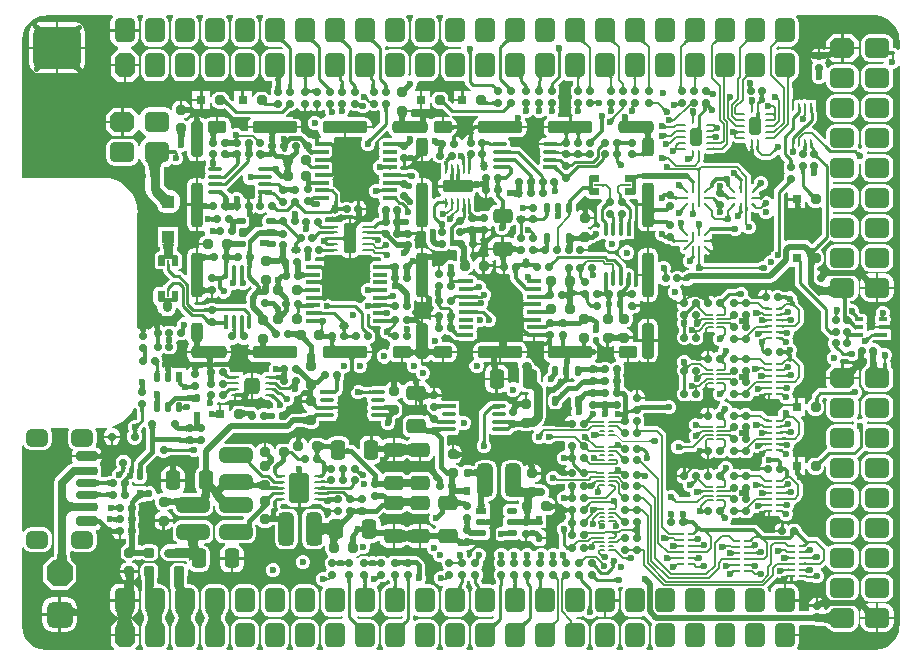
<source format=gbr>
%TF.GenerationSoftware,Altium Limited,Altium Designer,22.7.1 (60)*%
G04 Layer_Physical_Order=1*
G04 Layer_Color=255*
%FSLAX45Y45*%
%MOMM*%
%TF.SameCoordinates,89C5C705-8D76-4DBF-8A4D-424F25D0343C*%
%TF.FilePolarity,Positive*%
%TF.FileFunction,Copper,L1,Top,Signal*%
%TF.Part,Single*%
G01*
G75*
%TA.AperFunction,SMDPad,CuDef*%
%ADD10R,0.58000X0.22000*%
G04:AMPARAMS|DCode=11|XSize=0.22mm|YSize=0.58mm|CornerRadius=0.055mm|HoleSize=0mm|Usage=FLASHONLY|Rotation=90.000|XOffset=0mm|YOffset=0mm|HoleType=Round|Shape=RoundedRectangle|*
%AMROUNDEDRECTD11*
21,1,0.22000,0.47000,0,0,90.0*
21,1,0.11000,0.58000,0,0,90.0*
1,1,0.11000,0.23500,0.05500*
1,1,0.11000,0.23500,-0.05500*
1,1,0.11000,-0.23500,-0.05500*
1,1,0.11000,-0.23500,0.05500*
%
%ADD11ROUNDEDRECTD11*%
G04:AMPARAMS|DCode=12|XSize=0.54mm|YSize=0.22mm|CornerRadius=0mm|HoleSize=0mm|Usage=FLASHONLY|Rotation=135.000|XOffset=0mm|YOffset=0mm|HoleType=Round|Shape=Round|*
%AMOVALD12*
21,1,0.32000,0.22000,0.00000,0.00000,135.0*
1,1,0.22000,0.11314,-0.11314*
1,1,0.22000,-0.11314,0.11314*
%
%ADD12OVALD12*%

%ADD13O,0.22000X0.45000*%
G04:AMPARAMS|DCode=14|XSize=0.54mm|YSize=0.22mm|CornerRadius=0mm|HoleSize=0mm|Usage=FLASHONLY|Rotation=45.000|XOffset=0mm|YOffset=0mm|HoleType=Round|Shape=Round|*
%AMOVALD14*
21,1,0.32000,0.22000,0.00000,0.00000,45.0*
1,1,0.22000,-0.11314,-0.11314*
1,1,0.22000,0.11314,0.11314*
%
%ADD14OVALD14*%

%ADD15O,0.45000X0.22000*%
G04:AMPARAMS|DCode=16|XSize=0.55mm|YSize=0.8mm|CornerRadius=0.1375mm|HoleSize=0mm|Usage=FLASHONLY|Rotation=0.000|XOffset=0mm|YOffset=0mm|HoleType=Round|Shape=RoundedRectangle|*
%AMROUNDEDRECTD16*
21,1,0.55000,0.52500,0,0,0.0*
21,1,0.27500,0.80000,0,0,0.0*
1,1,0.27500,0.13750,-0.26250*
1,1,0.27500,-0.13750,-0.26250*
1,1,0.27500,-0.13750,0.26250*
1,1,0.27500,0.13750,0.26250*
%
%ADD16ROUNDEDRECTD16*%
G04:AMPARAMS|DCode=17|XSize=0.23mm|YSize=0.67mm|CornerRadius=0.0575mm|HoleSize=0mm|Usage=FLASHONLY|Rotation=90.000|XOffset=0mm|YOffset=0mm|HoleType=Round|Shape=RoundedRectangle|*
%AMROUNDEDRECTD17*
21,1,0.23000,0.55500,0,0,90.0*
21,1,0.11500,0.67000,0,0,90.0*
1,1,0.11500,0.27750,0.05750*
1,1,0.11500,0.27750,-0.05750*
1,1,0.11500,-0.27750,-0.05750*
1,1,0.11500,-0.27750,0.05750*
%
%ADD17ROUNDEDRECTD17*%
G04:AMPARAMS|DCode=18|XSize=0.23mm|YSize=0.67mm|CornerRadius=0.0575mm|HoleSize=0mm|Usage=FLASHONLY|Rotation=0.000|XOffset=0mm|YOffset=0mm|HoleType=Round|Shape=RoundedRectangle|*
%AMROUNDEDRECTD18*
21,1,0.23000,0.55500,0,0,0.0*
21,1,0.11500,0.67000,0,0,0.0*
1,1,0.11500,0.05750,-0.27750*
1,1,0.11500,-0.05750,-0.27750*
1,1,0.11500,-0.05750,0.27750*
1,1,0.11500,0.05750,0.27750*
%
%ADD18ROUNDEDRECTD18*%
G04:AMPARAMS|DCode=19|XSize=1mm|YSize=1.5mm|CornerRadius=0.25mm|HoleSize=0mm|Usage=FLASHONLY|Rotation=0.000|XOffset=0mm|YOffset=0mm|HoleType=Round|Shape=RoundedRectangle|*
%AMROUNDEDRECTD19*
21,1,1.00000,1.00000,0,0,0.0*
21,1,0.50000,1.50000,0,0,0.0*
1,1,0.50000,0.25000,-0.50000*
1,1,0.50000,-0.25000,-0.50000*
1,1,0.50000,-0.25000,0.50000*
1,1,0.50000,0.25000,0.50000*
%
%ADD19ROUNDEDRECTD19*%
G04:AMPARAMS|DCode=20|XSize=0.15mm|YSize=0.45mm|CornerRadius=0.0225mm|HoleSize=0mm|Usage=FLASHONLY|Rotation=90.000|XOffset=0mm|YOffset=0mm|HoleType=Round|Shape=RoundedRectangle|*
%AMROUNDEDRECTD20*
21,1,0.15000,0.40500,0,0,90.0*
21,1,0.10500,0.45000,0,0,90.0*
1,1,0.04500,0.20250,0.05250*
1,1,0.04500,0.20250,-0.05250*
1,1,0.04500,-0.20250,-0.05250*
1,1,0.04500,-0.20250,0.05250*
%
%ADD20ROUNDEDRECTD20*%
%ADD21R,0.45000X0.15000*%
G04:AMPARAMS|DCode=22|XSize=0.23mm|YSize=0.7mm|CornerRadius=0.0575mm|HoleSize=0mm|Usage=FLASHONLY|Rotation=90.000|XOffset=0mm|YOffset=0mm|HoleType=Round|Shape=RoundedRectangle|*
%AMROUNDEDRECTD22*
21,1,0.23000,0.58500,0,0,90.0*
21,1,0.11500,0.70000,0,0,90.0*
1,1,0.11500,0.29250,0.05750*
1,1,0.11500,0.29250,-0.05750*
1,1,0.11500,-0.29250,-0.05750*
1,1,0.11500,-0.29250,0.05750*
%
%ADD22ROUNDEDRECTD22*%
G04:AMPARAMS|DCode=23|XSize=2.5mm|YSize=1.65mm|CornerRadius=0.165mm|HoleSize=0mm|Usage=FLASHONLY|Rotation=90.000|XOffset=0mm|YOffset=0mm|HoleType=Round|Shape=RoundedRectangle|*
%AMROUNDEDRECTD23*
21,1,2.50000,1.32000,0,0,90.0*
21,1,2.17000,1.65000,0,0,90.0*
1,1,0.33000,0.66000,1.08500*
1,1,0.33000,0.66000,-1.08500*
1,1,0.33000,-0.66000,-1.08500*
1,1,0.33000,-0.66000,1.08500*
%
%ADD23ROUNDEDRECTD23*%
%ADD24R,0.70000X0.23000*%
G04:AMPARAMS|DCode=25|XSize=0.35mm|YSize=1.15mm|CornerRadius=0.0875mm|HoleSize=0mm|Usage=FLASHONLY|Rotation=90.000|XOffset=0mm|YOffset=0mm|HoleType=Round|Shape=RoundedRectangle|*
%AMROUNDEDRECTD25*
21,1,0.35000,0.97500,0,0,90.0*
21,1,0.17500,1.15000,0,0,90.0*
1,1,0.17500,0.48750,0.08750*
1,1,0.17500,0.48750,-0.08750*
1,1,0.17500,-0.48750,-0.08750*
1,1,0.17500,-0.48750,0.08750*
%
%ADD25ROUNDEDRECTD25*%
%ADD26R,1.15000X0.35000*%
%ADD27R,0.90000X0.55000*%
G04:AMPARAMS|DCode=28|XSize=0.55mm|YSize=0.9mm|CornerRadius=0.1375mm|HoleSize=0mm|Usage=FLASHONLY|Rotation=90.000|XOffset=0mm|YOffset=0mm|HoleType=Round|Shape=RoundedRectangle|*
%AMROUNDEDRECTD28*
21,1,0.55000,0.62500,0,0,90.0*
21,1,0.27500,0.90000,0,0,90.0*
1,1,0.27500,0.31250,0.13750*
1,1,0.27500,0.31250,-0.13750*
1,1,0.27500,-0.31250,-0.13750*
1,1,0.27500,-0.31250,0.13750*
%
%ADD28ROUNDEDRECTD28*%
%ADD29R,0.55000X0.90000*%
G04:AMPARAMS|DCode=30|XSize=0.55mm|YSize=0.9mm|CornerRadius=0.1375mm|HoleSize=0mm|Usage=FLASHONLY|Rotation=0.000|XOffset=0mm|YOffset=0mm|HoleType=Round|Shape=RoundedRectangle|*
%AMROUNDEDRECTD30*
21,1,0.55000,0.62500,0,0,0.0*
21,1,0.27500,0.90000,0,0,0.0*
1,1,0.27500,0.13750,-0.31250*
1,1,0.27500,-0.13750,-0.31250*
1,1,0.27500,-0.13750,0.31250*
1,1,0.27500,0.13750,0.31250*
%
%ADD30ROUNDEDRECTD30*%
G04:AMPARAMS|DCode=31|XSize=1.4mm|YSize=1.3mm|CornerRadius=0.325mm|HoleSize=0mm|Usage=FLASHONLY|Rotation=90.000|XOffset=0mm|YOffset=0mm|HoleType=Round|Shape=RoundedRectangle|*
%AMROUNDEDRECTD31*
21,1,1.40000,0.65000,0,0,90.0*
21,1,0.75000,1.30000,0,0,90.0*
1,1,0.65000,0.32500,0.37500*
1,1,0.65000,0.32500,-0.37500*
1,1,0.65000,-0.32500,-0.37500*
1,1,0.65000,-0.32500,0.37500*
%
%ADD31ROUNDEDRECTD31*%
G04:AMPARAMS|DCode=32|XSize=0.33mm|YSize=0.7mm|CornerRadius=0.0825mm|HoleSize=0mm|Usage=FLASHONLY|Rotation=270.000|XOffset=0mm|YOffset=0mm|HoleType=Round|Shape=RoundedRectangle|*
%AMROUNDEDRECTD32*
21,1,0.33000,0.53500,0,0,270.0*
21,1,0.16500,0.70000,0,0,270.0*
1,1,0.16500,-0.26750,-0.08250*
1,1,0.16500,-0.26750,0.08250*
1,1,0.16500,0.26750,0.08250*
1,1,0.16500,0.26750,-0.08250*
%
%ADD32ROUNDEDRECTD32*%
%ADD33R,0.70000X0.33000*%
%ADD34R,0.25000X0.70000*%
G04:AMPARAMS|DCode=35|XSize=0.25mm|YSize=0.7mm|CornerRadius=0.0625mm|HoleSize=0mm|Usage=FLASHONLY|Rotation=0.000|XOffset=0mm|YOffset=0mm|HoleType=Round|Shape=RoundedRectangle|*
%AMROUNDEDRECTD35*
21,1,0.25000,0.57500,0,0,0.0*
21,1,0.12500,0.70000,0,0,0.0*
1,1,0.12500,0.06250,-0.28750*
1,1,0.12500,-0.06250,-0.28750*
1,1,0.12500,-0.06250,0.28750*
1,1,0.12500,0.06250,0.28750*
%
%ADD35ROUNDEDRECTD35*%
G04:AMPARAMS|DCode=36|XSize=0.55mm|YSize=0.8mm|CornerRadius=0.1375mm|HoleSize=0mm|Usage=FLASHONLY|Rotation=270.000|XOffset=0mm|YOffset=0mm|HoleType=Round|Shape=RoundedRectangle|*
%AMROUNDEDRECTD36*
21,1,0.55000,0.52500,0,0,270.0*
21,1,0.27500,0.80000,0,0,270.0*
1,1,0.27500,-0.26250,-0.13750*
1,1,0.27500,-0.26250,0.13750*
1,1,0.27500,0.26250,0.13750*
1,1,0.27500,0.26250,-0.13750*
%
%ADD36ROUNDEDRECTD36*%
G04:AMPARAMS|DCode=37|XSize=0.35mm|YSize=1.2mm|CornerRadius=0.0875mm|HoleSize=0mm|Usage=FLASHONLY|Rotation=90.000|XOffset=0mm|YOffset=0mm|HoleType=Round|Shape=RoundedRectangle|*
%AMROUNDEDRECTD37*
21,1,0.35000,1.02500,0,0,90.0*
21,1,0.17500,1.20000,0,0,90.0*
1,1,0.17500,0.51250,0.08750*
1,1,0.17500,0.51250,-0.08750*
1,1,0.17500,-0.51250,-0.08750*
1,1,0.17500,-0.51250,0.08750*
%
%ADD37ROUNDEDRECTD37*%
%ADD38R,1.20000X0.35000*%
%ADD39R,0.85000X0.23000*%
G04:AMPARAMS|DCode=40|XSize=0.23mm|YSize=0.85mm|CornerRadius=0.0575mm|HoleSize=0mm|Usage=FLASHONLY|Rotation=90.000|XOffset=0mm|YOffset=0mm|HoleType=Round|Shape=RoundedRectangle|*
%AMROUNDEDRECTD40*
21,1,0.23000,0.73500,0,0,90.0*
21,1,0.11500,0.85000,0,0,90.0*
1,1,0.11500,0.36750,0.05750*
1,1,0.11500,0.36750,-0.05750*
1,1,0.11500,-0.36750,-0.05750*
1,1,0.11500,-0.36750,0.05750*
%
%ADD40ROUNDEDRECTD40*%
G04:AMPARAMS|DCode=41|XSize=2.55mm|YSize=1.1mm|CornerRadius=0.275mm|HoleSize=0mm|Usage=FLASHONLY|Rotation=90.000|XOffset=0mm|YOffset=0mm|HoleType=Round|Shape=RoundedRectangle|*
%AMROUNDEDRECTD41*
21,1,2.55000,0.55000,0,0,90.0*
21,1,2.00000,1.10000,0,0,90.0*
1,1,0.55000,0.27500,1.00000*
1,1,0.55000,0.27500,-1.00000*
1,1,0.55000,-0.27500,-1.00000*
1,1,0.55000,-0.27500,1.00000*
%
%ADD41ROUNDEDRECTD41*%
G04:AMPARAMS|DCode=42|XSize=0.35mm|YSize=1.15mm|CornerRadius=0.0875mm|HoleSize=0mm|Usage=FLASHONLY|Rotation=180.000|XOffset=0mm|YOffset=0mm|HoleType=Round|Shape=RoundedRectangle|*
%AMROUNDEDRECTD42*
21,1,0.35000,0.97500,0,0,180.0*
21,1,0.17500,1.15000,0,0,180.0*
1,1,0.17500,-0.08750,0.48750*
1,1,0.17500,0.08750,0.48750*
1,1,0.17500,0.08750,-0.48750*
1,1,0.17500,-0.08750,-0.48750*
%
%ADD42ROUNDEDRECTD42*%
%ADD43R,0.35000X1.15000*%
%ADD44R,0.23000X0.85000*%
G04:AMPARAMS|DCode=45|XSize=0.23mm|YSize=0.85mm|CornerRadius=0.0575mm|HoleSize=0mm|Usage=FLASHONLY|Rotation=0.000|XOffset=0mm|YOffset=0mm|HoleType=Round|Shape=RoundedRectangle|*
%AMROUNDEDRECTD45*
21,1,0.23000,0.73500,0,0,0.0*
21,1,0.11500,0.85000,0,0,0.0*
1,1,0.11500,0.05750,-0.36750*
1,1,0.11500,-0.05750,-0.36750*
1,1,0.11500,-0.05750,0.36750*
1,1,0.11500,0.05750,0.36750*
%
%ADD45ROUNDEDRECTD45*%
G04:AMPARAMS|DCode=46|XSize=2.55mm|YSize=1.1mm|CornerRadius=0.275mm|HoleSize=0mm|Usage=FLASHONLY|Rotation=0.000|XOffset=0mm|YOffset=0mm|HoleType=Round|Shape=RoundedRectangle|*
%AMROUNDEDRECTD46*
21,1,2.55000,0.55000,0,0,0.0*
21,1,2.00000,1.10000,0,0,0.0*
1,1,0.55000,1.00000,-0.27500*
1,1,0.55000,-1.00000,-0.27500*
1,1,0.55000,-1.00000,0.27500*
1,1,0.55000,1.00000,0.27500*
%
%ADD46ROUNDEDRECTD46*%
%ADD47O,0.80000X0.60000*%
%ADD48O,0.60000X0.80000*%
G04:AMPARAMS|DCode=49|XSize=0.6mm|YSize=0.7mm|CornerRadius=0.15mm|HoleSize=0mm|Usage=FLASHONLY|Rotation=0.000|XOffset=0mm|YOffset=0mm|HoleType=Round|Shape=RoundedRectangle|*
%AMROUNDEDRECTD49*
21,1,0.60000,0.40000,0,0,0.0*
21,1,0.30000,0.70000,0,0,0.0*
1,1,0.30000,0.15000,-0.20000*
1,1,0.30000,-0.15000,-0.20000*
1,1,0.30000,-0.15000,0.20000*
1,1,0.30000,0.15000,0.20000*
%
%ADD49ROUNDEDRECTD49*%
G04:AMPARAMS|DCode=50|XSize=0.6mm|YSize=0.6mm|CornerRadius=0.15mm|HoleSize=0mm|Usage=FLASHONLY|Rotation=270.000|XOffset=0mm|YOffset=0mm|HoleType=Round|Shape=RoundedRectangle|*
%AMROUNDEDRECTD50*
21,1,0.60000,0.30000,0,0,270.0*
21,1,0.30000,0.60000,0,0,270.0*
1,1,0.30000,-0.15000,-0.15000*
1,1,0.30000,-0.15000,0.15000*
1,1,0.30000,0.15000,0.15000*
1,1,0.30000,0.15000,-0.15000*
%
%ADD50ROUNDEDRECTD50*%
G04:AMPARAMS|DCode=51|XSize=0.6mm|YSize=0.6mm|CornerRadius=0.15mm|HoleSize=0mm|Usage=FLASHONLY|Rotation=0.000|XOffset=0mm|YOffset=0mm|HoleType=Round|Shape=RoundedRectangle|*
%AMROUNDEDRECTD51*
21,1,0.60000,0.30000,0,0,0.0*
21,1,0.30000,0.60000,0,0,0.0*
1,1,0.30000,0.15000,-0.15000*
1,1,0.30000,-0.15000,-0.15000*
1,1,0.30000,-0.15000,0.15000*
1,1,0.30000,0.15000,0.15000*
%
%ADD51ROUNDEDRECTD51*%
%ADD52R,0.24000X0.70000*%
%ADD53O,1.70000X0.30000*%
%ADD54R,0.70000X0.24000*%
%ADD55O,0.30000X1.70000*%
G04:AMPARAMS|DCode=56|XSize=1.8mm|YSize=0.63mm|CornerRadius=0.1575mm|HoleSize=0mm|Usage=FLASHONLY|Rotation=180.000|XOffset=0mm|YOffset=0mm|HoleType=Round|Shape=RoundedRectangle|*
%AMROUNDEDRECTD56*
21,1,1.80000,0.31500,0,0,180.0*
21,1,1.48500,0.63000,0,0,180.0*
1,1,0.31500,-0.74250,0.15750*
1,1,0.31500,0.74250,0.15750*
1,1,0.31500,0.74250,-0.15750*
1,1,0.31500,-0.74250,-0.15750*
%
%ADD56ROUNDEDRECTD56*%
G04:AMPARAMS|DCode=57|XSize=1.8mm|YSize=0.72mm|CornerRadius=0.18mm|HoleSize=0mm|Usage=FLASHONLY|Rotation=180.000|XOffset=0mm|YOffset=0mm|HoleType=Round|Shape=RoundedRectangle|*
%AMROUNDEDRECTD57*
21,1,1.80000,0.36000,0,0,180.0*
21,1,1.44000,0.72000,0,0,180.0*
1,1,0.36000,-0.72000,0.18000*
1,1,0.36000,0.72000,0.18000*
1,1,0.36000,0.72000,-0.18000*
1,1,0.36000,-0.72000,-0.18000*
%
%ADD57ROUNDEDRECTD57*%
G04:AMPARAMS|DCode=58|XSize=1.8mm|YSize=0.8mm|CornerRadius=0.2mm|HoleSize=0mm|Usage=FLASHONLY|Rotation=180.000|XOffset=0mm|YOffset=0mm|HoleType=Round|Shape=RoundedRectangle|*
%AMROUNDEDRECTD58*
21,1,1.80000,0.40000,0,0,180.0*
21,1,1.40000,0.80000,0,0,180.0*
1,1,0.40000,-0.70000,0.20000*
1,1,0.40000,0.70000,0.20000*
1,1,0.40000,0.70000,-0.20000*
1,1,0.40000,-0.70000,-0.20000*
%
%ADD58ROUNDEDRECTD58*%
%TA.AperFunction,SMDPad,SMDef*%
%ADD59C,0.30000*%
%TA.AperFunction,SMDPad,CuDef*%
G04:AMPARAMS|DCode=60|XSize=3mm|YSize=1mm|CornerRadius=0.25mm|HoleSize=0mm|Usage=FLASHONLY|Rotation=90.000|XOffset=0mm|YOffset=0mm|HoleType=Round|Shape=RoundedRectangle|*
%AMROUNDEDRECTD60*
21,1,3.00000,0.50000,0,0,90.0*
21,1,2.50000,1.00000,0,0,90.0*
1,1,0.50000,0.25000,1.25000*
1,1,0.50000,0.25000,-1.25000*
1,1,0.50000,-0.25000,-1.25000*
1,1,0.50000,-0.25000,1.25000*
%
%ADD60ROUNDEDRECTD60*%
%TA.AperFunction,SMDPad,SMDef*%
G04:AMPARAMS|DCode=61|XSize=3.8mm|YSize=1mm|CornerRadius=0.25mm|HoleSize=0mm|Usage=FLASHONLY|Rotation=90.000|XOffset=0mm|YOffset=0mm|HoleType=Round|Shape=RoundedRectangle|*
%AMROUNDEDRECTD61*
21,1,3.80000,0.50000,0,0,90.0*
21,1,3.30000,1.00000,0,0,90.0*
1,1,0.50000,0.25000,1.65000*
1,1,0.50000,0.25000,-1.65000*
1,1,0.50000,-0.25000,-1.65000*
1,1,0.50000,-0.25000,1.65000*
%
%ADD61ROUNDEDRECTD61*%
%TA.AperFunction,SMDPad,CuDef*%
G04:AMPARAMS|DCode=62|XSize=1.6mm|YSize=1mm|CornerRadius=0.25mm|HoleSize=0mm|Usage=FLASHONLY|Rotation=180.000|XOffset=0mm|YOffset=0mm|HoleType=Round|Shape=RoundedRectangle|*
%AMROUNDEDRECTD62*
21,1,1.60000,0.50000,0,0,180.0*
21,1,1.10000,1.00000,0,0,180.0*
1,1,0.50000,-0.55000,0.25000*
1,1,0.50000,0.55000,0.25000*
1,1,0.50000,0.55000,-0.25000*
1,1,0.50000,-0.55000,-0.25000*
%
%ADD62ROUNDEDRECTD62*%
G04:AMPARAMS|DCode=63|XSize=3mm|YSize=1mm|CornerRadius=0.25mm|HoleSize=0mm|Usage=FLASHONLY|Rotation=0.000|XOffset=0mm|YOffset=0mm|HoleType=Round|Shape=RoundedRectangle|*
%AMROUNDEDRECTD63*
21,1,3.00000,0.50000,0,0,0.0*
21,1,2.50000,1.00000,0,0,0.0*
1,1,0.50000,1.25000,-0.25000*
1,1,0.50000,-1.25000,-0.25000*
1,1,0.50000,-1.25000,0.25000*
1,1,0.50000,1.25000,0.25000*
%
%ADD63ROUNDEDRECTD63*%
%TA.AperFunction,SMDPad,SMDef*%
G04:AMPARAMS|DCode=64|XSize=3.8mm|YSize=1mm|CornerRadius=0.25mm|HoleSize=0mm|Usage=FLASHONLY|Rotation=0.000|XOffset=0mm|YOffset=0mm|HoleType=Round|Shape=RoundedRectangle|*
%AMROUNDEDRECTD64*
21,1,3.80000,0.50000,0,0,0.0*
21,1,3.30000,1.00000,0,0,0.0*
1,1,0.50000,1.65000,-0.25000*
1,1,0.50000,-1.65000,-0.25000*
1,1,0.50000,-1.65000,0.25000*
1,1,0.50000,1.65000,0.25000*
%
%ADD64ROUNDEDRECTD64*%
%TA.AperFunction,SMDPad,CuDef*%
G04:AMPARAMS|DCode=65|XSize=1.6mm|YSize=1mm|CornerRadius=0.25mm|HoleSize=0mm|Usage=FLASHONLY|Rotation=90.000|XOffset=0mm|YOffset=0mm|HoleType=Round|Shape=RoundedRectangle|*
%AMROUNDEDRECTD65*
21,1,1.60000,0.50000,0,0,90.0*
21,1,1.10000,1.00000,0,0,90.0*
1,1,0.50000,0.25000,0.55000*
1,1,0.50000,0.25000,-0.55000*
1,1,0.50000,-0.25000,-0.55000*
1,1,0.50000,-0.25000,0.55000*
%
%ADD65ROUNDEDRECTD65*%
G04:AMPARAMS|DCode=66|XSize=2.8mm|YSize=1.3mm|CornerRadius=0.325mm|HoleSize=0mm|Usage=FLASHONLY|Rotation=90.000|XOffset=0mm|YOffset=0mm|HoleType=Round|Shape=RoundedRectangle|*
%AMROUNDEDRECTD66*
21,1,2.80000,0.65000,0,0,90.0*
21,1,2.15000,1.30000,0,0,90.0*
1,1,0.65000,0.32500,1.07500*
1,1,0.65000,0.32500,-1.07500*
1,1,0.65000,-0.32500,-1.07500*
1,1,0.65000,-0.32500,1.07500*
%
%ADD66ROUNDEDRECTD66*%
G04:AMPARAMS|DCode=67|XSize=2.8mm|YSize=1.3mm|CornerRadius=0.325mm|HoleSize=0mm|Usage=FLASHONLY|Rotation=0.000|XOffset=0mm|YOffset=0mm|HoleType=Round|Shape=RoundedRectangle|*
%AMROUNDEDRECTD67*
21,1,2.80000,0.65000,0,0,0.0*
21,1,2.15000,1.30000,0,0,0.0*
1,1,0.65000,1.07500,-0.32500*
1,1,0.65000,-1.07500,-0.32500*
1,1,0.65000,-1.07500,0.32500*
1,1,0.65000,1.07500,0.32500*
%
%ADD67ROUNDEDRECTD67*%
G04:AMPARAMS|DCode=68|XSize=0.9mm|YSize=0.8mm|CornerRadius=0.2mm|HoleSize=0mm|Usage=FLASHONLY|Rotation=0.000|XOffset=0mm|YOffset=0mm|HoleType=Round|Shape=RoundedRectangle|*
%AMROUNDEDRECTD68*
21,1,0.90000,0.40000,0,0,0.0*
21,1,0.50000,0.80000,0,0,0.0*
1,1,0.40000,0.25000,-0.20000*
1,1,0.40000,-0.25000,-0.20000*
1,1,0.40000,-0.25000,0.20000*
1,1,0.40000,0.25000,0.20000*
%
%ADD68ROUNDEDRECTD68*%
G04:AMPARAMS|DCode=69|XSize=0.8mm|YSize=0.8mm|CornerRadius=0.2mm|HoleSize=0mm|Usage=FLASHONLY|Rotation=90.000|XOffset=0mm|YOffset=0mm|HoleType=Round|Shape=RoundedRectangle|*
%AMROUNDEDRECTD69*
21,1,0.80000,0.40000,0,0,90.0*
21,1,0.40000,0.80000,0,0,90.0*
1,1,0.40000,0.20000,0.20000*
1,1,0.40000,0.20000,-0.20000*
1,1,0.40000,-0.20000,-0.20000*
1,1,0.40000,-0.20000,0.20000*
%
%ADD69ROUNDEDRECTD69*%
%ADD70R,0.80000X0.80000*%
G04:AMPARAMS|DCode=71|XSize=0.5mm|YSize=0.7mm|CornerRadius=0.125mm|HoleSize=0mm|Usage=FLASHONLY|Rotation=180.000|XOffset=0mm|YOffset=0mm|HoleType=Round|Shape=RoundedRectangle|*
%AMROUNDEDRECTD71*
21,1,0.50000,0.45000,0,0,180.0*
21,1,0.25000,0.70000,0,0,180.0*
1,1,0.25000,-0.12500,0.22500*
1,1,0.25000,0.12500,0.22500*
1,1,0.25000,0.12500,-0.22500*
1,1,0.25000,-0.12500,-0.22500*
%
%ADD71ROUNDEDRECTD71*%
%ADD72R,0.50000X0.70000*%
G04:AMPARAMS|DCode=73|XSize=1.1mm|YSize=1.1mm|CornerRadius=0.275mm|HoleSize=0mm|Usage=FLASHONLY|Rotation=180.000|XOffset=0mm|YOffset=0mm|HoleType=Round|Shape=RoundedRectangle|*
%AMROUNDEDRECTD73*
21,1,1.10000,0.55000,0,0,180.0*
21,1,0.55000,1.10000,0,0,180.0*
1,1,0.55000,-0.27500,0.27500*
1,1,0.55000,0.27500,0.27500*
1,1,0.55000,0.27500,-0.27500*
1,1,0.55000,-0.27500,-0.27500*
%
%ADD73ROUNDEDRECTD73*%
%ADD74R,1.10000X1.10000*%
G04:AMPARAMS|DCode=75|XSize=0.8mm|YSize=0.8mm|CornerRadius=0.2mm|HoleSize=0mm|Usage=FLASHONLY|Rotation=180.000|XOffset=0mm|YOffset=0mm|HoleType=Round|Shape=RoundedRectangle|*
%AMROUNDEDRECTD75*
21,1,0.80000,0.40000,0,0,180.0*
21,1,0.40000,0.80000,0,0,180.0*
1,1,0.40000,-0.20000,0.20000*
1,1,0.40000,0.20000,0.20000*
1,1,0.40000,0.20000,-0.20000*
1,1,0.40000,-0.20000,-0.20000*
%
%ADD75ROUNDEDRECTD75*%
G04:AMPARAMS|DCode=76|XSize=1.65mm|YSize=1.25mm|CornerRadius=0.3125mm|HoleSize=0mm|Usage=FLASHONLY|Rotation=0.000|XOffset=0mm|YOffset=0mm|HoleType=Round|Shape=RoundedRectangle|*
%AMROUNDEDRECTD76*
21,1,1.65000,0.62500,0,0,0.0*
21,1,1.02500,1.25000,0,0,0.0*
1,1,0.62500,0.51250,-0.31250*
1,1,0.62500,-0.51250,-0.31250*
1,1,0.62500,-0.51250,0.31250*
1,1,0.62500,0.51250,0.31250*
%
%ADD76ROUNDEDRECTD76*%
G04:AMPARAMS|DCode=77|XSize=1.65mm|YSize=1.25mm|CornerRadius=0.3125mm|HoleSize=0mm|Usage=FLASHONLY|Rotation=270.000|XOffset=0mm|YOffset=0mm|HoleType=Round|Shape=RoundedRectangle|*
%AMROUNDEDRECTD77*
21,1,1.65000,0.62500,0,0,270.0*
21,1,1.02500,1.25000,0,0,270.0*
1,1,0.62500,-0.31250,-0.51250*
1,1,0.62500,-0.31250,0.51250*
1,1,0.62500,0.31250,0.51250*
1,1,0.62500,0.31250,-0.51250*
%
%ADD77ROUNDEDRECTD77*%
%TA.AperFunction,NonConductor*%
%ADD78C,0.30000*%
%TA.AperFunction,Conductor*%
%ADD79C,0.25000*%
%ADD80C,0.50000*%
%ADD81C,0.40000*%
%ADD82C,0.30000*%
%ADD83C,0.15000*%
%ADD84C,0.35000*%
%ADD85C,0.20000*%
%ADD86C,0.70000*%
%ADD87C,0.75000*%
%ADD88C,0.22000*%
%ADD89C,0.23000*%
%ADD90C,0.12000*%
%ADD91C,0.17000*%
%ADD92C,0.60000*%
%ADD93C,0.19000*%
%ADD94C,0.80000*%
%ADD95C,1.00000*%
%ADD96C,0.24000*%
%TA.AperFunction,ComponentPad*%
G04:AMPARAMS|DCode=97|XSize=1.7mm|YSize=2.1mm|CornerRadius=0mm|HoleSize=0mm|Usage=FLASHONLY|Rotation=270.000|XOffset=0mm|YOffset=0mm|HoleType=Round|Shape=Octagon|*
%AMOCTAGOND97*
4,1,8,1.05000,0.42500,1.05000,-0.42500,0.62500,-0.85000,-0.62500,-0.85000,-1.05000,-0.42500,-1.05000,0.42500,-0.62500,0.85000,0.62500,0.85000,1.05000,0.42500,0.0*
%
%ADD97OCTAGOND97*%

G04:AMPARAMS|DCode=98|XSize=1.7mm|YSize=2.1mm|CornerRadius=0.425mm|HoleSize=0mm|Usage=FLASHONLY|Rotation=270.000|XOffset=0mm|YOffset=0mm|HoleType=Round|Shape=RoundedRectangle|*
%AMROUNDEDRECTD98*
21,1,1.70000,1.25001,0,0,270.0*
21,1,0.85000,2.10000,0,0,270.0*
1,1,0.85000,-0.62500,-0.42500*
1,1,0.85000,-0.62500,0.42500*
1,1,0.85000,0.62500,0.42500*
1,1,0.85000,0.62500,-0.42500*
%
%ADD98ROUNDEDRECTD98*%
G04:AMPARAMS|DCode=99|XSize=1.7mm|YSize=2.1mm|CornerRadius=0mm|HoleSize=0mm|Usage=FLASHONLY|Rotation=0.000|XOffset=0mm|YOffset=0mm|HoleType=Round|Shape=Octagon|*
%AMOCTAGOND99*
4,1,8,-0.42500,1.05000,0.42500,1.05000,0.85000,0.62500,0.85000,-0.62500,0.42500,-1.05000,-0.42500,-1.05000,-0.85000,-0.62500,-0.85000,0.62500,-0.42500,1.05000,0.0*
%
%ADD99OCTAGOND99*%

G04:AMPARAMS|DCode=100|XSize=1.7mm|YSize=2.1mm|CornerRadius=0.425mm|HoleSize=0mm|Usage=FLASHONLY|Rotation=0.000|XOffset=0mm|YOffset=0mm|HoleType=Round|Shape=RoundedRectangle|*
%AMROUNDEDRECTD100*
21,1,1.70000,1.25001,0,0,0.0*
21,1,0.85000,2.10000,0,0,0.0*
1,1,0.85000,0.42500,-0.62500*
1,1,0.85000,-0.42500,-0.62500*
1,1,0.85000,-0.42500,0.62500*
1,1,0.85000,0.42500,0.62500*
%
%ADD100ROUNDEDRECTD100*%
G04:AMPARAMS|DCode=101|XSize=1.8mm|YSize=1.45mm|CornerRadius=0.3625mm|HoleSize=0mm|Usage=FLASHONLY|Rotation=180.000|XOffset=0mm|YOffset=0mm|HoleType=Round|Shape=RoundedRectangle|*
%AMROUNDEDRECTD101*
21,1,1.80000,0.72500,0,0,180.0*
21,1,1.07500,1.45000,0,0,180.0*
1,1,0.72500,-0.53750,0.36250*
1,1,0.72500,0.53750,0.36250*
1,1,0.72500,0.53750,-0.36250*
1,1,0.72500,-0.53750,-0.36250*
%
%ADD101ROUNDEDRECTD101*%
G04:AMPARAMS|DCode=102|XSize=4mm|YSize=3.6mm|CornerRadius=0.54mm|HoleSize=0mm|Usage=FLASHONLY|Rotation=0.000|XOffset=0mm|YOffset=0mm|HoleType=Round|Shape=RoundedRectangle|*
%AMROUNDEDRECTD102*
21,1,4.00000,2.52000,0,0,0.0*
21,1,2.92000,3.60000,0,0,0.0*
1,1,1.08000,1.46000,-1.26000*
1,1,1.08000,-1.46000,-1.26000*
1,1,1.08000,-1.46000,1.26000*
1,1,1.08000,1.46000,1.26000*
%
%ADD102ROUNDEDRECTD102*%
G04:AMPARAMS|DCode=103|XSize=2.2mm|YSize=2.2mm|CornerRadius=0mm|HoleSize=0mm|Usage=FLASHONLY|Rotation=270.000|XOffset=0mm|YOffset=0mm|HoleType=Round|Shape=Octagon|*
%AMOCTAGOND103*
4,1,8,-0.55000,-1.10000,0.55000,-1.10000,1.10000,-0.55000,1.10000,0.55000,0.55000,1.10000,-0.55000,1.10000,-1.10000,0.55000,-1.10000,-0.55000,-0.55000,-1.10000,0.0*
%
%ADD103OCTAGOND103*%

G04:AMPARAMS|DCode=104|XSize=2.2mm|YSize=2.2mm|CornerRadius=0.55mm|HoleSize=0mm|Usage=FLASHONLY|Rotation=270.000|XOffset=0mm|YOffset=0mm|HoleType=Round|Shape=RoundedRectangle|*
%AMROUNDEDRECTD104*
21,1,2.20000,1.10000,0,0,270.0*
21,1,1.10000,2.20000,0,0,270.0*
1,1,1.10000,-0.55000,-0.55000*
1,1,1.10000,-0.55000,0.55000*
1,1,1.10000,0.55000,0.55000*
1,1,1.10000,0.55000,-0.55000*
%
%ADD104ROUNDEDRECTD104*%
%TA.AperFunction,ViaPad*%
%ADD105C,0.60000*%
G36*
X7560322Y5189773D02*
X7559154Y5190590D01*
X7557739Y5190949D01*
X7556075Y5190852D01*
X7554164Y5190298D01*
X7552005Y5189288D01*
X7549599Y5187822D01*
X7546946Y5185899D01*
X7544044Y5183519D01*
X7537498Y5177391D01*
X7526891Y5187997D01*
X7530184Y5191394D01*
X7535399Y5197445D01*
X7537322Y5200099D01*
X7538789Y5202505D01*
X7539798Y5204664D01*
X7540352Y5206575D01*
X7540449Y5208238D01*
X7540090Y5209654D01*
X7539274Y5210822D01*
X7560322Y5189773D01*
D02*
G37*
G36*
X7306322D02*
X7305154Y5190590D01*
X7303739Y5190949D01*
X7302075Y5190852D01*
X7300164Y5190298D01*
X7298005Y5189288D01*
X7295599Y5187822D01*
X7292946Y5185899D01*
X7290044Y5183519D01*
X7283498Y5177391D01*
X7272891Y5187997D01*
X7276184Y5191394D01*
X7281399Y5197445D01*
X7283322Y5200099D01*
X7284789Y5202505D01*
X7285798Y5204664D01*
X7286352Y5206575D01*
X7286449Y5208238D01*
X7286090Y5209654D01*
X7285274Y5210822D01*
X7306322Y5189773D01*
D02*
G37*
G36*
X7052322D02*
X7051154Y5190590D01*
X7049739Y5190949D01*
X7048075Y5190852D01*
X7046164Y5190298D01*
X7044005Y5189288D01*
X7041599Y5187822D01*
X7038946Y5185899D01*
X7036044Y5183519D01*
X7029498Y5177391D01*
X7018891Y5187997D01*
X7022184Y5191394D01*
X7027399Y5197445D01*
X7029322Y5200099D01*
X7030789Y5202505D01*
X7031798Y5204664D01*
X7032352Y5206575D01*
X7032449Y5208238D01*
X7032090Y5209654D01*
X7031274Y5210822D01*
X7052322Y5189773D01*
D02*
G37*
G36*
X6803322Y5187702D02*
X6801753Y5188789D01*
X6799841Y5189253D01*
X6797585Y5189094D01*
X6794987Y5188313D01*
X6792046Y5186909D01*
X6788762Y5184883D01*
X6785135Y5182234D01*
X6781164Y5178963D01*
X6772195Y5170553D01*
X6758053Y5184695D01*
X6762569Y5189351D01*
X6769734Y5197634D01*
X6772383Y5201261D01*
X6774410Y5204546D01*
X6775813Y5207487D01*
X6776595Y5210085D01*
X6776753Y5212340D01*
X6776289Y5214252D01*
X6775203Y5215822D01*
X6803322Y5187702D01*
D02*
G37*
G36*
X5285174Y5186581D02*
X5283207Y5187923D01*
X5280788Y5188465D01*
X5277918Y5188207D01*
X5274597Y5187149D01*
X5270824Y5185292D01*
X5266600Y5182636D01*
X5261924Y5179179D01*
X5256797Y5174923D01*
X5245189Y5164011D01*
X5227511Y5181689D01*
X5233367Y5187718D01*
X5242679Y5198424D01*
X5246136Y5203100D01*
X5248792Y5207324D01*
X5250650Y5211097D01*
X5251707Y5214418D01*
X5251965Y5217288D01*
X5251423Y5219707D01*
X5250081Y5221674D01*
X5285174Y5186581D01*
D02*
G37*
G36*
X6431711Y5214252D02*
X6431247Y5212340D01*
X6431405Y5210085D01*
X6432187Y5207487D01*
X6433590Y5204546D01*
X6435617Y5201261D01*
X6438266Y5197634D01*
X6441537Y5193664D01*
X6449947Y5184695D01*
X6435805Y5170553D01*
X6431149Y5175069D01*
X6422865Y5182234D01*
X6419238Y5184883D01*
X6415954Y5186909D01*
X6413013Y5188313D01*
X6410415Y5189094D01*
X6408159Y5189253D01*
X6406247Y5188789D01*
X6404678Y5187702D01*
X6432797Y5215822D01*
X6431711Y5214252D01*
D02*
G37*
G36*
X6177711D02*
X6177247Y5212340D01*
X6177405Y5210085D01*
X6178187Y5207487D01*
X6179590Y5204546D01*
X6181617Y5201261D01*
X6184266Y5197634D01*
X6187537Y5193664D01*
X6195947Y5184695D01*
X6181805Y5170553D01*
X6177149Y5175069D01*
X6168865Y5182234D01*
X6165238Y5184883D01*
X6161954Y5186909D01*
X6159013Y5188313D01*
X6156415Y5189094D01*
X6154159Y5189253D01*
X6152247Y5188789D01*
X6150678Y5187702D01*
X6178797Y5215822D01*
X6177711Y5214252D01*
D02*
G37*
G36*
X5923711D02*
X5923247Y5212340D01*
X5923405Y5210085D01*
X5924187Y5207487D01*
X5925590Y5204546D01*
X5927617Y5201261D01*
X5930266Y5197634D01*
X5933537Y5193664D01*
X5941947Y5184695D01*
X5927805Y5170553D01*
X5923149Y5175069D01*
X5914865Y5182234D01*
X5911238Y5184883D01*
X5907954Y5186909D01*
X5905013Y5188313D01*
X5902415Y5189094D01*
X5900159Y5189253D01*
X5898247Y5188789D01*
X5896678Y5187702D01*
X5924797Y5215822D01*
X5923711Y5214252D01*
D02*
G37*
G36*
X4146577Y5219707D02*
X4146035Y5217288D01*
X4146293Y5214418D01*
X4147350Y5211097D01*
X4149208Y5207324D01*
X4151864Y5203100D01*
X4155321Y5198424D01*
X4159577Y5193297D01*
X4170489Y5181689D01*
X4152811Y5164011D01*
X4146781Y5169867D01*
X4136076Y5179179D01*
X4131400Y5182636D01*
X4127176Y5185292D01*
X4123403Y5187149D01*
X4120082Y5188207D01*
X4117212Y5188465D01*
X4114793Y5187923D01*
X4112826Y5186581D01*
X4147919Y5221674D01*
X4146577Y5219707D01*
D02*
G37*
G36*
X3892577D02*
X3892035Y5217288D01*
X3892293Y5214418D01*
X3893350Y5211097D01*
X3895208Y5207324D01*
X3897864Y5203100D01*
X3901321Y5198424D01*
X3905577Y5193297D01*
X3916489Y5181689D01*
X3898811Y5164011D01*
X3892781Y5169867D01*
X3882076Y5179179D01*
X3877400Y5182636D01*
X3873176Y5185292D01*
X3869403Y5187149D01*
X3866082Y5188207D01*
X3863212Y5188465D01*
X3860793Y5187923D01*
X3858826Y5186581D01*
X3893919Y5221674D01*
X3892577Y5219707D01*
D02*
G37*
G36*
X3638577D02*
X3638035Y5217288D01*
X3638293Y5214418D01*
X3639350Y5211097D01*
X3641208Y5207324D01*
X3643864Y5203100D01*
X3647321Y5198424D01*
X3651577Y5193297D01*
X3662489Y5181689D01*
X3644811Y5164011D01*
X3638781Y5169867D01*
X3628076Y5179179D01*
X3623400Y5182636D01*
X3619176Y5185292D01*
X3615403Y5187149D01*
X3612082Y5188207D01*
X3609212Y5188465D01*
X3606793Y5187923D01*
X3604826Y5186581D01*
X3639919Y5221674D01*
X3638577Y5219707D01*
D02*
G37*
G36*
X3384577D02*
X3384035Y5217288D01*
X3384293Y5214418D01*
X3385350Y5211097D01*
X3387208Y5207324D01*
X3389864Y5203100D01*
X3393321Y5198424D01*
X3397577Y5193297D01*
X3408489Y5181689D01*
X3390811Y5164011D01*
X3384781Y5169867D01*
X3374076Y5179179D01*
X3369400Y5182636D01*
X3365176Y5185292D01*
X3361403Y5187149D01*
X3358082Y5188207D01*
X3355212Y5188465D01*
X3352793Y5187923D01*
X3350826Y5186581D01*
X3385919Y5221674D01*
X3384577Y5219707D01*
D02*
G37*
G36*
X4729083Y5402056D02*
X4715207Y5381288D01*
X4709580Y5353000D01*
Y5228000D01*
X4715207Y5199712D01*
X4731231Y5175730D01*
X4755212Y5159706D01*
X4783500Y5154080D01*
X4868500D01*
X4870336Y5154445D01*
X4882749Y5143858D01*
X4868582Y5132904D01*
X4868500Y5132920D01*
X4783500D01*
X4755212Y5127294D01*
X4731231Y5111270D01*
X4715207Y5087288D01*
X4709580Y5059000D01*
Y4934000D01*
X4715207Y4905712D01*
X4731231Y4881730D01*
X4755212Y4865707D01*
X4783500Y4860080D01*
X4868500D01*
X4894154Y4865183D01*
X4904357Y4859965D01*
X4909432Y4856115D01*
X4912453Y4840929D01*
X4921846Y4826871D01*
X4949360Y4799357D01*
X4963417Y4789964D01*
X4961760Y4775000D01*
X4900000D01*
Y4700000D01*
X4890000D01*
Y4690000D01*
X4815000D01*
Y4675878D01*
X4801142Y4670138D01*
X4790670Y4680610D01*
X4790641Y4680653D01*
X4781586Y4689708D01*
X4779788Y4691575D01*
X4772200Y4700319D01*
X4770980Y4701911D01*
Y4720000D01*
X4767099Y4739509D01*
X4756048Y4756048D01*
X4739509Y4767099D01*
X4720000Y4770980D01*
X4680000D01*
X4660491Y4767099D01*
X4643952Y4756048D01*
X4632901Y4739509D01*
X4630000Y4724923D01*
X4615000Y4726400D01*
Y4775000D01*
X4550000D01*
Y4699999D01*
Y4625000D01*
X4615000D01*
Y4673600D01*
X4630000Y4675077D01*
X4632901Y4660491D01*
X4643952Y4643952D01*
X4660491Y4632901D01*
X4680000Y4629020D01*
X4719140D01*
X4723433Y4625298D01*
X4729333Y4619398D01*
X4729360Y4619358D01*
X4769359Y4579359D01*
X4783416Y4569966D01*
X4780000Y4556175D01*
X4735000D01*
Y4479999D01*
X4803885D01*
Y4499940D01*
X4804348Y4497102D01*
X4805737Y4494562D01*
X4808052Y4492321D01*
X4811292Y4490379D01*
X4815459Y4488735D01*
X4820551Y4487390D01*
X4826569Y4486345D01*
X4833513Y4485598D01*
X4841175Y4485323D01*
Y4495000D01*
X4836519Y4518411D01*
X4823257Y4538257D01*
X4803411Y4551519D01*
X4802663Y4551668D01*
X4804140Y4566668D01*
X5020860D01*
X5022337Y4551668D01*
X5021589Y4551519D01*
X5001743Y4538257D01*
X4988481Y4518411D01*
X4983825Y4495000D01*
Y4480000D01*
X4993000D01*
Y4483943D01*
X4998154Y4483972D01*
X5017684Y4485355D01*
X5019041Y4485787D01*
X5019855Y4486277D01*
X5020126Y4486824D01*
Y4480000D01*
X5436175D01*
Y4495000D01*
X5431519Y4518411D01*
X5420435Y4534999D01*
X5424390Y4546419D01*
X5427080Y4549999D01*
X5441937D01*
X5463989Y4559133D01*
X5475810Y4570954D01*
X5485409Y4574387D01*
X5495009Y4570954D01*
X5506830Y4559133D01*
X5528882Y4549999D01*
X5552752D01*
X5574804Y4559133D01*
X5585610Y4569939D01*
X5595409Y4574338D01*
X5605208Y4569939D01*
X5610675Y4564472D01*
X5609586Y4547444D01*
X5609060Y4546488D01*
X5596742Y4538257D01*
X5583481Y4518411D01*
X5578825Y4495000D01*
Y4480000D01*
X5795000D01*
Y4556175D01*
X5702244D01*
X5696031Y4571175D01*
X5700867Y4576011D01*
X5710001Y4598064D01*
Y4621933D01*
X5702479Y4640094D01*
X5707389Y4647442D01*
X5710881Y4665000D01*
Y4695000D01*
X5707389Y4712558D01*
X5703415Y4718506D01*
X5698530Y4730000D01*
X5703415Y4741494D01*
X5707389Y4747442D01*
X5710881Y4765000D01*
Y4795000D01*
X5707389Y4812558D01*
X5697957Y4826674D01*
X5741109Y4869827D01*
X5748497Y4880884D01*
X5771212Y4865707D01*
X5799500Y4860080D01*
X5829217D01*
Y4834972D01*
X5829106Y4831819D01*
X5822557Y4827443D01*
X5812611Y4812558D01*
X5809118Y4795000D01*
Y4765000D01*
X5812611Y4747442D01*
X5816585Y4741494D01*
X5821470Y4730000D01*
X5816585Y4718506D01*
X5812611Y4712558D01*
X5809118Y4695000D01*
Y4665000D01*
X5812611Y4647442D01*
X5817522Y4640093D01*
X5810000Y4621935D01*
Y4598065D01*
X5819134Y4576013D01*
X5823972Y4571175D01*
X5817758Y4556175D01*
X5815000D01*
Y4470000D01*
X5805000D01*
Y4460000D01*
X5796686D01*
X5806620Y4450066D01*
X5805582Y4449765D01*
X5804158Y4449000D01*
X5802347Y4447770D01*
X5800149Y4446076D01*
X5794593Y4441296D01*
X5778839Y4426162D01*
X5761161Y4443839D01*
X5765642Y4448358D01*
X5775917Y4460000D01*
X5578825D01*
Y4445000D01*
X5583481Y4421589D01*
X5596742Y4401743D01*
X5605551Y4395857D01*
X5601000Y4380857D01*
X5583750D01*
X5566679Y4377461D01*
X5552208Y4367792D01*
X5542539Y4353320D01*
X5539392Y4337500D01*
X5632500D01*
Y4317500D01*
X5539392D01*
X5542539Y4301680D01*
X5550008Y4290500D01*
X5547248Y4286369D01*
X5544241Y4271250D01*
Y4253750D01*
X5547248Y4238631D01*
X5553015Y4230000D01*
X5547248Y4221370D01*
X5544241Y4206250D01*
Y4188750D01*
X5545790Y4180962D01*
X5545000Y4180000D01*
X5545000D01*
Y4155879D01*
X5531142Y4150139D01*
X5388141Y4293141D01*
X5374083Y4302534D01*
X5357500Y4305832D01*
X5305012D01*
X5295496Y4317427D01*
X5295759Y4318750D01*
Y4336250D01*
X5292752Y4351370D01*
X5284187Y4364187D01*
X5277247Y4368825D01*
X5281797Y4383825D01*
X5375000D01*
X5398411Y4388481D01*
X5418257Y4401743D01*
X5431519Y4421589D01*
X5436175Y4445000D01*
Y4460000D01*
X5020126D01*
Y4451062D01*
X5019855Y4451610D01*
X5019041Y4452099D01*
X5017684Y4452532D01*
X5015786Y4452906D01*
X5013344Y4453223D01*
X5006834Y4453684D01*
X4993000Y4453943D01*
Y4460000D01*
X4983825D01*
Y4445000D01*
X4988481Y4421589D01*
X4990791Y4418132D01*
X4981771Y4404633D01*
X4975362Y4405908D01*
X4976246Y4396017D01*
X4977215Y4390207D01*
X4978460Y4384654D01*
X4979983Y4379358D01*
X4981783Y4374317D01*
X4983859Y4369533D01*
X4986212Y4365005D01*
X4988842Y4360734D01*
X4970000D01*
Y4340000D01*
X4950000D01*
Y4360734D01*
X4931158D01*
X4933788Y4365005D01*
X4936141Y4369533D01*
X4938217Y4374317D01*
X4940017Y4379358D01*
X4941540Y4384654D01*
X4942785Y4390207D01*
X4943754Y4396017D01*
X4944638Y4405908D01*
X4925491Y4402099D01*
X4908952Y4391048D01*
X4897901Y4374509D01*
X4896567Y4367801D01*
X4887793Y4365805D01*
X4880958Y4366217D01*
X4871048Y4381048D01*
X4854509Y4392099D01*
X4837160Y4395550D01*
X4832926Y4401565D01*
X4829430Y4410979D01*
X4836519Y4421589D01*
X4841175Y4445000D01*
Y4454834D01*
X4826569Y4453655D01*
X4820551Y4452610D01*
X4815459Y4451265D01*
X4811292Y4449621D01*
X4808052Y4447679D01*
X4805737Y4445438D01*
X4804348Y4442898D01*
X4803885Y4440059D01*
Y4459999D01*
X4725000D01*
Y4469999D01*
X4715000D01*
Y4556175D01*
X4670000D01*
X4646589Y4551519D01*
X4626743Y4538257D01*
X4618257D01*
X4598411Y4551519D01*
X4575673Y4556041D01*
X4576474Y4544191D01*
X4577621Y4536268D01*
X4579095Y4529520D01*
X4580897Y4523945D01*
X4583027Y4519545D01*
X4585484Y4516319D01*
X4588269Y4514266D01*
X4591382Y4513388D01*
X4518453Y4519874D01*
X4521598Y4520160D01*
X4524411Y4521608D01*
X4526893Y4524218D01*
X4529045Y4527988D01*
X4530865Y4532920D01*
X4532354Y4539014D01*
X4533513Y4546269D01*
X4534340Y4554685D01*
X4534389Y4556175D01*
X4460214D01*
X4452333Y4571176D01*
X4456077Y4590000D01*
Y4600000D01*
X4380000D01*
Y4620000D01*
X4461053D01*
X4465000Y4625000D01*
X4471077Y4625000D01*
X4530000D01*
Y4699999D01*
Y4775000D01*
X4489060D01*
X4485199Y4785759D01*
X4484853Y4790000D01*
X4500866Y4806013D01*
X4510000Y4828065D01*
Y4848664D01*
X4520919Y4861787D01*
X4529500Y4860080D01*
X4614500D01*
X4642788Y4865707D01*
X4666769Y4881730D01*
X4682793Y4905712D01*
X4688420Y4934000D01*
Y5059000D01*
X4682793Y5087288D01*
X4666769Y5111270D01*
X4642788Y5127294D01*
X4614500Y5132920D01*
X4529500D01*
X4501212Y5127294D01*
X4477231Y5111270D01*
X4461207Y5087288D01*
X4455580Y5059000D01*
Y4934000D01*
X4458326Y4920195D01*
X4448160Y4906817D01*
X4442544Y4906462D01*
X4431527Y4919457D01*
X4434420Y4934000D01*
Y5059000D01*
X4428793Y5087288D01*
X4412769Y5111270D01*
X4388788Y5127294D01*
X4360500Y5132920D01*
X4275500D01*
X4248332Y5127516D01*
X4244886Y5127753D01*
X4233332Y5133929D01*
Y5144501D01*
X4231854Y5151928D01*
X4245354Y5160948D01*
X4247212Y5159706D01*
X4275500Y5154080D01*
X4360500D01*
X4388788Y5159706D01*
X4412769Y5175730D01*
X4428793Y5199712D01*
X4434420Y5228000D01*
Y5353000D01*
X4428793Y5381288D01*
X4414917Y5402056D01*
X4420074Y5417056D01*
X4469926D01*
X4475083Y5402056D01*
X4461207Y5381288D01*
X4455580Y5353000D01*
Y5228000D01*
X4461207Y5199712D01*
X4477231Y5175730D01*
X4501212Y5159706D01*
X4529500Y5154080D01*
X4614500D01*
X4642788Y5159706D01*
X4666769Y5175730D01*
X4682793Y5199712D01*
X4688420Y5228000D01*
Y5353000D01*
X4682793Y5381288D01*
X4668917Y5402056D01*
X4674074Y5417056D01*
X4723926D01*
X4729083Y5402056D01*
D02*
G37*
G36*
X3205083D02*
X3191207Y5381288D01*
X3185580Y5353000D01*
Y5228000D01*
X3191207Y5199712D01*
X3207231Y5175730D01*
X3231212Y5159706D01*
X3259500Y5154080D01*
X3344500D01*
X3354013Y5155972D01*
X3354916Y5155305D01*
X3362585Y5148634D01*
X3367599Y5143620D01*
X3360210Y5129795D01*
X3344500Y5132920D01*
X3259500D01*
X3231212Y5127294D01*
X3207231Y5111270D01*
X3191207Y5087288D01*
X3185580Y5059000D01*
Y4934000D01*
X3191207Y4905712D01*
X3207231Y4881730D01*
X3231212Y4865707D01*
X3259500Y4860080D01*
X3277681D01*
X3277827Y4859248D01*
X3279021Y4844447D01*
Y4840979D01*
X3278670Y4831723D01*
X3277415Y4818121D01*
X3276697Y4813396D01*
X3275926Y4809659D01*
X3275278Y4807346D01*
X3275032Y4806707D01*
X3274336Y4805438D01*
X3274158Y4804874D01*
X3272611Y4802558D01*
X3271209Y4795510D01*
X3270751Y4794055D01*
X3270802Y4793465D01*
X3269118Y4785000D01*
Y4755000D01*
X3271536Y4742847D01*
X3257099Y4739509D01*
X3246048Y4756048D01*
X3229509Y4767099D01*
X3210000Y4770980D01*
X3170000D01*
X3150491Y4767099D01*
X3133952Y4756048D01*
X3122901Y4739509D01*
X3120000Y4724923D01*
X3105000Y4726400D01*
Y4775000D01*
X3040000D01*
Y4700000D01*
X3020000D01*
Y4775000D01*
X2955000D01*
Y4695882D01*
X2941142Y4690142D01*
X2922102Y4709182D01*
X2915212Y4717082D01*
X2912629Y4720496D01*
X2910620Y4723505D01*
X2910100Y4724421D01*
X2907099Y4739509D01*
X2896048Y4756048D01*
X2879509Y4767099D01*
X2860000Y4770980D01*
X2820000D01*
X2800491Y4767099D01*
X2783952Y4756048D01*
X2772901Y4739509D01*
X2770000Y4724923D01*
X2755000Y4726400D01*
Y4775000D01*
X2690000D01*
Y4700000D01*
Y4625000D01*
X2755000D01*
Y4673600D01*
X2770000Y4675077D01*
X2772901Y4660491D01*
X2783952Y4643952D01*
X2800491Y4632901D01*
X2820000Y4629020D01*
X2860000D01*
X2876366Y4632276D01*
X2876965Y4631757D01*
X2939361Y4569360D01*
X2953419Y4559967D01*
X2970002Y4556669D01*
X3092298D01*
X3096848Y4541669D01*
X3091743Y4538257D01*
X3078482Y4518411D01*
X3073825Y4495000D01*
Y4480000D01*
X3526176D01*
Y4495000D01*
X3521519Y4518411D01*
X3508258Y4538257D01*
X3488411Y4551519D01*
X3465000Y4556175D01*
X3402909D01*
X3398725Y4563767D01*
X3397458Y4571175D01*
X3425198Y4598915D01*
X3433975Y4606655D01*
X3437200Y4609119D01*
X3445000D01*
X3462558Y4612611D01*
X3477443Y4622557D01*
X3483660Y4631861D01*
X3486791Y4632659D01*
X3500390Y4631766D01*
X3508952Y4618952D01*
X3525491Y4607901D01*
X3545000Y4604021D01*
X3550000D01*
Y4670001D01*
X3570000D01*
Y4604021D01*
X3575000D01*
X3594509Y4607901D01*
X3610000Y4618252D01*
X3625491Y4607901D01*
X3645000Y4604021D01*
X3650000D01*
Y4670001D01*
X3670000D01*
Y4604021D01*
X3675000D01*
X3694509Y4607901D01*
X3708198Y4617048D01*
X3717334Y4620553D01*
X3724674Y4615559D01*
X3730000Y4610516D01*
Y4588065D01*
X3736996Y4571176D01*
X3731024Y4558370D01*
X3728346Y4555846D01*
X3706589Y4551519D01*
X3693926Y4543057D01*
X3690863Y4543986D01*
X3673985Y4560864D01*
X3651932Y4569998D01*
X3628063D01*
X3606011Y4560864D01*
X3589132Y4543986D01*
X3579998Y4521933D01*
Y4498064D01*
X3589132Y4476011D01*
X3606011Y4459133D01*
X3628063Y4449999D01*
X3651932D01*
X3656027Y4451694D01*
X3669604Y4441083D01*
X3673481Y4421589D01*
X3686743Y4401743D01*
X3696834Y4395000D01*
X3692283Y4380000D01*
X3610000D01*
Y4380000D01*
X3595000Y4375533D01*
X3594285Y4376027D01*
X3572076Y4395021D01*
X3551048Y4416050D01*
X3534509Y4427101D01*
X3523068Y4429376D01*
X3526176Y4445000D01*
Y4460000D01*
X3073825D01*
Y4445000D01*
X3066261Y4435784D01*
X3030728D01*
X3028366Y4441487D01*
X3011487Y4458366D01*
X2989435Y4467500D01*
X2965565D01*
X2946175Y4459469D01*
X2931175Y4465627D01*
Y4495000D01*
X2926519Y4518411D01*
X2913258Y4538257D01*
X2893411Y4551519D01*
X2870000Y4556175D01*
X2825000D01*
Y4469999D01*
X2805000D01*
Y4556175D01*
X2760000D01*
X2736589Y4551519D01*
X2716743Y4538257D01*
X2713257D01*
X2693411Y4551519D01*
X2670000Y4556175D01*
X2655000D01*
Y4370000D01*
Y4183825D01*
X2670000D01*
X2693411Y4188481D01*
X2701482Y4193874D01*
X2719082Y4188179D01*
X2720954Y4184239D01*
X2720000Y4181935D01*
Y4158065D01*
X2721434Y4154603D01*
X2720813Y4154187D01*
X2712248Y4141370D01*
X2709241Y4126250D01*
Y4108750D01*
X2712248Y4093631D01*
X2718015Y4085000D01*
X2712248Y4076370D01*
X2709241Y4061250D01*
Y4043750D01*
X2695688Y4034997D01*
X2693411Y4036519D01*
X2670000Y4041175D01*
X2655000D01*
Y3815000D01*
Y3588825D01*
X2670000D01*
X2693411Y3593481D01*
X2695000Y3594543D01*
X2710000Y3586525D01*
Y3576076D01*
X2713890Y3566684D01*
X2706820Y3553455D01*
X2698540Y3551808D01*
X2680347Y3539653D01*
X2668191Y3521460D01*
X2663923Y3500000D01*
Y3490000D01*
X2740000D01*
Y3470000D01*
X2663923D01*
Y3460000D01*
X2664366Y3457771D01*
X2655000Y3446358D01*
Y3372234D01*
X2673635Y3384315D01*
X2687556Y3342703D01*
X2686202Y3343143D01*
X2684734Y3343283D01*
X2683154Y3343120D01*
X2681461Y3342655D01*
X2679655Y3341889D01*
X2677736Y3340821D01*
X2675705Y3339451D01*
X2673561Y3337779D01*
X2671303Y3335805D01*
X2668933Y3333530D01*
X2655000Y3350989D01*
Y3220000D01*
Y2993825D01*
X2670000D01*
X2693411Y2998481D01*
X2713257Y3011743D01*
X2726519Y3031589D01*
X2733746Y3029414D01*
X2735193Y3028447D01*
X2754702Y3024566D01*
X2759702D01*
Y3090546D01*
X2779702D01*
Y3024566D01*
X2784702D01*
X2804211Y3028447D01*
X2820750Y3039498D01*
X2825210Y3039937D01*
X2836013Y3029134D01*
X2858065Y3020000D01*
X2881935D01*
X2903987Y3029134D01*
X2920866Y3046013D01*
X2930000Y3068065D01*
Y3077105D01*
X2938065Y3090000D01*
X2961935D01*
X2983987Y3099135D01*
X2990658Y3105806D01*
X2997330Y3099135D01*
X3019382Y3090000D01*
X3043252D01*
X3065304Y3099135D01*
X3082183Y3116013D01*
X3083748Y3119793D01*
X3098398Y3123015D01*
X3099640Y3121869D01*
X3111102Y3110407D01*
X3083613Y3082918D01*
X3071457Y3064725D01*
X3068240Y3048555D01*
X3061355Y3031934D01*
Y3019183D01*
X3061138Y3018089D01*
X3061355Y3016995D01*
Y3008064D01*
X3063847Y3002049D01*
Y2982036D01*
X3048847Y2971630D01*
X3040279Y2973334D01*
X2824806D01*
X2818700Y2973593D01*
X2810660Y2974417D01*
X2808258Y2974817D01*
X2806466Y2975219D01*
X2805971Y2975367D01*
X2805673Y2975534D01*
X2805014Y2975748D01*
X2802558Y2977389D01*
X2797920Y2978312D01*
X2796542Y2978874D01*
X2795404Y2978868D01*
X2794322Y2979219D01*
X2793632Y2979164D01*
X2785000Y2980882D01*
X2755000D01*
X2745594Y2979011D01*
X2744486Y2979054D01*
X2743409Y2978657D01*
X2742262Y2978617D01*
X2741211Y2978139D01*
X2737442Y2977389D01*
X2734329Y2975309D01*
X2733288Y2974925D01*
X2730763Y2973379D01*
X2729022Y2972487D01*
X2726982Y2971621D01*
X2724615Y2970801D01*
X2721913Y2970052D01*
X2718846Y2969393D01*
X2715781Y2968905D01*
X2709007Y2968332D01*
X2629517D01*
X2618461Y2979389D01*
X2618513Y2979885D01*
X2625238Y2993825D01*
X2635000D01*
Y3220000D01*
Y3446175D01*
X2620000D01*
X2596589Y3441519D01*
X2576743Y3428258D01*
X2563481Y3408411D01*
X2558825Y3385000D01*
Y3222056D01*
X2544967Y3216316D01*
X2520643Y3240639D01*
X2506585Y3250033D01*
X2490003Y3253331D01*
X2480319D01*
X2479597Y3254412D01*
X2482873Y3263507D01*
X2487308Y3269871D01*
X2496705Y3271741D01*
X2506629Y3278371D01*
X2513259Y3288294D01*
X2515588Y3300000D01*
Y3373524D01*
X2515881Y3375000D01*
X2512389Y3392558D01*
X2502443Y3407443D01*
X2487558Y3417389D01*
X2471371Y3420609D01*
Y3432233D01*
X2472781Y3451332D01*
X2473299Y3455000D01*
X2485000D01*
Y3481897D01*
X2485141Y3482367D01*
X2485000Y3483775D01*
Y3483883D01*
X2485283Y3485305D01*
X2485000Y3486727D01*
Y3625000D01*
X2315000D01*
Y3486727D01*
X2314717Y3485305D01*
X2315000Y3483883D01*
Y3483772D01*
X2314859Y3482366D01*
X2315000Y3481897D01*
Y3455000D01*
X2326318D01*
X2328629Y3423703D01*
Y3420609D01*
X2312442Y3417389D01*
X2297557Y3407443D01*
X2287611Y3392558D01*
X2284119Y3375000D01*
X2284412Y3373524D01*
Y3300000D01*
X2286741Y3288295D01*
X2293371Y3278371D01*
X2303295Y3271741D01*
X2315000Y3269412D01*
X2354490Y3269413D01*
X2358000Y3254753D01*
Y3245000D01*
X2360161D01*
X2360436Y3243616D01*
X2360437Y3243615D01*
X2360437Y3243614D01*
X2365457Y3236101D01*
X2369719Y3229723D01*
X2412611Y3186826D01*
X2412290Y3183570D01*
X2369360Y3140640D01*
X2365591Y3135000D01*
X2358000D01*
Y3120783D01*
X2315000D01*
X2299393Y3117679D01*
X2286162Y3108838D01*
X2277321Y3095607D01*
X2274216Y3080000D01*
Y3006476D01*
X2273923Y3005000D01*
X2278192Y2983540D01*
X2290347Y2965347D01*
X2308431Y2953265D01*
Y2949999D01*
X2314640Y2918785D01*
X2332321Y2892323D01*
X2358783Y2874641D01*
X2389998Y2868432D01*
X2421212Y2874641D01*
X2447674Y2892323D01*
X2465356Y2918785D01*
X2468850Y2936351D01*
X2472167Y2937463D01*
X2484459Y2937935D01*
X2491860Y2926859D01*
X2544861Y2873858D01*
X2544743Y2873303D01*
X2537505Y2860000D01*
X2518065D01*
X2496013Y2850866D01*
X2479134Y2833987D01*
X2470000Y2811935D01*
Y2788066D01*
X2458432Y2777443D01*
X2457443D01*
X2442558Y2787389D01*
X2425000Y2790881D01*
X2395000D01*
X2377442Y2787389D01*
X2363179Y2777859D01*
X2361048Y2781048D01*
X2344509Y2792099D01*
X2325000Y2795979D01*
X2320000D01*
Y2792353D01*
X2322500D01*
X2322589Y2785831D01*
X2323443Y2775966D01*
X2333163Y2776307D01*
X2331137Y2773328D01*
X2327725Y2767538D01*
X2326339Y2764726D01*
X2325769Y2763388D01*
X2326866Y2761113D01*
X2328203Y2759396D01*
X2329718Y2758367D01*
X2331411Y2758023D01*
X2323854D01*
X2323460Y2756626D01*
X2322927Y2754038D01*
X2322606Y2751505D01*
X2322500Y2749029D01*
X2320000Y2748908D01*
Y2730000D01*
X2300000D01*
Y2747948D01*
X2297500Y2747827D01*
X2297380Y2750288D01*
X2297020Y2752797D01*
X2296420Y2755355D01*
X2295580Y2757962D01*
X2295555Y2758023D01*
X2288589D01*
X2290282Y2758367D01*
X2291797Y2759396D01*
X2293134Y2761113D01*
X2293693Y2762272D01*
X2293180Y2763323D01*
X2291620Y2766077D01*
X2289820Y2768880D01*
X2285500Y2774632D01*
X2296714Y2775026D01*
X2297143Y2779994D01*
X2297500Y2792353D01*
X2300000D01*
Y2795979D01*
X2295000D01*
X2275491Y2792099D01*
X2258952Y2781048D01*
X2247901Y2764509D01*
X2231234Y2757605D01*
X2224509Y2762099D01*
X2205000Y2765979D01*
X2200000D01*
Y2759983D01*
X2200099Y2754037D01*
X2200262Y2751985D01*
X2213989D01*
X2211331Y2748350D01*
X2205036Y2738521D01*
X2203497Y2735604D01*
X2203140Y2734827D01*
X2203579Y2733696D01*
X2204871Y2731506D01*
X2206362Y2729941D01*
X2208052Y2729002D01*
X2209940Y2728689D01*
X2200782D01*
X2200559Y2727932D01*
X2200140Y2725734D01*
X2200000Y2723716D01*
Y2700000D01*
X2180000D01*
Y2723716D01*
X2179860Y2725734D01*
X2179440Y2727932D01*
X2179218Y2728689D01*
X2170059D01*
X2171948Y2729002D01*
X2173638Y2729941D01*
X2175129Y2731506D01*
X2176421Y2733696D01*
X2176860Y2734827D01*
X2176503Y2735604D01*
X2174964Y2738521D01*
X2171047Y2744894D01*
X2166011Y2751985D01*
X2179718D01*
X2180000Y2759983D01*
Y2765979D01*
X2175000D01*
X2155491Y2762099D01*
X2152673Y2760216D01*
X2139444Y2767287D01*
Y3746500D01*
X2140038D01*
X2134301Y3804742D01*
X2117313Y3860745D01*
X2089725Y3912359D01*
X2052598Y3957598D01*
X2007359Y3994725D01*
X1955745Y4022313D01*
X1899742Y4039301D01*
X1841500Y4045038D01*
Y4044444D01*
X1161544D01*
Y5207000D01*
X1161155Y5208958D01*
X1168077Y5261534D01*
X1189126Y5312351D01*
X1222610Y5355989D01*
X1266248Y5389474D01*
X1317066Y5410523D01*
X1357121Y5415796D01*
X1371600Y5417055D01*
X1371600Y5417056D01*
X1921052D01*
X1929070Y5402056D01*
X1916497Y5383239D01*
X1910482Y5353000D01*
Y5300500D01*
X2153518D01*
Y5353000D01*
X2147503Y5383239D01*
X2134930Y5402056D01*
X2142948Y5417056D01*
X2183926D01*
X2189083Y5402056D01*
X2175207Y5381288D01*
X2169580Y5353000D01*
Y5228000D01*
X2175207Y5199712D01*
X2191231Y5175730D01*
X2215212Y5159706D01*
X2243500Y5154080D01*
X2328500D01*
X2356788Y5159706D01*
X2380769Y5175730D01*
X2396793Y5199712D01*
X2402420Y5228000D01*
Y5353000D01*
X2396793Y5381288D01*
X2382917Y5402056D01*
X2388074Y5417056D01*
X2437926D01*
X2443083Y5402056D01*
X2429207Y5381288D01*
X2423580Y5353000D01*
Y5228000D01*
X2429207Y5199712D01*
X2445231Y5175730D01*
X2469212Y5159706D01*
X2497500Y5154080D01*
X2582500D01*
X2610788Y5159706D01*
X2634769Y5175730D01*
X2650793Y5199712D01*
X2656420Y5228000D01*
Y5353000D01*
X2650793Y5381288D01*
X2636917Y5402056D01*
X2642074Y5417056D01*
X2691926D01*
X2697083Y5402056D01*
X2683207Y5381288D01*
X2677580Y5353000D01*
Y5228000D01*
X2683207Y5199712D01*
X2699231Y5175730D01*
X2723212Y5159706D01*
X2751500Y5154080D01*
X2836500D01*
X2864788Y5159706D01*
X2888769Y5175730D01*
X2904793Y5199712D01*
X2910420Y5228000D01*
Y5353000D01*
X2904793Y5381288D01*
X2890917Y5402056D01*
X2896074Y5417056D01*
X2945926D01*
X2951083Y5402056D01*
X2937207Y5381288D01*
X2931580Y5353000D01*
Y5228000D01*
X2937207Y5199712D01*
X2953231Y5175730D01*
X2977212Y5159706D01*
X3005500Y5154080D01*
X3090500D01*
X3118788Y5159706D01*
X3142769Y5175730D01*
X3158793Y5199712D01*
X3164420Y5228000D01*
Y5353000D01*
X3158793Y5381288D01*
X3144917Y5402056D01*
X3150074Y5417056D01*
X3199926D01*
X3205083Y5402056D01*
D02*
G37*
G36*
X8434462Y5410484D02*
X8485651Y5389281D01*
X8529609Y5355551D01*
X8563338Y5311594D01*
X8584542Y5260404D01*
X8589867Y5219955D01*
X8591113Y5205471D01*
X8591116Y5205460D01*
X8591116Y5190471D01*
X8591118Y5132120D01*
X8585718Y5129360D01*
X8576118Y5127521D01*
X8574954Y5128685D01*
X8572443Y5132443D01*
X8568685Y5134954D01*
X8565490Y5138149D01*
X8561316Y5139878D01*
X8557558Y5142389D01*
X8553126Y5143271D01*
X8548951Y5145000D01*
X8544432D01*
X8540000Y5145882D01*
X8538420D01*
Y5186000D01*
X8532793Y5214288D01*
X8516770Y5238269D01*
X8492788Y5254293D01*
X8464500Y5259920D01*
X8339500D01*
X8311212Y5254293D01*
X8287230Y5238269D01*
X8271206Y5214288D01*
X8265580Y5186000D01*
Y5101000D01*
X8271206Y5072712D01*
X8287230Y5048731D01*
X8311212Y5032707D01*
X8339500Y5027080D01*
X8452748D01*
X8456163Y5022790D01*
X8451218Y5006746D01*
X8450419Y5005920D01*
X8339500D01*
X8311212Y5000293D01*
X8287230Y4984269D01*
X8271206Y4960288D01*
X8265580Y4932000D01*
Y4847000D01*
X8271206Y4818712D01*
X8287230Y4794731D01*
X8311212Y4778707D01*
X8339500Y4773080D01*
X8464500D01*
X8492788Y4778707D01*
X8516770Y4794731D01*
X8532793Y4818712D01*
X8538420Y4847000D01*
Y4932000D01*
X8535538Y4946488D01*
X8536757Y4961488D01*
X8558809Y4970623D01*
X8575688Y4987501D01*
X8576122Y4988549D01*
X8591122Y4985565D01*
X8591247Y270194D01*
X8591247Y269996D01*
Y255256D01*
X8589999Y240773D01*
X8584683Y200394D01*
X8563507Y149271D01*
X8529821Y105371D01*
X8485921Y71685D01*
X8434798Y50509D01*
X8381926Y43549D01*
X8379938Y43944D01*
X7730948D01*
X7722930Y58944D01*
X7735503Y77761D01*
X7741518Y108000D01*
Y160500D01*
X7620000D01*
Y180500D01*
X7741518D01*
Y233000D01*
X7738668Y247328D01*
X7748184Y258923D01*
X7856931D01*
X7864640Y253772D01*
X7890002Y248727D01*
X7918126D01*
X7937965Y248070D01*
X7953605Y246519D01*
X7966738Y244418D01*
X7976864Y241963D01*
X7981498Y240290D01*
X7993230Y222731D01*
X8017212Y206707D01*
X8045500Y201080D01*
X8170500D01*
X8198788Y206707D01*
X8222770Y222731D01*
X8238794Y246712D01*
X8244420Y275000D01*
Y360000D01*
X8238794Y388288D01*
X8222770Y412269D01*
X8198788Y428293D01*
X8170500Y433920D01*
X8045500D01*
X8017212Y428293D01*
X7993230Y412269D01*
X7977761Y389117D01*
X7974665Y387958D01*
X7967529Y386174D01*
X7961986Y389581D01*
X7954800Y399072D01*
X7955980Y405000D01*
Y410000D01*
X7824020D01*
Y405000D01*
X7827503Y387495D01*
X7825995Y381645D01*
X7821256Y372081D01*
X7805009Y371078D01*
X7750661D01*
X7738351Y386078D01*
X7741518Y402000D01*
Y454500D01*
X7620000D01*
Y464500D01*
X7610000D01*
Y606018D01*
X7577500D01*
X7547261Y600003D01*
X7521626Y582874D01*
X7504497Y557239D01*
X7500647Y537885D01*
X7485353D01*
X7481503Y557239D01*
X7470382Y573884D01*
X7547036Y650538D01*
X7552671Y658972D01*
X7568475Y652426D01*
X7592344D01*
X7606646Y658350D01*
X7615350Y653697D01*
X7624301Y640301D01*
X7637698Y631350D01*
X7653500Y628206D01*
X7667000D01*
Y675000D01*
X7687000D01*
Y628206D01*
X7700500D01*
X7716302Y631350D01*
X7724500Y636827D01*
X7725649Y636059D01*
X7739500Y633304D01*
X7766305D01*
X7766500Y633265D01*
X7783203D01*
X7793978Y626066D01*
X7808610Y623155D01*
X7845630D01*
X7859889Y617279D01*
X7863197Y615663D01*
X7866488Y614795D01*
X7878065Y610000D01*
X7901935D01*
X7923987Y619134D01*
X7940865Y636013D01*
X7950000Y658065D01*
Y681935D01*
X7940865Y703987D01*
X7923987Y720865D01*
X7923852Y720922D01*
X7925388Y736521D01*
X7930905Y737619D01*
X7944136Y746459D01*
X7961839Y764162D01*
X7976193Y759808D01*
X7977207Y754712D01*
X7993230Y730731D01*
X8017212Y714707D01*
X8045500Y709080D01*
X8170500D01*
X8198788Y714707D01*
X8222770Y730731D01*
X8238794Y754712D01*
X8244420Y783000D01*
Y868000D01*
X8238794Y896288D01*
X8222770Y920269D01*
X8198788Y936293D01*
X8170500Y941920D01*
X8045500D01*
X8017212Y936293D01*
X7995092Y921513D01*
X7990830Y920456D01*
X7976078Y921599D01*
X7908839Y988838D01*
X7895608Y997679D01*
X7880000Y1000784D01*
X7879999Y1000783D01*
X7824103D01*
X7785609Y1039277D01*
X7780315Y1044851D01*
X7775389Y1050537D01*
X7766711Y1061791D01*
X7763895Y1066052D01*
X7761643Y1069950D01*
X7760118Y1073094D01*
X7759254Y1075364D01*
X7758420Y1078527D01*
X7758032Y1079322D01*
X7757389Y1082558D01*
X7754367Y1087080D01*
X7753689Y1088573D01*
X7753375Y1088867D01*
X7753186Y1089253D01*
X7752524Y1089839D01*
X7747443Y1097443D01*
X7732558Y1107389D01*
X7715000Y1110881D01*
X7685000D01*
X7667442Y1107389D01*
X7653179Y1097859D01*
X7651048Y1101048D01*
X7634509Y1112099D01*
X7615000Y1115979D01*
X7610000D01*
Y1050000D01*
X7600000D01*
Y1040000D01*
X7534020D01*
Y1035882D01*
X7449005D01*
X7392443Y1092443D01*
X7377558Y1102389D01*
X7360000Y1105881D01*
X7161947D01*
X7155734Y1120881D01*
X7163439Y1128587D01*
X7172573Y1150639D01*
Y1157127D01*
X7175000Y1159119D01*
X7205000D01*
X7222558Y1162611D01*
X7228506Y1166586D01*
X7240000Y1171470D01*
X7251493Y1166586D01*
X7257442Y1162611D01*
X7275000Y1159119D01*
X7305000D01*
X7322558Y1162611D01*
X7337443Y1172557D01*
X7347389Y1187442D01*
X7349637Y1198747D01*
X7362453Y1207039D01*
X7365881Y1207642D01*
X7378474Y1202426D01*
X7402344D01*
X7416646Y1208350D01*
X7425350Y1203698D01*
X7434301Y1190302D01*
X7447698Y1181350D01*
X7463500Y1178207D01*
X7477000D01*
Y1225001D01*
X7496999D01*
Y1178207D01*
X7510500D01*
X7526302Y1181350D01*
X7534500Y1186828D01*
X7535648Y1186060D01*
X7549500Y1183305D01*
X7568954D01*
X7578028Y1161401D01*
X7594906Y1144522D01*
X7616958Y1135388D01*
X7640828D01*
X7662880Y1144522D01*
X7679759Y1161401D01*
X7688893Y1183453D01*
Y1207322D01*
X7681737Y1224600D01*
X7692455Y1235318D01*
X7701590Y1257371D01*
Y1270088D01*
X7702793Y1281738D01*
X7715448Y1286975D01*
X7718686Y1287619D01*
X7731917Y1296460D01*
X7759840Y1324382D01*
X7759840Y1324383D01*
X7768681Y1337614D01*
X7771786Y1353221D01*
X7771786Y1353222D01*
Y1441570D01*
X7768681Y1457177D01*
X7759840Y1470408D01*
X7719106Y1511142D01*
X7724846Y1525000D01*
X7795000D01*
Y1573600D01*
X7810000Y1575077D01*
X7812901Y1560491D01*
X7823952Y1543952D01*
X7840491Y1532901D01*
X7860000Y1529021D01*
X7900000D01*
X7919509Y1532901D01*
X7936048Y1543952D01*
X7947099Y1560491D01*
X7950980Y1580000D01*
Y1600790D01*
X7956580Y1605284D01*
X7971580Y1598090D01*
Y1545000D01*
X7977207Y1516712D01*
X7993230Y1492731D01*
X8017212Y1476707D01*
X8045500Y1471080D01*
X8170500D01*
X8198788Y1476707D01*
X8222770Y1492731D01*
X8238794Y1516712D01*
X8244420Y1545000D01*
Y1630000D01*
X8238794Y1658288D01*
X8229630Y1672002D01*
X8240641Y1679359D01*
X8293819Y1732538D01*
X8298342Y1739306D01*
X8311212Y1730707D01*
X8339500Y1725080D01*
X8464500D01*
X8492788Y1730707D01*
X8516770Y1746731D01*
X8532793Y1770712D01*
X8538420Y1799000D01*
Y1884000D01*
X8532793Y1912288D01*
X8516770Y1936269D01*
X8492788Y1952293D01*
X8464500Y1957920D01*
X8339500D01*
X8319194Y1953881D01*
X8312899Y1969077D01*
X8321275Y1981702D01*
X8322343Y1982493D01*
X8339500Y1979080D01*
X8464500D01*
X8492788Y1984707D01*
X8516770Y2000731D01*
X8532793Y2024712D01*
X8538420Y2053000D01*
Y2138000D01*
X8532793Y2166288D01*
X8516770Y2190269D01*
X8492788Y2206293D01*
X8464500Y2211920D01*
X8339500D01*
X8311212Y2206293D01*
X8287230Y2190269D01*
X8271206Y2166288D01*
X8265580Y2138000D01*
Y2053000D01*
X8271206Y2024712D01*
X8278759Y2013409D01*
X8275083Y2006186D01*
X8269678Y2000000D01*
X8248065D01*
X8237359Y1995565D01*
X8227415Y2007682D01*
X8238794Y2024712D01*
X8244420Y2053000D01*
Y2138000D01*
X8238794Y2166288D01*
X8240976Y2173484D01*
X8244560Y2174968D01*
X8261438Y2191847D01*
X8270573Y2213899D01*
Y2237768D01*
X8261438Y2259821D01*
X8250486Y2270773D01*
X8248000Y2289500D01*
Y2339500D01*
X8108000D01*
X7968000D01*
Y2289500D01*
X7980310Y2277190D01*
X7974570Y2263332D01*
X7920000D01*
X7903417Y2260034D01*
X7889359Y2250641D01*
X7859421Y2220702D01*
X7850028Y2206645D01*
X7846730Y2190062D01*
Y2171179D01*
X7846629Y2168320D01*
X7840491Y2167099D01*
X7823952Y2156048D01*
X7812901Y2139509D01*
X7810000Y2124923D01*
X7795000Y2126400D01*
Y2175000D01*
X7730000D01*
Y2100000D01*
X7710000D01*
Y2175000D01*
X7688893D01*
Y2197322D01*
X7681737Y2214599D01*
X7692455Y2225318D01*
X7701590Y2247370D01*
Y2260088D01*
X7702793Y2271737D01*
X7715448Y2276975D01*
X7718686Y2277619D01*
X7731917Y2286459D01*
X7768838Y2323380D01*
X7768838Y2323380D01*
X7777679Y2336612D01*
X7780784Y2352219D01*
Y2449999D01*
X7780784Y2450000D01*
X7777679Y2465607D01*
X7768838Y2478839D01*
X7718839Y2528838D01*
X7715980Y2530748D01*
X7714132Y2549985D01*
X7714144Y2549997D01*
X7723278Y2572049D01*
Y2595919D01*
X7714144Y2617971D01*
X7697266Y2634849D01*
X7687077Y2639070D01*
X7688893Y2643453D01*
Y2667322D01*
X7681736Y2684599D01*
X7692455Y2695318D01*
X7701589Y2717370D01*
Y2730088D01*
X7702792Y2741737D01*
X7715448Y2746975D01*
X7718686Y2747619D01*
X7731917Y2756460D01*
X7768837Y2793380D01*
X7768838Y2793380D01*
X7777679Y2806612D01*
X7780783Y2822219D01*
Y2919999D01*
X7780784Y2920000D01*
X7777679Y2935608D01*
X7768838Y2948839D01*
X7735881Y2981795D01*
Y2981882D01*
X7732389Y2999441D01*
X7722443Y3014325D01*
X7720534Y3016234D01*
X7720524Y3016393D01*
X7720546Y3018074D01*
X7720000Y3021027D01*
Y3031935D01*
X7710865Y3053987D01*
X7693987Y3070866D01*
X7671935Y3080000D01*
X7648065D01*
X7635094Y3074627D01*
X7628787Y3075882D01*
X7618300D01*
X7609374Y3076423D01*
X7608005Y3076601D01*
X7607443Y3077443D01*
X7592558Y3087389D01*
X7575000Y3090882D01*
X7545000D01*
X7527442Y3087389D01*
X7513179Y3077859D01*
X7511048Y3081048D01*
X7494509Y3092099D01*
X7475000Y3095980D01*
X7470000D01*
Y3030000D01*
X7460000D01*
Y3020000D01*
X7392151D01*
X7389999Y3018235D01*
X7343596D01*
X7337443Y3027443D01*
X7322558Y3037389D01*
X7314892Y3038914D01*
X7310000Y3048066D01*
Y3071935D01*
X7300866Y3093987D01*
X7283987Y3110866D01*
X7261935Y3120000D01*
X7238065D01*
X7216013Y3110866D01*
X7213561Y3108414D01*
X7211858Y3107186D01*
X7207804Y3104639D01*
X7206754Y3104084D01*
X7205657Y3103581D01*
X7205009Y3103332D01*
X7149999D01*
X7133417Y3100034D01*
X7119359Y3090641D01*
X7079525Y3050807D01*
X7070462Y3042789D01*
X7067976Y3040881D01*
X7054999D01*
X7037441Y3037389D01*
X7023178Y3027859D01*
X7021047Y3031048D01*
X7004508Y3042099D01*
X6984999Y3045979D01*
X6980000D01*
Y2980000D01*
X6960000D01*
Y3006026D01*
X6940321Y2993099D01*
X6941297Y2994081D01*
X6941737Y2995392D01*
X6941642Y2997032D01*
X6941011Y2999002D01*
X6939845Y3001302D01*
X6938143Y3003931D01*
X6936946Y3005514D01*
X6936272Y3005907D01*
X6933849Y3007129D01*
X6927897Y3009649D01*
X6920472Y3012271D01*
X6911573Y3014995D01*
X6949776Y3041404D01*
X6949469Y3036724D01*
X6949369Y3028426D01*
X6949576Y3024807D01*
X6949956Y3021541D01*
X6950506Y3018628D01*
X6951228Y3016069D01*
X6951839Y3014561D01*
X6953032Y3013552D01*
X6955823Y3011688D01*
X6958333Y3010311D01*
X6960000Y3009646D01*
Y3045979D01*
X6955000D01*
X6935491Y3042099D01*
X6918952Y3031048D01*
X6916821Y3027859D01*
X6902557Y3037389D01*
X6901859Y3037528D01*
Y3019835D01*
X6897616Y3022968D01*
X6883623Y3032201D01*
X6880868Y3033686D01*
X6878411Y3034840D01*
X6876252Y3035664D01*
X6874390Y3036159D01*
X6872826Y3036324D01*
Y3040881D01*
X6854999D01*
X6837441Y3037389D01*
X6823178Y3027859D01*
X6821048Y3031048D01*
X6804509Y3042099D01*
X6785000Y3045979D01*
X6780000D01*
Y3020956D01*
X6781882Y3022592D01*
X6785286Y3025893D01*
X6805572Y3024966D01*
X6802050Y3021339D01*
X6796706Y3015152D01*
X6794882Y3012593D01*
X6793625Y3010388D01*
X6792933Y3008539D01*
X6792808Y3007046D01*
X6793248Y3005908D01*
X6794254Y3005125D01*
X6795827Y3004698D01*
X6780000Y3006825D01*
Y2980000D01*
X6770000D01*
Y2970000D01*
X6704020D01*
Y2965000D01*
X6707901Y2945491D01*
X6718952Y2928952D01*
X6722141Y2926821D01*
X6712611Y2912558D01*
X6709118Y2895000D01*
Y2865000D01*
X6712611Y2847442D01*
X6717521Y2840093D01*
X6710000Y2821935D01*
Y2798065D01*
X6719134Y2776013D01*
X6721585Y2773561D01*
X6722814Y2771858D01*
X6725361Y2767804D01*
X6725916Y2766754D01*
X6726418Y2765657D01*
X6726667Y2765009D01*
Y2750524D01*
X6726468Y2744458D01*
X6726039Y2740098D01*
X6725980Y2739731D01*
X6722557Y2737443D01*
X6712611Y2722558D01*
X6709118Y2705000D01*
Y2675000D01*
X6712611Y2657442D01*
X6722557Y2642557D01*
X6737442Y2632611D01*
X6755000Y2629118D01*
X6785000D01*
X6802558Y2632611D01*
X6817443Y2642557D01*
X6822557D01*
X6837441Y2632611D01*
X6854999Y2629118D01*
X6884999D01*
X6902557Y2632611D01*
X6917443Y2642557D01*
X6927388Y2657442D01*
X6930881Y2675000D01*
Y2705000D01*
X6927388Y2722558D01*
X6924328Y2727138D01*
X6943061Y2745870D01*
X6947894Y2745394D01*
X6960216Y2737161D01*
X6974750Y2734270D01*
X7015250D01*
X7018936Y2735004D01*
X7026325Y2721179D01*
X7019134Y2713988D01*
X7009999Y2691935D01*
Y2668066D01*
X7019134Y2646014D01*
X7036012Y2629135D01*
X7058064Y2620001D01*
X7061352D01*
X7066739Y2605001D01*
X7058163Y2584295D01*
Y2570881D01*
X7055000D01*
X7037442Y2567389D01*
X7023178Y2557859D01*
X7021048Y2561048D01*
X7004509Y2572099D01*
X6985000Y2575979D01*
X6980000D01*
Y2510000D01*
X6960000D01*
Y2575979D01*
X6955000D01*
X6935491Y2572099D01*
X6918952Y2561048D01*
X6907901Y2544509D01*
X6904020Y2525000D01*
Y2504017D01*
X6825782D01*
X6825055Y2503872D01*
X6820865Y2513987D01*
X6803987Y2530865D01*
X6781934Y2540000D01*
X6758065D01*
X6736012Y2530865D01*
X6719134Y2513987D01*
X6710000Y2491935D01*
Y2468065D01*
X6717521Y2449907D01*
X6712611Y2442558D01*
X6709118Y2425000D01*
Y2395000D01*
X6712611Y2377442D01*
X6722557Y2362557D01*
X6725980Y2360269D01*
X6726668Y2350964D01*
Y2270527D01*
X6726468Y2264457D01*
X6726039Y2260098D01*
X6725981Y2259731D01*
X6722557Y2257443D01*
X6712611Y2242558D01*
X6709118Y2225000D01*
Y2195000D01*
X6712611Y2177442D01*
X6722557Y2162557D01*
X6737442Y2152611D01*
X6755000Y2149118D01*
X6785000D01*
X6802558Y2152611D01*
X6808506Y2156585D01*
X6820000Y2161470D01*
X6831494Y2156585D01*
X6837442Y2152611D01*
X6855000Y2149118D01*
X6885000D01*
X6902558Y2152611D01*
X6917443Y2162557D01*
X6927389Y2177442D01*
X6930881Y2195000D01*
Y2225000D01*
X6927389Y2242558D01*
X6921535Y2251318D01*
X6945816Y2275599D01*
X6947894Y2275394D01*
X6960216Y2267161D01*
X6974750Y2264270D01*
X7015250D01*
X7018936Y2265004D01*
X7026325Y2251179D01*
X7019134Y2243988D01*
X7009999Y2221935D01*
Y2198066D01*
X7019134Y2176013D01*
X7036012Y2159135D01*
X7058065Y2150001D01*
X7070640D01*
X7075295Y2135001D01*
X7061707Y2121414D01*
X7052573Y2099361D01*
Y2090399D01*
X7037441Y2087389D01*
X7023178Y2077859D01*
X7021047Y2081048D01*
X7004508Y2092099D01*
X6984999Y2095980D01*
X6980000D01*
Y2030000D01*
X6970000D01*
Y2020000D01*
X6940323D01*
X6940323Y2015023D01*
X6940095Y2016437D01*
X6939411Y2017702D01*
X6938270Y2018818D01*
X6937746Y2019135D01*
X6936265Y2018335D01*
X6929865Y2014372D01*
X6922274Y2009089D01*
X6918033Y2005951D01*
X6918022Y2020000D01*
X6904020D01*
Y2017088D01*
X6899181Y2011970D01*
X6890420Y2006485D01*
X6881935Y2010000D01*
X6858065D01*
X6836013Y2000865D01*
X6819134Y1983987D01*
X6810000Y1961935D01*
Y1938065D01*
X6819134Y1916013D01*
X6830147Y1905000D01*
X6819134Y1893987D01*
X6810000Y1871935D01*
Y1848065D01*
X6819134Y1826013D01*
X6827054Y1818093D01*
X6827423Y1812693D01*
X6814284Y1798234D01*
X6771458D01*
X6759779Y1805941D01*
X6756463Y1808389D01*
X6753987Y1810866D01*
X6731935Y1820000D01*
X6708065D01*
X6686013Y1810866D01*
X6669134Y1793987D01*
X6660000Y1771935D01*
Y1748065D01*
X6669134Y1726013D01*
X6686013Y1709135D01*
X6708065Y1700000D01*
X6731935D01*
X6753987Y1709135D01*
X6756465Y1711612D01*
X6760076Y1714278D01*
X6766629Y1718833D01*
X6771374Y1721766D01*
X6844246D01*
X6858878Y1724676D01*
X6871282Y1732964D01*
X6890069Y1751751D01*
X6902885Y1745549D01*
X6904020Y1744489D01*
Y1740001D01*
X6918015D01*
Y1753989D01*
X6922257Y1750856D01*
X6936251Y1741623D01*
X6937733Y1740824D01*
X6938264Y1741146D01*
X6939404Y1742262D01*
X6940088Y1743527D01*
X6940316Y1744941D01*
X6940317Y1740001D01*
X6970000D01*
Y1730001D01*
X6980000D01*
Y1664021D01*
X6984999D01*
X7004508Y1667901D01*
X7021047Y1678952D01*
X7023178Y1682141D01*
X7037441Y1672611D01*
X7054999Y1669119D01*
X7084999D01*
X7102557Y1672611D01*
X7117442Y1682557D01*
X7120979Y1687850D01*
X7139020D01*
X7142556Y1682557D01*
X7157442Y1672611D01*
X7175000Y1669119D01*
X7205000D01*
X7222558Y1672611D01*
X7237442Y1682557D01*
X7242557D01*
X7257442Y1672611D01*
X7275000Y1669119D01*
X7305000D01*
X7322558Y1672611D01*
X7337443Y1682557D01*
X7347389Y1697442D01*
X7349637Y1708747D01*
X7362452Y1717039D01*
X7365881Y1717643D01*
X7378474Y1712427D01*
X7402344D01*
X7416645Y1718351D01*
X7425350Y1713698D01*
X7434301Y1700302D01*
X7435149Y1691691D01*
X7434247Y1690789D01*
X7425112Y1668736D01*
Y1644867D01*
X7430428Y1632034D01*
X7428952Y1631048D01*
X7417901Y1614509D01*
X7414020Y1595000D01*
Y1590000D01*
X7480000D01*
Y1570000D01*
X7414020D01*
Y1565000D01*
X7400072Y1558235D01*
X7343596D01*
X7337443Y1567443D01*
X7322558Y1577389D01*
X7305000Y1580882D01*
X7275000D01*
X7257442Y1577389D01*
X7242557Y1567443D01*
X7237442D01*
X7222558Y1577389D01*
X7205000Y1580882D01*
X7178163D01*
Y1594296D01*
X7169028Y1616348D01*
X7152150Y1633227D01*
X7130097Y1642361D01*
X7106228D01*
X7084176Y1633227D01*
X7067297Y1616348D01*
X7058163Y1594296D01*
Y1580882D01*
X7054999D01*
X7037441Y1577389D01*
X7023178Y1567859D01*
X7021047Y1571048D01*
X7004508Y1582099D01*
X6984999Y1585980D01*
X6980000D01*
Y1552188D01*
X6980363Y1551507D01*
X6981240Y1550491D01*
X6982234Y1549882D01*
X6983344Y1549678D01*
X6980000D01*
Y1520000D01*
X6960000D01*
Y1549678D01*
X6956655D01*
X6957765Y1549882D01*
X6958759Y1550491D01*
X6959636Y1551507D01*
X6960000Y1552189D01*
Y1585980D01*
X6957062D01*
Y1575438D01*
X6955016Y1575415D01*
X6949973Y1575071D01*
X6948657Y1574865D01*
X6947524Y1574612D01*
X6946573Y1574314D01*
X6945805Y1573970D01*
X6945220Y1573580D01*
X6944816Y1573144D01*
X6947568Y1584502D01*
X6935491Y1582099D01*
X6918952Y1571048D01*
X6916821Y1567859D01*
X6902558Y1577389D01*
X6901985Y1577503D01*
Y1566011D01*
X6897742Y1569144D01*
X6883749Y1578378D01*
X6880994Y1579862D01*
X6878823Y1580882D01*
X6855000D01*
X6837442Y1577389D01*
X6823179Y1567859D01*
X6821048Y1571048D01*
X6804509Y1582099D01*
X6785000Y1585980D01*
X6780000D01*
Y1548898D01*
X6781449Y1548650D01*
X6783254Y1548909D01*
X6785369Y1549684D01*
X6787793Y1550975D01*
X6790527Y1552782D01*
X6793570Y1555104D01*
X6800587Y1561297D01*
X6804560Y1565167D01*
X6815167Y1554561D01*
X6811297Y1550587D01*
X6802781Y1540527D01*
X6800975Y1537793D01*
X6799684Y1535369D01*
X6798909Y1533254D01*
X6798649Y1531450D01*
X6798906Y1529955D01*
X6799678Y1528770D01*
X6780000Y1548448D01*
Y1520000D01*
X6770000D01*
Y1510000D01*
X6704020D01*
Y1505000D01*
X6707901Y1485491D01*
X6718952Y1468952D01*
X6735491Y1457901D01*
X6746141Y1455783D01*
X6760000Y1451935D01*
Y1428065D01*
X6769134Y1406013D01*
X6786012Y1389135D01*
X6808065Y1380000D01*
X6820000D01*
Y1368066D01*
X6826143Y1353235D01*
X6817314Y1338234D01*
X6721868D01*
X6720613Y1344357D01*
X6720000Y1348432D01*
Y1351935D01*
X6710865Y1373987D01*
X6693987Y1390866D01*
X6671935Y1400000D01*
X6648065D01*
X6633235Y1393857D01*
X6618234Y1402686D01*
Y1860000D01*
X6615324Y1874632D01*
X6607036Y1887036D01*
X6567036Y1927036D01*
X6554632Y1935324D01*
X6540000Y1938234D01*
X6437904D01*
X6428541Y1953235D01*
X6430881Y1965000D01*
Y1995000D01*
X6427389Y2012558D01*
X6417443Y2027443D01*
Y2032557D01*
X6427389Y2047442D01*
X6427703Y2049021D01*
X6606288D01*
X6628065Y2040000D01*
X6651935D01*
X6673987Y2049135D01*
X6690865Y2066013D01*
X6700000Y2088065D01*
Y2111935D01*
X6690865Y2133987D01*
X6673987Y2150866D01*
X6651935Y2160000D01*
X6628065D01*
X6606288Y2150980D01*
X6445013D01*
X6435497Y2162575D01*
X6435980Y2165000D01*
Y2170000D01*
X6370000D01*
Y2180000D01*
X6360000D01*
Y2245980D01*
X6355000D01*
X6335491Y2242099D01*
X6318952Y2231048D01*
X6303597Y2235067D01*
X6282617Y2256048D01*
X6266078Y2267099D01*
X6263896Y2267533D01*
X6259012Y2273902D01*
X6255380Y2281314D01*
X6255616Y2284474D01*
X6255664Y2284563D01*
X6255842Y2285127D01*
X6257389Y2287442D01*
X6258791Y2294492D01*
X6259249Y2295946D01*
X6259198Y2296535D01*
X6260881Y2305000D01*
Y2335000D01*
X6259198Y2343465D01*
X6259249Y2344054D01*
X6258791Y2345508D01*
X6257389Y2352558D01*
X6255842Y2354873D01*
X6255664Y2355437D01*
X6254968Y2356708D01*
X6254721Y2357347D01*
X6254075Y2359656D01*
X6253303Y2363395D01*
X6252654Y2367670D01*
X6252470Y2370621D01*
X6252587Y2371884D01*
X6253303Y2376601D01*
X6254075Y2380343D01*
X6254722Y2382655D01*
X6254968Y2383292D01*
X6255664Y2384562D01*
X6255842Y2385126D01*
X6257389Y2387442D01*
X6258791Y2394490D01*
X6259249Y2395945D01*
X6259198Y2396534D01*
X6260882Y2405000D01*
Y2435000D01*
X6257389Y2452558D01*
X6249861Y2463825D01*
X6254373Y2476146D01*
X6256505Y2478825D01*
X6280000D01*
Y2555000D01*
X6173825D01*
Y2540000D01*
X6178481Y2516589D01*
X6191743Y2496743D01*
X6193031Y2495881D01*
X6188481Y2480881D01*
X6185000D01*
X6167442Y2477389D01*
X6161494Y2473415D01*
X6150000Y2468530D01*
X6138506Y2473415D01*
X6132558Y2477389D01*
X6115000Y2480881D01*
X6085000D01*
X6076535Y2479198D01*
X6075946Y2479249D01*
X6074492Y2478791D01*
X6067442Y2477389D01*
X6065127Y2475842D01*
X6064563Y2475664D01*
X6063293Y2474968D01*
X6062653Y2474721D01*
X6060344Y2474075D01*
X6056605Y2473304D01*
X6052330Y2472654D01*
X6049377Y2472470D01*
X6048120Y2472586D01*
X6043396Y2473303D01*
X6039657Y2474075D01*
X6037345Y2474723D01*
X6036708Y2474968D01*
X6035438Y2475664D01*
X6034874Y2475842D01*
X6032558Y2477389D01*
X6025510Y2478791D01*
X6024055Y2479250D01*
X6023465Y2479198D01*
X6016171Y2480649D01*
X6014411Y2483798D01*
X6011969Y2495882D01*
X6013257Y2496743D01*
X6026519Y2516589D01*
X6031175Y2540000D01*
Y2555000D01*
X5982591D01*
X5983260Y2545107D01*
X5982408Y2545562D01*
X5981277Y2545969D01*
X5979866Y2546328D01*
X5978175Y2546639D01*
X5973955Y2547118D01*
X5968616Y2547405D01*
X5962159Y2547501D01*
X5961310Y2555000D01*
X5805000D01*
D01*
Y2550000D01*
X5792961Y2549376D01*
Y2549029D01*
X5792542Y2549214D01*
X5792030Y2549327D01*
X5786277Y2549029D01*
Y2549782D01*
X5774239Y2550000D01*
Y2555000D01*
X5578825D01*
Y2540000D01*
X5583481Y2516589D01*
X5596742Y2496743D01*
X5616589Y2483481D01*
X5626870Y2481436D01*
X5630038Y2465512D01*
X5629708Y2465292D01*
X5620039Y2450820D01*
X5616643Y2433750D01*
Y2400618D01*
X5616520Y2400000D01*
Y2398616D01*
X5604503Y2386598D01*
X5602733Y2385865D01*
X5585855Y2368987D01*
X5576720Y2346935D01*
Y2323065D01*
X5576846Y2322763D01*
X5564129Y2314266D01*
X5553700Y2324695D01*
Y2391250D01*
X5548946Y2415148D01*
X5535409Y2435409D01*
X5515148Y2448946D01*
X5502539Y2451454D01*
X5498584Y2471337D01*
X5483665Y2493665D01*
X5478665Y2498665D01*
X5456337Y2513583D01*
X5431888Y2518446D01*
X5436175Y2540000D01*
Y2555000D01*
X5220000D01*
Y2478825D01*
X5351617D01*
X5363928Y2463824D01*
X5361178Y2450000D01*
X5366178Y2424863D01*
Y2365000D01*
X5366300Y2364384D01*
Y2309766D01*
X5361114Y2306017D01*
X5351300Y2301979D01*
X5331935Y2310000D01*
X5308065D01*
X5293798Y2304090D01*
X5278798Y2313249D01*
Y2330000D01*
X5190000D01*
Y2221202D01*
X5211250D01*
X5237100Y2226344D01*
X5246142Y2232386D01*
X5264691Y2226740D01*
X5269134Y2216013D01*
X5286013Y2199135D01*
X5308065Y2190000D01*
X5331935D01*
X5353987Y2199135D01*
X5370866Y2216013D01*
X5377260Y2231449D01*
X5392392Y2237785D01*
X5394861Y2237729D01*
X5404852Y2231054D01*
X5428750Y2226300D01*
X5448624D01*
X5452592Y2218596D01*
X5443719Y2206077D01*
X5440000D01*
Y2130000D01*
X5420000D01*
Y2206077D01*
X5410000D01*
X5388540Y2201809D01*
X5370347Y2189653D01*
X5358191Y2171460D01*
X5353923Y2150000D01*
Y2134038D01*
X5342328Y2124522D01*
X5335000Y2125980D01*
X5330000D01*
Y2060000D01*
X5310000D01*
Y2125980D01*
X5305000D01*
X5297925Y2124572D01*
X5287752Y2131370D01*
X5279188Y2144187D01*
X5266370Y2152752D01*
X5251251Y2155759D01*
X5153750D01*
X5138631Y2152752D01*
X5133584Y2149380D01*
X5131046D01*
X5114464Y2146081D01*
X5100406Y2136688D01*
X5039359Y2075642D01*
X5029966Y2061584D01*
X5026668Y2045001D01*
Y1814991D01*
X5026419Y1814343D01*
X5025917Y1813247D01*
X5025362Y1812198D01*
X5022812Y1808139D01*
X5021586Y1806439D01*
X5019134Y1803987D01*
X5010000Y1781935D01*
Y1758065D01*
X5019134Y1736013D01*
X5036013Y1719134D01*
X5058065Y1710000D01*
X5081935D01*
X5103987Y1719134D01*
X5120866Y1736013D01*
X5130000Y1758065D01*
Y1781935D01*
X5120866Y1803987D01*
X5118414Y1806439D01*
X5117186Y1808142D01*
X5114639Y1812196D01*
X5114084Y1813246D01*
X5113581Y1814343D01*
X5113332Y1814991D01*
Y1867493D01*
X5119023Y1871286D01*
X5128332Y1874130D01*
X5138631Y1867249D01*
X5153750Y1864241D01*
X5201639D01*
X5202500Y1864070D01*
X5272501D01*
X5291034Y1867756D01*
X5306746Y1878255D01*
X5321660Y1893169D01*
X5326611Y1897963D01*
X5327926Y1899119D01*
X5335000D01*
X5342868Y1900684D01*
X5343069Y1900660D01*
X5343863Y1900882D01*
X5352558Y1902611D01*
X5354367Y1903820D01*
X5354562Y1903875D01*
X5354686Y1903937D01*
X5355090Y1904027D01*
X5377258Y1905497D01*
X5383522Y1904936D01*
X5386990Y1904419D01*
X5388789Y1904038D01*
X5390491Y1902901D01*
X5394213Y1902161D01*
X5395242Y1901689D01*
X5396890Y1901628D01*
X5399656Y1901078D01*
X5400183Y1900934D01*
X5400302Y1900949D01*
X5410000Y1899020D01*
X5450000D01*
X5469509Y1902901D01*
X5470672Y1903678D01*
X5486066D01*
X5487995Y1904061D01*
X5495384Y1890237D01*
X5489135Y1883987D01*
X5480000Y1861935D01*
Y1838065D01*
X5489135Y1816013D01*
X5506013Y1799135D01*
X5528065Y1790000D01*
X5551935D01*
X5573987Y1799135D01*
X5580000Y1805147D01*
X5586013Y1799135D01*
X5608065Y1790000D01*
X5631935D01*
X5653987Y1799135D01*
X5656464Y1801612D01*
X5660076Y1804278D01*
X5666629Y1808833D01*
X5671373Y1811766D01*
X5752096D01*
X5761459Y1796766D01*
X5759119Y1785000D01*
Y1755000D01*
X5761108Y1745000D01*
X5751553Y1730936D01*
X5749962Y1730000D01*
X5738065D01*
X5716013Y1720865D01*
X5699134Y1703987D01*
X5690000Y1681935D01*
Y1658065D01*
X5699134Y1636013D01*
X5716013Y1619134D01*
X5738065Y1610000D01*
X5761934D01*
X5775495Y1599388D01*
X5775859Y1597328D01*
X5775437Y1595381D01*
X5768952Y1591048D01*
X5757901Y1574509D01*
X5754021Y1555000D01*
Y1553516D01*
X5760552Y1553616D01*
X5766155Y1554021D01*
X5766457Y1565378D01*
X5769390Y1563120D01*
X5775095Y1559317D01*
X5777868Y1557772D01*
X5780587Y1556465D01*
X5781822Y1555969D01*
X5784314Y1556555D01*
X5788161Y1557902D01*
X5791170Y1559494D01*
X5793342Y1561331D01*
X5794676Y1563413D01*
X5795172Y1565740D01*
X5794672Y1550000D01*
X5820001D01*
Y1530000D01*
X5794037D01*
X5793598Y1516163D01*
X5793258Y1518506D01*
X5792080Y1520602D01*
X5790065Y1522452D01*
X5787213Y1524055D01*
X5783524Y1525411D01*
X5780556Y1526138D01*
X5779560Y1525778D01*
X5776803Y1524583D01*
X5773987Y1523171D01*
X5768179Y1519694D01*
X5765187Y1517630D01*
X5765465Y1528066D01*
X5754021Y1528444D01*
Y1525000D01*
X5752225Y1522812D01*
X5715495D01*
X5710866Y1533987D01*
X5693987Y1550866D01*
X5671935Y1560000D01*
X5648065D01*
X5626013Y1550866D01*
X5609135Y1533987D01*
X5600000Y1511935D01*
Y1488065D01*
X5609135Y1466013D01*
X5626013Y1449135D01*
X5648065Y1440000D01*
X5671935D01*
X5687363Y1446391D01*
X5687599Y1446343D01*
X5758016D01*
X5759119Y1445000D01*
Y1415000D01*
X5761108Y1405000D01*
X5751553Y1390936D01*
X5749962Y1390000D01*
X5738065D01*
X5716013Y1380865D01*
X5699134Y1363987D01*
X5690000Y1341935D01*
Y1318065D01*
X5699134Y1296013D01*
X5716013Y1279134D01*
X5738065Y1270000D01*
X5744903D01*
X5756010Y1255000D01*
X5754020Y1245000D01*
Y1242523D01*
X5760449Y1242623D01*
X5768015Y1243182D01*
Y1253989D01*
X5771041Y1251806D01*
X5776893Y1248130D01*
X5779719Y1246636D01*
X5782478Y1245372D01*
X5782662Y1245302D01*
X5783826Y1245583D01*
X5787583Y1246939D01*
X5790505Y1248542D01*
X5792592Y1250392D01*
X5793844Y1252488D01*
X5794262Y1254831D01*
Y1242548D01*
X5794458Y1242539D01*
X5820000Y1242500D01*
Y1230000D01*
Y1220000D01*
D01*
Y1217500D01*
X5794262Y1217410D01*
Y1205170D01*
X5793844Y1207512D01*
X5792592Y1209608D01*
X5790505Y1211458D01*
X5787583Y1213061D01*
X5783826Y1214417D01*
X5782662Y1214699D01*
X5782478Y1214628D01*
X5779719Y1213364D01*
X5776893Y1211871D01*
X5771041Y1208194D01*
X5768015Y1206011D01*
Y1216961D01*
X5767545Y1217007D01*
X5754020Y1217451D01*
Y1215000D01*
X5757901Y1195491D01*
X5764270Y1185960D01*
X5767711Y1175000D01*
X5764270Y1164040D01*
X5757901Y1154509D01*
X5754020Y1135000D01*
Y1130000D01*
X5738065D01*
X5716012Y1120866D01*
X5699134Y1103987D01*
X5690000Y1081935D01*
Y1058065D01*
X5699134Y1036013D01*
X5701585Y1033562D01*
X5702814Y1031858D01*
X5705361Y1027804D01*
X5705916Y1026754D01*
X5706418Y1025657D01*
X5706667Y1025009D01*
Y940000D01*
X5709966Y923417D01*
X5711359Y921333D01*
X5707041Y906676D01*
X5697284Y902333D01*
X5692841Y901341D01*
X5671935Y910000D01*
X5648065D01*
X5626013Y900866D01*
X5610000Y884853D01*
X5593987Y900866D01*
X5571935Y910000D01*
X5562313D01*
X5558657Y910000D01*
X5557179Y925000D01*
X5560746Y925710D01*
X5571034Y927756D01*
X5586746Y938254D01*
X5597244Y953966D01*
X5600931Y972500D01*
Y985000D01*
X5540000D01*
Y1005000D01*
X5600931D01*
Y1017500D01*
X5597244Y1036033D01*
X5586746Y1051745D01*
X5571034Y1062244D01*
X5557177Y1065000D01*
X5558654Y1080000D01*
X5595000D01*
Y1125076D01*
X5595979Y1130000D01*
X5595000Y1134924D01*
Y1183923D01*
X5620000D01*
X5641460Y1188191D01*
X5659653Y1200347D01*
X5671809Y1218540D01*
X5675762Y1238415D01*
X5674820Y1238330D01*
X5667074Y1237032D01*
X5659666Y1235362D01*
X5652595Y1233321D01*
X5645861Y1230909D01*
X5639465Y1228127D01*
X5633406Y1224973D01*
X5627685Y1221448D01*
Y1250000D01*
X5600000D01*
Y1270000D01*
X5627685D01*
Y1298552D01*
X5633406Y1295027D01*
X5639465Y1291873D01*
X5645861Y1289091D01*
X5652595Y1286679D01*
X5659666Y1284638D01*
X5667074Y1282968D01*
X5674820Y1281670D01*
X5675762Y1281585D01*
X5671809Y1301460D01*
X5659653Y1319653D01*
X5641460Y1331809D01*
X5625049Y1335073D01*
X5616679Y1349547D01*
X5619724Y1354103D01*
X5624769Y1379465D01*
X5619724Y1404826D01*
X5605358Y1426327D01*
X5604822Y1426862D01*
X5583322Y1441228D01*
X5557960Y1446273D01*
X5520745D01*
X5519509Y1447099D01*
X5505908Y1449804D01*
Y1465098D01*
X5521460Y1468191D01*
X5539653Y1480347D01*
X5551809Y1498540D01*
X5556077Y1520000D01*
Y1530000D01*
X5480000D01*
Y1540000D01*
X5470000D01*
Y1573716D01*
X5460000D01*
X5459934Y1576971D01*
X5459404Y1582732D01*
X5458940Y1585238D01*
X5458343Y1587495D01*
X5457614Y1589501D01*
X5456753Y1591258D01*
X5455758Y1592765D01*
X5454632Y1594022D01*
X5453373Y1595030D01*
X5470000Y1599735D01*
Y1616077D01*
X5460000D01*
X5438540Y1611809D01*
X5423661Y1601866D01*
X5411702Y1604626D01*
X5407316Y1607149D01*
X5406374Y1611886D01*
X5392560Y1632560D01*
X5371886Y1646374D01*
X5347500Y1651224D01*
X5282500D01*
X5258114Y1646374D01*
X5237440Y1632560D01*
X5223626Y1611886D01*
X5218776Y1587500D01*
Y1372500D01*
X5223626Y1348113D01*
X5237440Y1327440D01*
X5258114Y1313626D01*
X5282500Y1308775D01*
X5347500D01*
X5356695Y1310604D01*
X5356945Y1310563D01*
X5362370Y1310748D01*
X5366063Y1306807D01*
X5372218Y1296074D01*
X5370926Y1289579D01*
X5359042Y1280513D01*
X5354333Y1280754D01*
X5341250Y1283357D01*
X5278750D01*
X5261680Y1279961D01*
X5247208Y1270292D01*
X5237538Y1255820D01*
X5234143Y1238750D01*
Y1211250D01*
X5237538Y1194180D01*
X5247208Y1179708D01*
Y1175291D01*
X5237538Y1160820D01*
X5234143Y1143750D01*
Y1116250D01*
X5236608Y1103858D01*
X5235939Y1101876D01*
X5228902Y1092521D01*
X5225632Y1090000D01*
X5208065D01*
X5186013Y1080866D01*
X5169134Y1063987D01*
X5160000Y1041935D01*
Y1018065D01*
X5169134Y996013D01*
X5186013Y979134D01*
X5208065Y970000D01*
X5231935D01*
X5253987Y979134D01*
X5257420Y982567D01*
X5257498Y982519D01*
X5258549Y982130D01*
X5261680Y980039D01*
X5264221Y979533D01*
X5264638Y979310D01*
X5266023Y979175D01*
X5267138Y978953D01*
X5268691Y978378D01*
X5269811Y978421D01*
X5278750Y976643D01*
X5341250D01*
X5358320Y980039D01*
X5372082Y989234D01*
X5378952Y978952D01*
X5395491Y967901D01*
X5415000Y964021D01*
X5420000D01*
Y1030000D01*
X5440000D01*
Y964021D01*
X5445000D01*
X5464509Y967901D01*
X5464669Y968008D01*
X5481336Y961105D01*
X5482756Y953966D01*
X5493254Y938254D01*
X5508966Y927756D01*
X5527500Y924069D01*
X5542415D01*
X5545818Y924069D01*
X5548065Y910000D01*
X5543871Y908263D01*
X5526013Y900866D01*
X5509135Y883987D01*
X5508118Y881533D01*
X5491882D01*
X5490866Y883987D01*
X5473987Y900866D01*
X5451935Y910000D01*
X5428065D01*
X5406013Y900866D01*
X5394768Y889621D01*
X5385000Y885663D01*
X5375232Y889621D01*
X5363987Y900866D01*
X5341935Y910000D01*
X5318065D01*
X5296013Y900866D01*
X5284768Y889621D01*
X5275000Y885663D01*
X5265232Y889621D01*
X5253987Y900866D01*
X5231935Y910000D01*
X5208065D01*
X5186013Y900866D01*
X5169134Y883987D01*
X5160000Y861935D01*
Y838065D01*
X5167522Y819907D01*
X5162611Y812558D01*
X5159118Y795000D01*
Y765000D01*
X5162611Y747442D01*
X5166585Y741494D01*
X5171470Y730000D01*
X5166585Y718506D01*
X5162611Y712558D01*
X5159118Y695000D01*
Y665000D01*
X5162611Y647442D01*
X5172557Y632557D01*
X5174684Y631136D01*
X5176308Y616075D01*
X5169966Y606583D01*
X5168902Y601231D01*
X5152234Y594327D01*
X5150788Y595293D01*
X5122500Y600920D01*
X5065816D01*
X5056660Y614622D01*
X5053032Y618251D01*
X5047443Y632557D01*
X5057389Y647442D01*
X5060881Y665000D01*
Y695000D01*
X5057389Y712558D01*
X5053415Y718506D01*
X5048530Y730000D01*
X5053415Y741494D01*
X5057389Y747442D01*
X5060881Y765000D01*
Y795000D01*
X5060358Y797631D01*
X5063987Y799135D01*
X5080866Y816013D01*
X5090000Y838065D01*
Y861935D01*
X5080866Y883987D01*
X5063987Y900866D01*
X5041935Y910000D01*
X5018065D01*
X4996013Y900866D01*
X4979135Y883987D01*
X4970000Y861935D01*
Y838066D01*
X4969900Y837878D01*
X4967442Y837389D01*
X4954580Y828795D01*
X4948023Y827358D01*
X4941977D01*
X4941572Y827447D01*
X4930000Y838066D01*
Y861935D01*
X4922923Y879020D01*
X4929328Y891817D01*
X4931710Y894021D01*
X4945000D01*
X4964509Y897901D01*
X4981048Y908952D01*
X4992099Y925491D01*
X4994550Y937815D01*
X4967029Y936016D01*
X4961604Y935029D01*
X4957080Y933890D01*
X4953456Y932600D01*
X4950734Y931158D01*
Y950000D01*
X4930000D01*
Y970000D01*
X4950734D01*
Y988843D01*
X4954138Y986925D01*
X4958308Y985209D01*
X4963244Y983695D01*
X4968946Y982382D01*
X4975413Y981272D01*
X4990645Y979657D01*
X5008941Y978849D01*
X5019237Y978748D01*
X5019198Y976643D01*
X5081250D01*
X5098320Y980039D01*
X5112792Y989708D01*
X5122461Y1004180D01*
X5125857Y1021250D01*
Y1048750D01*
X5122461Y1065820D01*
X5113530Y1079188D01*
X5116396Y1081103D01*
X5127171Y1097229D01*
X5130955Y1116250D01*
Y1120000D01*
X5126568D01*
Y1110000D01*
X5092274Y1109096D01*
Y1120000D01*
X5050000D01*
Y1140000D01*
X5092273D01*
Y1150904D01*
X5092616Y1150732D01*
X5093645Y1150579D01*
X5095360Y1150443D01*
X5109078Y1150081D01*
X5126568Y1150000D01*
Y1140000D01*
X5130955D01*
Y1143750D01*
X5127172Y1162771D01*
X5125761Y1164881D01*
X5125000Y1178906D01*
Y1250772D01*
X5125283Y1252195D01*
X5125000Y1253617D01*
Y1282500D01*
X5114940D01*
X5109978Y1296142D01*
X5117880Y1308851D01*
X5141886Y1313626D01*
X5162560Y1327440D01*
X5176374Y1348113D01*
X5181224Y1372500D01*
Y1587500D01*
X5176374Y1611886D01*
X5162560Y1632560D01*
X5141886Y1646374D01*
X5117500Y1651224D01*
X5052500D01*
X5028114Y1646374D01*
X5007440Y1632560D01*
X4993626Y1611886D01*
X4992312Y1605279D01*
X4987106Y1603885D01*
X4979916Y1602616D01*
X4979719Y1602600D01*
X4971214Y1603530D01*
X4966660Y1604341D01*
X4963610Y1605095D01*
X4962762Y1605393D01*
X4961511Y1606052D01*
X4961133Y1606164D01*
X4959083Y1607534D01*
X4951285Y1609085D01*
X4950069Y1609446D01*
X4949677Y1609405D01*
X4942500Y1610832D01*
X4917500D01*
X4900917Y1607534D01*
X4886859Y1598141D01*
X4884775Y1595021D01*
X4866734D01*
X4866048Y1596048D01*
X4849509Y1607099D01*
X4835909Y1609804D01*
Y1625098D01*
X4851460Y1628191D01*
X4869653Y1640347D01*
X4881809Y1658540D01*
X4885762Y1678415D01*
X4884820Y1678330D01*
X4877074Y1677031D01*
X4869666Y1675362D01*
X4862595Y1673321D01*
X4855862Y1670909D01*
X4849465Y1668126D01*
X4843406Y1664973D01*
X4837685Y1661448D01*
Y1690000D01*
X4810000D01*
Y1700000D01*
X4800000D01*
Y1776077D01*
X4790000D01*
X4775980Y1773288D01*
X4760980Y1783424D01*
Y1840000D01*
X4759141Y1849241D01*
X4770604Y1864241D01*
X4826251D01*
X4841370Y1867249D01*
X4854188Y1875813D01*
X4862752Y1888631D01*
X4865622Y1903060D01*
X4865878Y1903823D01*
X4880760Y1913026D01*
X4888065Y1910000D01*
X4911935D01*
X4933987Y1919135D01*
X4950866Y1936013D01*
X4960000Y1958065D01*
Y1981935D01*
X4950866Y2003987D01*
X4933987Y2020866D01*
X4911935Y2030000D01*
X4888065D01*
X4879611Y2026498D01*
X4872810Y2030059D01*
X4865760Y2036997D01*
Y2051250D01*
X4864210Y2059038D01*
X4865001Y2060001D01*
X4865000D01*
Y2155000D01*
X4782179D01*
X4777500Y2155931D01*
X4722378D01*
X4713181Y2170931D01*
X4715980Y2185000D01*
Y2190000D01*
X4650000D01*
Y2200000D01*
X4641791D01*
X4641120Y2180000D01*
X4631298Y2179817D01*
X4629266Y2179653D01*
Y2171158D01*
X4626202Y2172838D01*
X4622301Y2174341D01*
X4617565Y2175667D01*
X4611994Y2176817D01*
X4607626Y2177480D01*
X4605026Y2177075D01*
X4597334Y2175430D01*
X4590173Y2173419D01*
X4583546Y2171043D01*
X4577450Y2168301D01*
X4571887Y2165193D01*
X4566856Y2161720D01*
X4570414Y2179922D01*
X4561012Y2180000D01*
Y2220000D01*
X4571598Y2220089D01*
X4578348Y2220510D01*
X4582157Y2240000D01*
X4582057Y2236200D01*
X4583319Y2232800D01*
X4585943Y2229800D01*
X4589930Y2227200D01*
X4595279Y2225000D01*
X4601991Y2223200D01*
X4606711Y2222382D01*
X4611994Y2223184D01*
X4617565Y2224333D01*
X4622301Y2225659D01*
X4626202Y2227163D01*
X4629266Y2228843D01*
Y2220460D01*
X4640000Y2220086D01*
Y2265980D01*
X4635000D01*
X4616596Y2262319D01*
X4613656Y2277100D01*
X4599014Y2299014D01*
X4577100Y2313656D01*
X4570355Y2314998D01*
X4571832Y2329998D01*
X4571936D01*
X4593988Y2339132D01*
X4610867Y2356011D01*
X4620001Y2378063D01*
Y2401932D01*
X4610867Y2423985D01*
X4593988Y2440863D01*
X4571936Y2449998D01*
X4548067D01*
X4546654Y2450942D01*
X4539661Y2462752D01*
X4538170Y2466353D01*
X4540000Y2469091D01*
Y2665000D01*
Y2810584D01*
X4501871Y2798741D01*
X4502450Y2799261D01*
X4502426Y2800268D01*
X4501800Y2801763D01*
X4500571Y2803744D01*
X4498739Y2806212D01*
X4493268Y2812610D01*
X4486286Y2819877D01*
X4466507Y2818585D01*
X4460838Y2817789D01*
X4451147Y2815667D01*
X4447126Y2814341D01*
X4443655Y2812837D01*
X4440734Y2811157D01*
Y2868842D01*
X4443655Y2867162D01*
X4447126Y2865659D01*
X4451147Y2864333D01*
X4455718Y2863183D01*
X4460838Y2862210D01*
X4472727Y2860796D01*
X4479495Y2860354D01*
X4484940Y2860227D01*
X4482099Y2874509D01*
X4471048Y2891048D01*
X4466650Y2893986D01*
X4466650Y2912027D01*
X4467443Y2912557D01*
X4477389Y2927442D01*
X4480881Y2945000D01*
Y2975000D01*
X4479377Y2982561D01*
X4478740Y2995708D01*
X4493357Y3003982D01*
X4501589Y2998481D01*
X4525000Y2993825D01*
X4540000D01*
Y3189688D01*
X4539305Y3203100D01*
X4540000D01*
Y3220000D01*
Y3318496D01*
X4534637D01*
X4540000Y3325546D01*
Y3446175D01*
X4525000D01*
X4503572Y3441913D01*
X4496179Y3446539D01*
X4490286Y3452007D01*
X4490882Y3455000D01*
Y3485000D01*
X4487389Y3502558D01*
X4477859Y3516821D01*
X4481048Y3518952D01*
X4492099Y3535491D01*
X4495980Y3555000D01*
Y3560000D01*
X4430000D01*
Y3580000D01*
X4495980D01*
Y3580467D01*
X4496050Y3580630D01*
X4505234Y3589532D01*
X4509916Y3591825D01*
X4525000Y3588825D01*
X4540000D01*
Y3815000D01*
Y4041175D01*
X4533382D01*
X4523159Y4046441D01*
X4520001Y4055475D01*
Y4071937D01*
X4510867Y4093989D01*
X4493988Y4110868D01*
X4471936Y4120002D01*
X4448067D01*
X4435244Y4114691D01*
X4432324Y4113894D01*
X4430825Y4113146D01*
X4427821Y4111909D01*
X4427384Y4111765D01*
X4424324Y4111008D01*
X4423865Y4110930D01*
X4422847Y4110832D01*
X4375012D01*
X4365496Y4122427D01*
X4365759Y4123750D01*
Y4132554D01*
X4378347Y4144451D01*
X4380316Y4144952D01*
X4385000Y4144020D01*
X4390001D01*
Y4210000D01*
X4410001D01*
Y4144020D01*
X4415000D01*
X4434509Y4147901D01*
X4451048Y4158952D01*
X4462099Y4175491D01*
X4465980Y4195000D01*
Y4198334D01*
X4480980Y4202884D01*
X4481743Y4201743D01*
X4501589Y4188481D01*
X4525000Y4183825D01*
X4540000D01*
Y4300000D01*
X4560000D01*
Y4183825D01*
X4575000D01*
X4598411Y4188481D01*
X4618257Y4201743D01*
X4624580Y4211204D01*
X4640504Y4208037D01*
X4642611Y4197442D01*
X4652557Y4182557D01*
X4667442Y4172611D01*
X4685000Y4169118D01*
X4707687D01*
Y4115024D01*
X4707800Y4114457D01*
Y4078250D01*
X4710575Y4064301D01*
X4706656Y4043706D01*
X4704940Y4042560D01*
X4691126Y4021886D01*
X4686276Y3997500D01*
Y3980000D01*
X4850000D01*
Y3960000D01*
X4686276D01*
Y3942500D01*
X4691126Y3918114D01*
X4704940Y3897440D01*
X4706656Y3896293D01*
X4707902Y3893326D01*
X4701425Y3879803D01*
X4691299D01*
X4686173Y3880823D01*
X4669590Y3877524D01*
X4655532Y3868131D01*
X4650033Y3862632D01*
X4636175Y3868372D01*
Y3980000D01*
X4631519Y4003411D01*
X4618257Y4023257D01*
X4598411Y4036519D01*
X4575000Y4041175D01*
X4560000D01*
Y3815000D01*
Y3588825D01*
X4575000D01*
X4578253Y3586154D01*
Y3568251D01*
X4584089Y3554163D01*
Y3507377D01*
X4588358Y3485917D01*
X4600514Y3467724D01*
X4627890Y3440347D01*
X4646083Y3428192D01*
X4667543Y3423923D01*
X4685479D01*
X4687442Y3422611D01*
X4705000Y3419119D01*
X4735000D01*
X4752558Y3422611D01*
X4767443Y3432557D01*
X4771544Y3438694D01*
X4776013Y3439135D01*
X4798065Y3430000D01*
X4821935D01*
X4831405Y3433923D01*
X4831644D01*
X4832557Y3432557D01*
X4843923Y3424962D01*
Y3376498D01*
X4843539Y3351636D01*
X4842990Y3343077D01*
X4834494Y3337908D01*
X4828412Y3336441D01*
X4823987Y3340866D01*
X4801935Y3350000D01*
X4778065D01*
X4756013Y3340866D01*
X4739135Y3323987D01*
X4731225Y3304893D01*
X4729546Y3301694D01*
X4715000Y3293991D01*
X4705000Y3295980D01*
X4700000D01*
Y3230000D01*
X4680000D01*
Y3295980D01*
X4675000D01*
X4655491Y3292099D01*
X4651175Y3289215D01*
X4636175Y3297233D01*
Y3385000D01*
X4631519Y3408411D01*
X4618257Y3428258D01*
X4598411Y3441519D01*
X4575000Y3446175D01*
X4560000D01*
Y3325130D01*
X4565360Y3318496D01*
X4560000D01*
Y3220000D01*
Y3203100D01*
X4560695D01*
X4560088Y3202120D01*
X4560000Y3201774D01*
Y2993825D01*
X4575000D01*
X4598411Y2998481D01*
X4614119Y3008977D01*
X4627590Y3003657D01*
X4629119Y3002333D01*
Y2985000D01*
X4632611Y2967442D01*
X4642557Y2952557D01*
X4649005Y2948248D01*
X4649966Y2943418D01*
X4644428Y2924707D01*
X4638952Y2921048D01*
X4627901Y2904509D01*
X4624020Y2885000D01*
Y2880000D01*
X4690000D01*
Y2860000D01*
X4624020D01*
Y2855000D01*
X4625753Y2846289D01*
X4612253Y2837269D01*
X4598411Y2846519D01*
X4575000Y2851175D01*
X4560000D01*
Y2665000D01*
Y2478825D01*
X4575000D01*
X4598411Y2483481D01*
X4618257Y2496743D01*
X4626743D01*
X4646589Y2483481D01*
X4670000Y2478825D01*
X4715000D01*
Y2565000D01*
X4725000D01*
Y2575000D01*
X4841175D01*
Y2590000D01*
X4836519Y2613411D01*
X4823257Y2633257D01*
X4803411Y2646519D01*
X4780000Y2651175D01*
X4720000D01*
Y2671935D01*
X4712432Y2690205D01*
X4716643Y2702884D01*
X4719218Y2706849D01*
X4724509Y2707901D01*
X4741048Y2718952D01*
X4743179Y2722141D01*
X4757442Y2712611D01*
X4775000Y2709119D01*
X4783447D01*
X4800284Y2694830D01*
X4815800Y2679314D01*
X4830685Y2669368D01*
X4848243Y2665876D01*
X4865533D01*
X4873750Y2664241D01*
X4960076D01*
X4960692Y2664118D01*
X4961309Y2664241D01*
X4976250D01*
X4991369Y2667248D01*
X5004187Y2675813D01*
X5012752Y2688631D01*
X5015759Y2703750D01*
Y2721250D01*
X5012752Y2736369D01*
X5006985Y2745000D01*
X5012752Y2753631D01*
X5015759Y2768750D01*
Y2771777D01*
X5028066Y2780000D01*
X5051935D01*
X5073987Y2789134D01*
X5079129Y2794276D01*
X5082272Y2791133D01*
X5104325Y2781998D01*
X5128194D01*
X5150247Y2791133D01*
X5167125Y2808011D01*
X5176259Y2830064D01*
Y2853933D01*
X5167125Y2875986D01*
X5150247Y2892864D01*
X5138766Y2897619D01*
X5136156Y2899215D01*
X5134587Y2899793D01*
X5133788Y2900149D01*
X5133067Y2900525D01*
X5129566Y2902724D01*
X5128573Y2903449D01*
X5123463Y2907818D01*
X5093141Y2938141D01*
X5093127Y2938275D01*
X5100866Y2946013D01*
X5110000Y2968065D01*
Y2991935D01*
X5106711Y2999874D01*
X5107704Y3000285D01*
X5124582Y3017164D01*
X5133717Y3039216D01*
Y3063086D01*
X5124582Y3085138D01*
X5107704Y3102016D01*
X5090000Y3109350D01*
Y3131935D01*
X5080866Y3153987D01*
X5063987Y3170866D01*
X5041935Y3180000D01*
X5018066D01*
X5014650Y3181826D01*
X5012752Y3191370D01*
X5004187Y3204187D01*
X4991369Y3212752D01*
X4976250Y3215759D01*
X4940218D01*
X4938740Y3230759D01*
X4949509Y3232901D01*
X4966048Y3243952D01*
X4977099Y3260491D01*
X4979804Y3274091D01*
X4995098D01*
X4998191Y3258540D01*
X5010347Y3240347D01*
X5028540Y3228191D01*
X5050000Y3223923D01*
X5060000D01*
Y3300000D01*
Y3376077D01*
X5050000D01*
X5028540Y3371809D01*
X5010347Y3359653D01*
X4998191Y3341460D01*
X4997800Y3339491D01*
X4980911Y3331473D01*
X4978738Y3332626D01*
X4978162Y3334162D01*
X4977099Y3339509D01*
X4974957Y3342714D01*
X4974550Y3343802D01*
X4970619Y3350142D01*
X4967577Y3355883D01*
X4964865Y3361945D01*
X4962482Y3368352D01*
X4960432Y3375133D01*
X4958727Y3382298D01*
X4957448Y3389474D01*
X4956389Y3400439D01*
X4961865Y3409076D01*
X4966263Y3414020D01*
X4970000D01*
Y3480000D01*
X4980000D01*
Y3490000D01*
X5045979D01*
Y3495000D01*
X5042099Y3514509D01*
X5036871Y3522333D01*
X5045891Y3535832D01*
X5055000Y3534021D01*
X5060000D01*
Y3600000D01*
X5070000D01*
Y3610000D01*
X5135980D01*
Y3615000D01*
X5133543Y3627251D01*
X5147042Y3636272D01*
X5154852Y3631054D01*
X5169257Y3628188D01*
Y3609372D01*
X5178391Y3587319D01*
X5195270Y3570441D01*
X5217322Y3561307D01*
X5241192D01*
X5263244Y3570441D01*
X5280123Y3587319D01*
X5289257Y3609372D01*
Y3627893D01*
X5305148Y3631054D01*
X5325408Y3644591D01*
X5342373Y3642981D01*
X5345966Y3640579D01*
X5345986Y3640458D01*
X5346668Y3631262D01*
Y3590527D01*
X5346469Y3584458D01*
X5346039Y3580098D01*
X5345981Y3579731D01*
X5342557Y3577443D01*
X5332611Y3562558D01*
X5329119Y3545000D01*
Y3536984D01*
X5314119Y3528966D01*
X5307099Y3533656D01*
X5281250Y3538798D01*
X5240000D01*
Y3440000D01*
X5230000D01*
Y3430000D01*
X5111202D01*
Y3408750D01*
X5115813Y3385567D01*
X5109683Y3377244D01*
X5104834Y3373127D01*
X5090000Y3376077D01*
X5080000D01*
Y3310000D01*
X5146077D01*
Y3320000D01*
X5143127Y3334834D01*
X5147244Y3339683D01*
X5155567Y3345813D01*
X5171922Y3342560D01*
X5178984Y3328760D01*
X5179033Y3326202D01*
X5177901Y3324509D01*
X5174021Y3305000D01*
Y3300000D01*
X5240000D01*
Y3290000D01*
X5250000D01*
Y3224020D01*
X5255000D01*
X5274509Y3227901D01*
X5278146Y3230331D01*
X5280453Y3230296D01*
X5294035Y3222907D01*
X5294118Y3221969D01*
Y3190000D01*
X5297611Y3172442D01*
X5307557Y3157557D01*
X5392557Y3072557D01*
X5395409Y3070651D01*
X5407248Y3061369D01*
X5404241Y3046250D01*
Y3028750D01*
X5407248Y3013631D01*
X5410008Y3009500D01*
X5402539Y2998320D01*
X5399392Y2982500D01*
X5495000D01*
Y2962500D01*
X5399392D01*
X5402539Y2946680D01*
X5410008Y2935500D01*
X5407248Y2931370D01*
X5404241Y2916250D01*
Y2898750D01*
X5407248Y2883631D01*
X5410008Y2879500D01*
X5406255Y2873882D01*
X5406438Y2873108D01*
X5407247Y2870491D01*
X5408236Y2867915D01*
X5409404Y2865379D01*
X5410753Y2862884D01*
X5411570Y2861570D01*
X5412884Y2860753D01*
X5415379Y2859404D01*
X5417915Y2858236D01*
X5420491Y2857247D01*
X5423071Y2856449D01*
X5433370Y2857060D01*
X5436467Y2857691D01*
X5438828Y2858406D01*
X5440455Y2859205D01*
Y2852500D01*
X5495000D01*
Y2832500D01*
X5440455D01*
Y2825795D01*
X5440166Y2825644D01*
X5438823Y2825509D01*
X5433980Y2825325D01*
Y2825000D01*
X5431201Y2824910D01*
X5428463Y2824640D01*
X5425765Y2824191D01*
X5423108Y2823562D01*
X5420491Y2822753D01*
X5417915Y2821764D01*
X5415379Y2820596D01*
X5412884Y2819247D01*
X5412400Y2818946D01*
X5412349Y2818851D01*
X5411259Y2816482D01*
X5410315Y2814037D01*
X5409515Y2811516D01*
X5408861Y2808919D01*
X5408609Y2807594D01*
X5410008Y2805500D01*
X5407901Y2802346D01*
X5407772Y2800676D01*
X5407699Y2797777D01*
X5406509Y2797653D01*
X5404241Y2786250D01*
Y2768750D01*
X5401163Y2765000D01*
X5400000D01*
Y2722500D01*
X5495000D01*
Y2712500D01*
X5505000D01*
Y2660000D01*
X5578252D01*
X5578952Y2658952D01*
X5593575Y2649181D01*
X5597048Y2633462D01*
X5596742Y2633257D01*
X5583481Y2613411D01*
X5578825Y2590000D01*
Y2575000D01*
X5742858D01*
X5729393Y2588632D01*
X5750606Y2609845D01*
X5775995Y2584923D01*
X5766072Y2575000D01*
X5774239D01*
Y2580000D01*
X5786277Y2580624D01*
Y2580971D01*
X5786697Y2580786D01*
X5787209Y2580673D01*
X5792961Y2580971D01*
Y2580218D01*
X5805000Y2580000D01*
Y2575000D01*
X5898490D01*
X5886106Y2587384D01*
X5886505Y2587627D01*
X5887334Y2588315D01*
X5892391Y2593050D01*
X5904991Y2605496D01*
X5904852Y2614102D01*
X5904793Y2614874D01*
X5890000D01*
X5892850Y2615327D01*
X5895400Y2616686D01*
X5897650Y2618952D01*
X5899600Y2622123D01*
X5901250Y2626200D01*
X5902600Y2631184D01*
X5903014Y2633507D01*
X5902627Y2635850D01*
X5901292Y2641166D01*
X5899661Y2645515D01*
X5897733Y2648898D01*
X5895508Y2651315D01*
X5892987Y2652765D01*
X5890170Y2653248D01*
X5904745D01*
X5905000Y2660179D01*
X5935000D01*
X5935121Y2653248D01*
X5949831D01*
X5947013Y2652765D01*
X5944492Y2651315D01*
X5942267Y2648898D01*
X5940339Y2645515D01*
X5938708Y2641166D01*
X5937373Y2635850D01*
X5936986Y2633507D01*
X5937400Y2631184D01*
X5938750Y2626200D01*
X5940400Y2622123D01*
X5942350Y2618952D01*
X5944600Y2616686D01*
X5947150Y2615327D01*
X5950000Y2614874D01*
X5935340D01*
X5935000Y2604919D01*
X5914320D01*
X5930607Y2588632D01*
X5917458Y2575000D01*
X5959047D01*
X5957632Y2587501D01*
X5960898Y2587550D01*
X5969333Y2588287D01*
X5971690Y2588730D01*
X5973819Y2589271D01*
X5975721Y2589910D01*
X5977395Y2590648D01*
X5978842Y2591484D01*
X5980061Y2592418D01*
X5981239Y2575000D01*
X6031175D01*
Y2590000D01*
X6026519Y2613411D01*
X6013257Y2633257D01*
X5993411Y2646519D01*
X5994409Y2661614D01*
X5996077Y2670000D01*
Y2685056D01*
X6007589Y2692748D01*
X6031458D01*
X6043922Y2684420D01*
Y2670000D01*
X6048191Y2648540D01*
X6060347Y2630347D01*
X6078540Y2618191D01*
X6100000Y2613923D01*
X6110000D01*
Y2690000D01*
X6130000D01*
Y2613923D01*
X6140000D01*
X6161460Y2618191D01*
X6165891Y2621152D01*
X6173059Y2616745D01*
X6178048Y2611235D01*
X6173825Y2590000D01*
Y2575000D01*
X6290000D01*
Y2565000D01*
X6300000D01*
Y2478825D01*
X6345000D01*
X6368411Y2483481D01*
X6388257Y2496743D01*
X6391743D01*
X6411589Y2483481D01*
X6435000Y2478825D01*
X6450000D01*
Y2655000D01*
X6367675D01*
X6358824Y2648425D01*
X6347527Y2650673D01*
X6340968Y2655059D01*
X6334639Y2662770D01*
X6336077Y2670000D01*
Y2680000D01*
X6259999D01*
Y2700000D01*
X6336077D01*
Y2710000D01*
X6331809Y2731460D01*
X6319653Y2749653D01*
X6301460Y2761809D01*
X6285908Y2764902D01*
Y2780196D01*
X6299509Y2782901D01*
X6316048Y2793952D01*
X6327099Y2810491D01*
X6330979Y2830000D01*
Y2870000D01*
X6329185Y2879020D01*
X6340752Y2894021D01*
X6345000D01*
X6364509Y2897901D01*
X6381048Y2908952D01*
X6392099Y2925491D01*
X6395980Y2945000D01*
Y2950000D01*
X6330000D01*
Y2970000D01*
X6395980D01*
Y2975000D01*
X6392339Y2993304D01*
X6394992Y2996648D01*
X6404175Y3003435D01*
X6411589Y2998481D01*
X6435000Y2993825D01*
X6450000D01*
Y3210000D01*
X6373824D01*
Y3126528D01*
X6358824Y3118132D01*
X6355903Y3118713D01*
X6345022Y3122782D01*
X6345174Y3135810D01*
X6345759Y3138750D01*
Y3236250D01*
X6342752Y3251370D01*
X6334187Y3264187D01*
X6321369Y3272752D01*
X6306250Y3275759D01*
X6288750D01*
X6287427Y3275496D01*
X6275832Y3285012D01*
Y3289033D01*
X6272534Y3305616D01*
X6263141Y3319674D01*
X6201958Y3380856D01*
X6187900Y3390250D01*
X6171317Y3393548D01*
X6134131D01*
X6124539Y3403141D01*
X6110481Y3412534D01*
X6093899Y3415832D01*
X5955979D01*
Y3420000D01*
X5890000D01*
Y3440000D01*
X5955979D01*
Y3445000D01*
X5952099Y3464509D01*
X5964748Y3471954D01*
X5969509Y3472901D01*
X5986048Y3483952D01*
X5989435Y3489021D01*
X5990000D01*
X6009509Y3492901D01*
X6025514Y3503595D01*
X6030060D01*
X6052112Y3512730D01*
X6068990Y3529608D01*
X6073192Y3530882D01*
X6078630Y3527248D01*
X6093750Y3524241D01*
X6098382D01*
X6101034Y3521712D01*
X6107169Y3509241D01*
X6100000Y3491935D01*
Y3468065D01*
X6109135Y3446013D01*
X6126013Y3429134D01*
X6148065Y3420000D01*
X6171935D01*
X6193987Y3429134D01*
X6210866Y3446013D01*
X6220000Y3468065D01*
Y3491935D01*
X6216586Y3500176D01*
X6220035Y3506852D01*
X6227078Y3514045D01*
X6241250D01*
X6260271Y3517829D01*
X6271004Y3525000D01*
X6345000D01*
Y3623314D01*
X6345832Y3627500D01*
Y3677129D01*
X6350034Y3683417D01*
X6353332Y3700000D01*
Y3780000D01*
X6350034Y3796583D01*
X6340641Y3810641D01*
X6317378Y3833903D01*
X6307420Y3844952D01*
X6303843Y3849412D01*
X6304012Y3850812D01*
X6309577Y3864412D01*
X6343524D01*
X6345000Y3864119D01*
X6358824Y3866868D01*
X6373824Y3858472D01*
Y3825000D01*
X6460000D01*
Y3815000D01*
X6470000D01*
Y3588825D01*
X6485000D01*
X6508411Y3593481D01*
X6517946Y3599853D01*
X6530063Y3589909D01*
X6524488Y3576450D01*
Y3552580D01*
X6533623Y3530528D01*
X6550501Y3513649D01*
X6572554Y3504515D01*
X6581112D01*
X6591445Y3497611D01*
X6600365Y3495837D01*
X6602557Y3492557D01*
X6617442Y3482611D01*
X6635000Y3479119D01*
X6645995D01*
X6647557Y3477557D01*
X6662442Y3467611D01*
X6680000Y3464119D01*
X6697558Y3467611D01*
X6699961Y3469217D01*
X6726652D01*
X6734812Y3454430D01*
X6731630Y3438433D01*
X6734812Y3422436D01*
X6743874Y3408874D01*
X6757436Y3399812D01*
X6771040Y3397106D01*
X6775272Y3389609D01*
X6777241Y3382094D01*
X6769135Y3373987D01*
X6760000Y3351935D01*
Y3328065D01*
X6769135Y3306013D01*
X6786013Y3289134D01*
X6808065Y3280000D01*
X6807814Y3265104D01*
X6791246Y3261809D01*
X6773053Y3249653D01*
X6770102Y3246701D01*
X6756013Y3240866D01*
X6754534Y3239387D01*
X6742558Y3247389D01*
X6725000Y3250881D01*
X6695000D01*
X6677442Y3247389D01*
X6671494Y3243415D01*
X6663141Y3239865D01*
X6656178Y3243911D01*
X6650805Y3247479D01*
X6651240Y3256211D01*
X6651623Y3259800D01*
X6651662Y3260033D01*
X6651765Y3260479D01*
X6653129Y3263772D01*
Y3287641D01*
X6643995Y3309694D01*
X6627117Y3326572D01*
X6605064Y3335707D01*
X6581195D01*
X6561175Y3327414D01*
X6546175Y3333204D01*
Y3385000D01*
X6541519Y3408411D01*
X6528257Y3428258D01*
X6508411Y3441519D01*
X6485000Y3446175D01*
X6470000D01*
Y3220000D01*
Y2993825D01*
X6485000D01*
X6508411Y2998481D01*
X6528257Y3011743D01*
X6541519Y3031589D01*
X6546175Y3055000D01*
Y3140074D01*
X6561175Y3144625D01*
X6562557Y3142557D01*
X6577442Y3132611D01*
X6595000Y3129118D01*
X6625000D01*
X6642558Y3132611D01*
X6647797Y3136111D01*
X6649657Y3135671D01*
X6649779Y3135574D01*
X6650195Y3134822D01*
X6650024Y3116220D01*
X6639884Y3106080D01*
X6630750Y3084028D01*
Y3060158D01*
X6639884Y3038106D01*
X6656762Y3021227D01*
X6678815Y3012093D01*
X6692126D01*
X6704594Y2997884D01*
X6704020Y2995000D01*
Y2990000D01*
X6760000D01*
Y3009513D01*
X6758769Y3009678D01*
X6760000Y3009641D01*
Y3047320D01*
X6750280Y3059025D01*
X6750750Y3060158D01*
Y3084028D01*
X6741615Y3106080D01*
X6732399Y3115296D01*
X6737336Y3131572D01*
X6742558Y3132611D01*
X6754534Y3140613D01*
X6756013Y3139134D01*
X6778065Y3130000D01*
X6801935D01*
X6823987Y3139134D01*
X6838775Y3153923D01*
X7495001D01*
X7516461Y3158191D01*
X7534653Y3170347D01*
X7654306Y3290000D01*
X7706668D01*
Y3150000D01*
X7709966Y3133417D01*
X7719359Y3119360D01*
X7926668Y2912051D01*
Y2770000D01*
X7929966Y2753417D01*
X7939360Y2739360D01*
X7979359Y2699360D01*
X7989378Y2692665D01*
X7993417Y2689966D01*
X7993953Y2674565D01*
X7992611Y2672558D01*
X7989119Y2655000D01*
Y2625000D01*
X7992611Y2607442D01*
X8002557Y2592557D01*
X8009060Y2588212D01*
X8009101Y2588159D01*
X8009385Y2587995D01*
X8010376Y2579380D01*
X8010346Y2579140D01*
X8008565Y2573346D01*
X8007609Y2571141D01*
X8005354Y2570207D01*
X7988476Y2553329D01*
X7979342Y2531276D01*
Y2507407D01*
X7988476Y2485354D01*
X8005354Y2468476D01*
X8008171Y2467309D01*
X8011098Y2452598D01*
X7968000Y2409500D01*
Y2359500D01*
X8098000D01*
Y2469500D01*
X8093951D01*
X8088210Y2483358D01*
X8090207Y2485354D01*
X8099341Y2507407D01*
X8105201Y2512216D01*
X8110504Y2511161D01*
X8144235D01*
X8144925Y2510703D01*
X8145912Y2509945D01*
X8147122Y2508894D01*
X8149069Y2507003D01*
X8151404Y2505492D01*
X8157833Y2499063D01*
X8179886Y2489928D01*
X8203755D01*
X8225808Y2499063D01*
X8240407Y2513662D01*
X8241158Y2559266D01*
X8260000D01*
Y2580000D01*
X8280000D01*
Y2559266D01*
X8298843D01*
X8297162Y2556156D01*
X8295659Y2552121D01*
X8294333Y2547159D01*
X8293183Y2541271D01*
X8291415Y2526718D01*
X8290743Y2515163D01*
X8297564Y2516519D01*
X8313040Y2506934D01*
X8313770Y2491700D01*
X8313472Y2483188D01*
X8312438Y2473277D01*
X8311064Y2465112D01*
X8309559Y2459194D01*
X8309556Y2459187D01*
X8287230Y2444269D01*
X8271206Y2420288D01*
X8265580Y2392000D01*
Y2307000D01*
X8271206Y2278712D01*
X8287230Y2254731D01*
X8311212Y2238707D01*
X8339500Y2233080D01*
X8464500D01*
X8492788Y2238707D01*
X8516770Y2254731D01*
X8532793Y2278712D01*
X8538420Y2307000D01*
Y2392000D01*
X8532793Y2420288D01*
X8516770Y2444269D01*
X8515882Y2444863D01*
Y2470000D01*
X8515000Y2474432D01*
Y2478951D01*
X8513271Y2483126D01*
X8512389Y2487558D01*
X8509878Y2491316D01*
X8509598Y2491992D01*
Y2495747D01*
X8509875Y2496388D01*
X8510402Y2497448D01*
X8515211Y2505385D01*
X8516186Y2506790D01*
X8518495Y2509099D01*
X8527629Y2531151D01*
Y2555021D01*
X8518495Y2577073D01*
X8501616Y2593951D01*
X8479564Y2603086D01*
X8455694D01*
X8445414Y2598828D01*
X8428301Y2607975D01*
X8427389Y2612558D01*
X8417443Y2627443D01*
X8402558Y2637389D01*
X8385000Y2640881D01*
X8371924D01*
X8362009Y2655657D01*
X8362342Y2657079D01*
X8362748Y2658474D01*
X8363124Y2659529D01*
X8363314Y2659969D01*
X8370597Y2667252D01*
X8385266Y2668051D01*
X8385266Y2668051D01*
X8385266Y2668051D01*
X8414148D01*
X8415570Y2667768D01*
X8416993Y2668051D01*
X8515265D01*
Y2750698D01*
X8517756Y2754426D01*
X8519750Y2764448D01*
X8515293Y2764377D01*
X8515127Y2755284D01*
X8512748Y2757045D01*
X8510323Y2758620D01*
X8507853Y2760010D01*
X8505339Y2761215D01*
X8502779Y2762234D01*
X8500174Y2763068D01*
X8497525Y2763717D01*
X8495517Y2764063D01*
X8480116Y2763817D01*
Y2769551D01*
X8450266D01*
X8379766D01*
X8380234Y2767202D01*
X8370718Y2755607D01*
X8354338D01*
X8337756Y2752308D01*
X8325856Y2744357D01*
X8322882Y2744098D01*
X8313951Y2754050D01*
X8313046Y2756377D01*
X8316015Y2771301D01*
Y2787801D01*
X8313046Y2802725D01*
X8306815Y2812051D01*
X8313046Y2821377D01*
X8316015Y2836301D01*
Y2852801D01*
X8313046Y2867725D01*
X8304592Y2880378D01*
X8291940Y2888831D01*
X8277015Y2891800D01*
X8262343D01*
X8258407Y2897691D01*
X8248655Y2907443D01*
X8248627Y2907603D01*
X8248521Y2908656D01*
X8248473Y2910077D01*
X8248537Y2912676D01*
X8248000Y2915778D01*
Y2926934D01*
X8238865Y2948986D01*
X8221987Y2965865D01*
X8199935Y2974999D01*
X8176353D01*
X8173890Y2989098D01*
X8174126Y2995510D01*
X8174159Y2995808D01*
X8198788Y3000707D01*
X8222770Y3016731D01*
X8238794Y3040712D01*
X8244420Y3069000D01*
Y3154000D01*
X8238794Y3182288D01*
X8222770Y3206269D01*
X8198788Y3222293D01*
X8170500Y3227920D01*
X8045500D01*
X8017212Y3222293D01*
X8006658Y3215242D01*
X7992800Y3220982D01*
X7992099Y3224509D01*
X7981048Y3241048D01*
X7964509Y3252099D01*
X7945000Y3255980D01*
X7940000D01*
Y3190000D01*
X7920000D01*
Y3255980D01*
X7915000D01*
X7909302Y3254846D01*
X7896353Y3267564D01*
X7896536Y3273132D01*
X7897579Y3283374D01*
X7898531Y3289020D01*
X7900000D01*
X7919509Y3292901D01*
X7936048Y3303952D01*
X7947099Y3320491D01*
X7950980Y3340000D01*
Y3380000D01*
X7947099Y3399509D01*
X7936048Y3416048D01*
X7931593Y3419025D01*
X7929826Y3422265D01*
X7929647Y3438365D01*
X8006140Y3514859D01*
X8006716Y3515720D01*
X8017212Y3508707D01*
X8045500Y3503080D01*
X8170500D01*
X8198788Y3508707D01*
X8222770Y3524731D01*
X8238794Y3548712D01*
X8244420Y3577000D01*
Y3662000D01*
X8238794Y3690288D01*
X8222770Y3714269D01*
X8198788Y3730293D01*
X8170500Y3735920D01*
X8045500D01*
X8038102Y3734449D01*
X8024488Y3745621D01*
Y3747379D01*
X8038102Y3758551D01*
X8045500Y3757080D01*
X8170500D01*
X8198788Y3762707D01*
X8222770Y3778731D01*
X8238794Y3802712D01*
X8244420Y3831000D01*
Y3916000D01*
X8238794Y3944288D01*
X8222770Y3968269D01*
X8198788Y3984293D01*
X8170500Y3989920D01*
X8045500D01*
X8038102Y3988449D01*
X8024488Y3999621D01*
Y4001379D01*
X8038102Y4012551D01*
X8045500Y4011080D01*
X8170500D01*
X8198788Y4016707D01*
X8222770Y4032731D01*
X8238794Y4056712D01*
X8244420Y4085000D01*
Y4156142D01*
X8245086Y4158673D01*
X8261784Y4163189D01*
X8265580Y4159394D01*
Y4085000D01*
X8271206Y4056712D01*
X8287230Y4032731D01*
X8311212Y4016707D01*
X8339500Y4011080D01*
X8464500D01*
X8492788Y4016707D01*
X8516770Y4032731D01*
X8532793Y4056712D01*
X8538420Y4085000D01*
Y4170000D01*
X8532793Y4198288D01*
X8516770Y4222269D01*
X8492788Y4238293D01*
X8464500Y4243920D01*
X8339500D01*
X8321857Y4240411D01*
X8320074Y4241874D01*
X8314852Y4254897D01*
X8325495Y4267865D01*
X8339500Y4265080D01*
X8464500D01*
X8492788Y4270707D01*
X8516770Y4286731D01*
X8532793Y4310712D01*
X8538420Y4339000D01*
Y4424000D01*
X8532793Y4452288D01*
X8516770Y4476269D01*
X8492788Y4492293D01*
X8464500Y4497920D01*
X8339500D01*
X8311212Y4492293D01*
X8287230Y4476269D01*
X8271206Y4452288D01*
X8265580Y4424000D01*
Y4339000D01*
X8271206Y4310712D01*
X8275786Y4303858D01*
X8275217Y4301810D01*
X8267006Y4290000D01*
X8258912D01*
X8255842Y4290438D01*
X8253329Y4290302D01*
X8252049Y4290311D01*
X8251453Y4290357D01*
X8242170Y4299640D01*
X8234721Y4304618D01*
X8238794Y4310712D01*
X8244420Y4339000D01*
Y4424000D01*
X8238794Y4452288D01*
X8222770Y4476269D01*
X8198788Y4492293D01*
X8170500Y4497920D01*
X8045500D01*
X8017212Y4492293D01*
X7993230Y4476269D01*
X7977207Y4452288D01*
X7971580Y4424000D01*
Y4376211D01*
X7957722Y4370471D01*
X7879354Y4448838D01*
X7866123Y4457679D01*
X7855017Y4459888D01*
X7849388Y4472332D01*
X7849109Y4475193D01*
X7878141Y4504225D01*
X7887534Y4518283D01*
X7890832Y4534866D01*
Y4592500D01*
X7887534Y4609083D01*
X7883332Y4615372D01*
Y4640000D01*
X7882499Y4644186D01*
Y4705000D01*
X7799820D01*
X7796249Y4705710D01*
X7783749D01*
X7769605Y4702897D01*
X7764999Y4699819D01*
X7760393Y4702897D01*
X7746249Y4705710D01*
X7733749D01*
X7719605Y4702897D01*
X7719499Y4702826D01*
X7712344Y4707607D01*
X7705958Y4708877D01*
X7714381Y4700531D01*
X7712769Y4700727D01*
X7711131Y4700707D01*
X7709467Y4700469D01*
X7707776Y4700015D01*
X7706058Y4699344D01*
X7704314Y4698456D01*
X7702543Y4697351D01*
X7700746Y4696029D01*
X7700025Y4695422D01*
X7700027Y4695072D01*
X7701315Y4674267D01*
X7701718Y4672066D01*
X7702174Y4670227D01*
X7702684Y4668750D01*
X7677315D01*
X7677825Y4670228D01*
X7678281Y4672067D01*
X7678684Y4674268D01*
X7679329Y4679756D01*
X7679758Y4686691D01*
X7680000Y4699807D01*
X7690000D01*
X7682929Y4706878D01*
X7684671Y4708715D01*
X7686196Y4710528D01*
X7687504Y4712315D01*
X7688234Y4713494D01*
Y4865199D01*
X7690788Y4865707D01*
X7714769Y4881730D01*
X7730793Y4905712D01*
X7736420Y4934000D01*
Y5059000D01*
X7730793Y5087288D01*
X7714769Y5111270D01*
X7690788Y5127294D01*
X7662500Y5132920D01*
X7577500D01*
X7553235Y5128094D01*
X7552512Y5128410D01*
X7544150Y5140578D01*
X7560944Y5157373D01*
X7577500Y5154080D01*
X7662500D01*
X7690788Y5159706D01*
X7714769Y5175730D01*
X7730793Y5199712D01*
X7736420Y5228000D01*
Y5353000D01*
X7730793Y5381288D01*
X7716917Y5402056D01*
X7722074Y5417056D01*
X8379531D01*
X8381527Y5417453D01*
X8434462Y5410484D01*
D02*
G37*
G36*
X5732275Y5118537D02*
X5728598Y5112685D01*
X5727105Y5109859D01*
X5725841Y5107100D01*
X5724807Y5104408D01*
X5724003Y5101782D01*
X5723428Y5099223D01*
X5723084Y5096732D01*
X5722968Y5094307D01*
X5697969D01*
X5697854Y5096732D01*
X5697509Y5099223D01*
X5696935Y5101782D01*
X5696131Y5104408D01*
X5695097Y5107100D01*
X5693833Y5109859D01*
X5692339Y5112685D01*
X5688663Y5118537D01*
X5686480Y5121563D01*
X5734457D01*
X5732275Y5118537D01*
D02*
G37*
G36*
X4974293Y5116195D02*
X4970616Y5110343D01*
X4969123Y5107517D01*
X4967859Y5104758D01*
X4966825Y5102066D01*
X4966021Y5099440D01*
X4965447Y5096882D01*
X4965102Y5094390D01*
X4964987Y5091965D01*
X4939987D01*
X4939872Y5094390D01*
X4939527Y5096882D01*
X4938953Y5099440D01*
X4938149Y5102066D01*
X4937115Y5104758D01*
X4935851Y5107517D01*
X4934357Y5110343D01*
X4930681Y5116195D01*
X4928498Y5119221D01*
X4976476D01*
X4974293Y5116195D01*
D02*
G37*
G36*
X7306675Y4895627D02*
X7305497Y4896433D01*
X7304073Y4896783D01*
X7302400Y4896678D01*
X7300481Y4896116D01*
X7298316Y4895099D01*
X7295903Y4893625D01*
X7293242Y4891696D01*
X7290336Y4889312D01*
X7283780Y4883174D01*
X7273108Y4893715D01*
X7276396Y4897108D01*
X7281602Y4903148D01*
X7283518Y4905796D01*
X7284978Y4908195D01*
X7285981Y4910347D01*
X7286526Y4912250D01*
X7286615Y4913904D01*
X7286246Y4915310D01*
X7285420Y4916468D01*
X7306675Y4895627D01*
D02*
G37*
G36*
X7663543Y4891826D02*
X7662274Y4891121D01*
X7661155Y4889956D01*
X7660186Y4888332D01*
X7659365Y4886249D01*
X7658694Y4883706D01*
X7658171Y4880704D01*
X7657798Y4877242D01*
X7657500Y4868941D01*
X7642500D01*
X7642425Y4873288D01*
X7641825Y4880606D01*
X7641300Y4883575D01*
X7640625Y4886085D01*
X7639800Y4888136D01*
X7638825Y4889728D01*
X7637700Y4890860D01*
X7636425Y4891532D01*
X7635000Y4891746D01*
X7664960Y4892072D01*
X7663543Y4891826D01*
D02*
G37*
G36*
X7119284Y4891518D02*
X7118009Y4890834D01*
X7116884Y4889693D01*
X7115909Y4888097D01*
X7115084Y4886044D01*
X7114409Y4883536D01*
X7113884Y4880571D01*
X7113510Y4877151D01*
X7113210Y4868941D01*
X7098209D01*
X7098134Y4873274D01*
X7097534Y4880571D01*
X7097009Y4883536D01*
X7096335Y4886044D01*
X7095510Y4888097D01*
X7094534Y4889693D01*
X7093409Y4890834D01*
X7092134Y4891518D01*
X7090709Y4891746D01*
X7120709D01*
X7119284Y4891518D01*
D02*
G37*
G36*
X5563841Y4891746D02*
X5563329Y4891544D01*
X5562871Y4890875D01*
X5562466Y4889736D01*
X5562116Y4888129D01*
X5561819Y4886053D01*
X5561388Y4880496D01*
X5561145Y4868647D01*
X5536145D01*
X5536119Y4873360D01*
X5534881Y4891289D01*
X5534494Y4892553D01*
X5534056Y4893323D01*
X5533566Y4893602D01*
X5563841Y4891746D01*
D02*
G37*
G36*
X5406935Y4905852D02*
X5405580Y4904099D01*
X5404385Y4901567D01*
X5403349Y4898255D01*
X5402472Y4894164D01*
X5401755Y4889293D01*
X5400799Y4877214D01*
X5400480Y4862017D01*
X5375480D01*
X5375398Y4868207D01*
X5374166Y4882487D01*
X5373427Y4885817D01*
X5372524Y4888432D01*
X5371457Y4890333D01*
X5370225Y4891519D01*
X5368829Y4891989D01*
X5367269Y4891746D01*
X5408449Y4906825D01*
X5406935Y4905852D01*
D02*
G37*
G36*
X6167905Y4904912D02*
X6166246Y4903267D01*
X6164782Y4900988D01*
X6163513Y4898076D01*
X6162440Y4894531D01*
X6161562Y4890354D01*
X6160879Y4885543D01*
X6160098Y4874022D01*
X6160000Y4867312D01*
X6140000Y4861638D01*
X6139900Y4868001D01*
X6139100Y4878491D01*
X6138400Y4882619D01*
X6137501Y4886002D01*
X6136400Y4888640D01*
X6135101Y4890534D01*
X6133600Y4891683D01*
X6131900Y4892086D01*
X6130000Y4891746D01*
X6169759Y4905925D01*
X6167905Y4904912D01*
D02*
G37*
G36*
X6878102Y4891443D02*
X6876402Y4890534D01*
X6874901Y4889018D01*
X6873601Y4886897D01*
X6872501Y4884170D01*
X6871601Y4880836D01*
X6870901Y4876896D01*
X6870402Y4872351D01*
X6870002Y4861441D01*
X6850002D01*
X6849901Y4867199D01*
X6849102Y4876896D01*
X6848402Y4880836D01*
X6847502Y4884170D01*
X6846402Y4886897D01*
X6845102Y4889018D01*
X6843602Y4890534D01*
X6841901Y4891443D01*
X6840002Y4891746D01*
X6880001D01*
X6878102Y4891443D01*
D02*
G37*
G36*
X6368100D02*
X6366400Y4890534D01*
X6364900Y4889018D01*
X6363600Y4886897D01*
X6362500Y4884170D01*
X6361600Y4880836D01*
X6360900Y4876896D01*
X6360400Y4872351D01*
X6360000Y4861441D01*
X6340000D01*
X6339900Y4867199D01*
X6339100Y4876896D01*
X6338400Y4880836D01*
X6337500Y4884170D01*
X6336400Y4886897D01*
X6335100Y4889018D01*
X6333600Y4890534D01*
X6331900Y4891443D01*
X6330000Y4891746D01*
X6370000D01*
X6368100Y4891443D01*
D02*
G37*
G36*
X5888069Y4892125D02*
X5886376Y4891169D01*
X5884882Y4889599D01*
X5883587Y4887417D01*
X5882491Y4884621D01*
X5881595Y4881211D01*
X5880897Y4877189D01*
X5880399Y4872553D01*
X5880001Y4861441D01*
X5860001D01*
X5859901Y4867231D01*
X5859101Y4876972D01*
X5858401Y4880923D01*
X5857501Y4884260D01*
X5856401Y4886984D01*
X5855101Y4889094D01*
X5853601Y4890591D01*
X5851901Y4891475D01*
X5850001Y4891746D01*
X5889961Y4892467D01*
X5888069Y4892125D01*
D02*
G37*
G36*
X3582623Y4891368D02*
X3580498Y4890234D01*
X3578623Y4888343D01*
X3576998Y4885697D01*
X3575623Y4882295D01*
X3574498Y4878136D01*
X3573623Y4873221D01*
X3572998Y4867551D01*
X3572498Y4853941D01*
X3547498D01*
X3547373Y4861124D01*
X3546373Y4873221D01*
X3545498Y4878136D01*
X3544373Y4882295D01*
X3542998Y4885697D01*
X3541373Y4888343D01*
X3539498Y4890234D01*
X3537373Y4891368D01*
X3534998Y4891746D01*
X3584998D01*
X3582623Y4891368D01*
D02*
G37*
G36*
X4462507Y4824223D02*
X4452665Y4814190D01*
X4451591Y4812933D01*
X4454226Y4810299D01*
X4452856Y4810001D01*
X4451377Y4809480D01*
X4449789Y4808738D01*
X4448091Y4807773D01*
X4446283Y4806586D01*
X4445972Y4806357D01*
X4425673Y4782603D01*
X4422019Y4776843D01*
X4419602Y4771938D01*
X4418422Y4767887D01*
X4418480Y4764691D01*
X4419776Y4762349D01*
X4372349Y4809776D01*
X4374691Y4808481D01*
X4377887Y4808423D01*
X4381937Y4809602D01*
X4386843Y4812019D01*
X4392603Y4815673D01*
X4399218Y4820565D01*
X4414646Y4833749D01*
X4415177Y4834361D01*
X4416586Y4836278D01*
X4417773Y4838085D01*
X4418738Y4839784D01*
X4419480Y4841373D01*
X4420000Y4842852D01*
X4420298Y4844223D01*
X4422893Y4841629D01*
X4434223Y4852507D01*
X4462507Y4824223D01*
D02*
G37*
G36*
X6360099Y4834037D02*
X6360895Y4824023D01*
X6361591Y4819955D01*
X6362485Y4816513D01*
X6363579Y4813696D01*
X6364871Y4811506D01*
X6366362Y4809941D01*
X6368052Y4809002D01*
X6369941Y4808689D01*
X6330059D01*
X6331948Y4809002D01*
X6333638Y4809941D01*
X6335129Y4811506D01*
X6336421Y4813696D01*
X6337515Y4816513D01*
X6338409Y4819955D01*
X6339105Y4824023D01*
X6339603Y4828717D01*
X6340000Y4839983D01*
X6360000D01*
X6360099Y4834037D01*
D02*
G37*
G36*
X6480099D02*
X6480894Y4824023D01*
X6481590Y4819955D01*
X6482485Y4816513D01*
X6483578Y4813696D01*
X6484871Y4811506D01*
X6486362Y4809941D01*
X6488052Y4809002D01*
X6489940Y4808689D01*
X6450059Y4808689D01*
X6451948Y4809002D01*
X6453638Y4809941D01*
X6455129Y4811506D01*
X6456421Y4813696D01*
X6457515Y4816513D01*
X6458409Y4819955D01*
X6459105Y4824023D01*
X6459602Y4828717D01*
X6460000Y4839983D01*
X6480000D01*
X6480099Y4834037D01*
D02*
G37*
G36*
X6260099D02*
X6260895Y4824023D01*
X6261591Y4819955D01*
X6262485Y4816513D01*
X6263579Y4813696D01*
X6264871Y4811506D01*
X6266362Y4809941D01*
X6268052Y4809002D01*
X6269941Y4808689D01*
X6230060Y4808689D01*
X6231948Y4809002D01*
X6233638Y4809941D01*
X6235129Y4811506D01*
X6236422Y4813696D01*
X6237515Y4816513D01*
X6238410Y4819955D01*
X6239106Y4824023D01*
X6239603Y4828717D01*
X6240000Y4839983D01*
X6260000D01*
X6260099Y4834037D01*
D02*
G37*
G36*
X6160100D02*
X6160895Y4824023D01*
X6161591Y4819955D01*
X6162486Y4816513D01*
X6163579Y4813696D01*
X6164871Y4811506D01*
X6166362Y4809941D01*
X6168052Y4809002D01*
X6169941Y4808689D01*
X6130060Y4808689D01*
X6131949Y4809002D01*
X6133638Y4809941D01*
X6135129Y4811506D01*
X6136422Y4813696D01*
X6137515Y4816513D01*
X6138410Y4819955D01*
X6139106Y4824023D01*
X6139603Y4828717D01*
X6140000Y4839983D01*
X6160000D01*
X6160100Y4834037D01*
D02*
G37*
G36*
X5980100Y4834037D02*
X5980895Y4824023D01*
X5981591Y4819955D01*
X5982486Y4816513D01*
X5983579Y4813696D01*
X5984872Y4811505D01*
X5986363Y4809941D01*
X5988053Y4809002D01*
X5989941Y4808689D01*
X5950060Y4808689D01*
X5951949Y4809002D01*
X5953639Y4809941D01*
X5955130Y4811506D01*
X5956422Y4813696D01*
X5957516Y4816513D01*
X5958410Y4819955D01*
X5959106Y4824023D01*
X5959603Y4828717D01*
X5960001Y4839983D01*
X5980001D01*
X5980100Y4834037D01*
D02*
G37*
G36*
X5880100D02*
X5880896Y4824023D01*
X5881591Y4819955D01*
X5882486Y4816513D01*
X5883580Y4813696D01*
X5884872Y4811505D01*
X5886363Y4809941D01*
X5888053Y4809002D01*
X5889941Y4808689D01*
X5850060Y4808689D01*
X5851949Y4809002D01*
X5853639Y4809941D01*
X5855130Y4811506D01*
X5856422Y4813696D01*
X5857516Y4816513D01*
X5858410Y4819955D01*
X5859106Y4824023D01*
X5859603Y4828717D01*
X5860001Y4839983D01*
X5880001D01*
X5880100Y4834037D01*
D02*
G37*
G36*
X5662576Y4834051D02*
X5663694Y4819960D01*
X5664365Y4816515D01*
X5665184Y4813697D01*
X5666153Y4811505D01*
X5667271Y4809939D01*
X5668538Y4809000D01*
X5669954Y4808687D01*
X5630049Y4808687D01*
X5631465Y4809000D01*
X5632732Y4809940D01*
X5633850Y4811505D01*
X5634819Y4813697D01*
X5635638Y4816515D01*
X5636309Y4819960D01*
X5636831Y4824031D01*
X5637427Y4834051D01*
X5637502Y4840000D01*
X5662501D01*
X5662576Y4834051D01*
D02*
G37*
G36*
X5552622Y4839551D02*
X5553609Y4826193D01*
X5554472Y4820767D01*
X5555582Y4816175D01*
X5556938Y4812418D01*
X5558541Y4809496D01*
X5560391Y4807409D01*
X5562487Y4806156D01*
X5564830Y4805739D01*
X5515169Y4805738D01*
X5517511Y4806155D01*
X5519607Y4807407D01*
X5521457Y4809495D01*
X5523060Y4812417D01*
X5524416Y4816174D01*
X5525526Y4820766D01*
X5526389Y4826193D01*
X5527006Y4832455D01*
X5527499Y4847483D01*
X5552499D01*
X5552622Y4839551D01*
D02*
G37*
G36*
X7341771Y4838288D02*
X7342460Y4828680D01*
X7352620Y4828908D01*
X7350537Y4825910D01*
X7347030Y4820094D01*
X7345605Y4817276D01*
X7344831Y4815505D01*
X7345661Y4813153D01*
X7347106Y4810471D01*
X7348773Y4808570D01*
X7350663Y4807450D01*
X7352775Y4807112D01*
X7342152Y4806860D01*
X7342098Y4806605D01*
X7341769Y4804087D01*
X7341660Y4801629D01*
X7316659Y4800859D01*
X7316541Y4803305D01*
X7316187Y4805808D01*
X7316087Y4806240D01*
X7305544Y4805989D01*
X7307656Y4806433D01*
X7309546Y4807660D01*
X7311213Y4809671D01*
X7312658Y4812463D01*
X7313331Y4814430D01*
X7312402Y4816375D01*
X7310864Y4819157D01*
X7309091Y4821994D01*
X7304833Y4827835D01*
X7315898Y4828083D01*
X7316215Y4831463D01*
X7316659Y4845660D01*
X7341660D01*
X7341771Y4838288D01*
D02*
G37*
G36*
X6750100Y4833810D02*
X6750900Y4823560D01*
X6751600Y4819482D01*
X6752500Y4816103D01*
X6753600Y4813421D01*
X6754900Y4811438D01*
X6756400Y4810153D01*
X6758100Y4809566D01*
X6760000Y4809678D01*
X6721157Y4800734D01*
X6722837Y4803498D01*
X6724341Y4806499D01*
X6725667Y4809735D01*
X6726817Y4813207D01*
X6727789Y4816914D01*
X6728585Y4820858D01*
X6729646Y4829451D01*
X6729912Y4834102D01*
X6730000Y4838988D01*
X6750000Y4839983D01*
X6750100Y4833810D01*
D02*
G37*
G36*
X3992532Y4819066D02*
X3993658Y4803388D01*
X3994077Y4801700D01*
X3994559Y4800494D01*
X3995106Y4799770D01*
X3995718Y4799529D01*
X3964282D01*
X3964894Y4799770D01*
X3965441Y4800494D01*
X3965923Y4801700D01*
X3966342Y4803388D01*
X3966695Y4805559D01*
X3966985Y4808212D01*
X3967468Y4819066D01*
X3967500Y4823648D01*
X3992500D01*
X3992532Y4819066D01*
D02*
G37*
G36*
X4252576Y4824049D02*
X4253694Y4809959D01*
X4254364Y4806515D01*
X4255184Y4803697D01*
X4256153Y4801505D01*
X4257270Y4799939D01*
X4258537Y4799000D01*
X4259952Y4798687D01*
X4220051Y4798688D01*
X4221467Y4799001D01*
X4222733Y4799940D01*
X4223851Y4801506D01*
X4224819Y4803697D01*
X4225639Y4806515D01*
X4226310Y4809959D01*
X4226831Y4814030D01*
X4227427Y4824049D01*
X4227502Y4829998D01*
X4252502D01*
X4252576Y4824049D01*
D02*
G37*
G36*
X3882623Y4829551D02*
X3883610Y4816193D01*
X3884473Y4810766D01*
X3885583Y4806174D01*
X3886939Y4802417D01*
X3888542Y4799495D01*
X3890392Y4797408D01*
X3892488Y4796156D01*
X3894830Y4795738D01*
X3845169D01*
X3847512Y4796156D01*
X3849608Y4797408D01*
X3851458Y4799495D01*
X3853061Y4802417D01*
X3854417Y4806174D01*
X3855527Y4810766D01*
X3856390Y4816193D01*
X3857007Y4822455D01*
X3857500Y4837483D01*
X3882500D01*
X3882623Y4829551D01*
D02*
G37*
G36*
X3442624D02*
X3443611Y4816193D01*
X3444474Y4810766D01*
X3445583Y4806174D01*
X3446940Y4802417D01*
X3448543Y4799495D01*
X3450392Y4797408D01*
X3452489Y4796155D01*
X3454831Y4795738D01*
X3405170Y4795739D01*
X3407513Y4796156D01*
X3409609Y4797408D01*
X3411459Y4799496D01*
X3413062Y4802418D01*
X3414418Y4806175D01*
X3415528Y4810767D01*
X3416391Y4816193D01*
X3417008Y4822455D01*
X3417501Y4837483D01*
X3442501D01*
X3442624Y4829551D01*
D02*
G37*
G36*
X4142624Y4829843D02*
X4143619Y4817137D01*
X4144490Y4812071D01*
X4145610Y4807862D01*
X4146978Y4804511D01*
X4148595Y4802018D01*
X4150462Y4800382D01*
X4152577Y4799604D01*
X4154940Y4799684D01*
X4111157Y4790734D01*
X4112362Y4792886D01*
X4113441Y4795548D01*
X4114392Y4798719D01*
X4115216Y4802398D01*
X4115914Y4806586D01*
X4116929Y4816490D01*
X4117436Y4828429D01*
X4117500Y4835162D01*
X4142499Y4837483D01*
X4142624Y4829843D01*
D02*
G37*
G36*
X3366051Y4899542D02*
X3362682Y4897180D01*
X3359710Y4893537D01*
X3357134Y4888612D01*
X3354954Y4882407D01*
X3353171Y4874921D01*
X3351784Y4866153D01*
X3350793Y4856105D01*
X3350383Y4843701D01*
X3352211Y4814413D01*
X3353184Y4808006D01*
X3354333Y4802434D01*
X3355660Y4797698D01*
X3357162Y4793798D01*
X3358842Y4790734D01*
X3301157D01*
X3302838Y4793798D01*
X3304341Y4797699D01*
X3305668Y4802435D01*
X3306817Y4808007D01*
X3307790Y4814415D01*
X3309205Y4829737D01*
X3309745Y4843990D01*
X3308201Y4863131D01*
X3306801Y4871104D01*
X3305001Y4877782D01*
X3302801Y4883165D01*
X3300201Y4887253D01*
X3297201Y4890045D01*
X3293801Y4891543D01*
X3290001Y4891746D01*
X3369815Y4900624D01*
X3366051Y4899542D01*
D02*
G37*
G36*
X5162281Y4830513D02*
X5181735Y4813914D01*
X5185358Y4811599D01*
X5188485Y4810018D01*
X5191116Y4809170D01*
X5193250Y4809057D01*
X5194888Y4809678D01*
X5160322Y4785113D01*
X5161331Y4786362D01*
X5161579Y4788135D01*
X5161066Y4790431D01*
X5159792Y4793251D01*
X5157756Y4796594D01*
X5154959Y4800460D01*
X5151401Y4804849D01*
X5142002Y4815199D01*
X5136160Y4821159D01*
X5156177Y4836498D01*
X5162281Y4830513D01*
D02*
G37*
G36*
X5272789Y4830063D02*
X5289698Y4815759D01*
X5294361Y4812660D01*
X5298537Y4810395D01*
X5302226Y4808964D01*
X5305428Y4808368D01*
X5308143Y4808606D01*
X5310372Y4809678D01*
X5270322Y4779627D01*
X5271844Y4781406D01*
X5272441Y4783763D01*
X5272111Y4786698D01*
X5270856Y4790212D01*
X5268675Y4794304D01*
X5265568Y4798974D01*
X5261536Y4804223D01*
X5250694Y4816456D01*
X5243884Y4823440D01*
X5266179Y4836500D01*
X5272789Y4830063D01*
D02*
G37*
G36*
X3750829Y4822000D02*
X3760025Y4814158D01*
X3764552Y4810815D01*
X3769033Y4807856D01*
X3773467Y4805283D01*
X3777854Y4803095D01*
X3782194Y4801292D01*
X3786487Y4799875D01*
X3790734Y4798842D01*
X3740322Y4779611D01*
X3742350Y4780883D01*
X3743406Y4782781D01*
X3743488Y4785305D01*
X3742596Y4788455D01*
X3740731Y4792230D01*
X3737893Y4796632D01*
X3734082Y4801659D01*
X3729298Y4807312D01*
X3716809Y4820495D01*
X3746161Y4826499D01*
X3750829Y4822000D01*
D02*
G37*
G36*
X3572621Y4829551D02*
X3573608Y4816194D01*
X3574471Y4810767D01*
X3575581Y4806175D01*
X3576937Y4802418D01*
X3578540Y4799496D01*
X3580390Y4797409D01*
X3581030Y4797027D01*
X3580734Y4798842D01*
X3584251Y4796688D01*
X3588015Y4794760D01*
X3592025Y4793059D01*
X3596281Y4791585D01*
X3600783Y4790337D01*
X3605531Y4789316D01*
X3610000Y4788606D01*
X3614469Y4789316D01*
X3619217Y4790337D01*
X3623719Y4791585D01*
X3627975Y4793059D01*
X3631985Y4794760D01*
X3635749Y4796688D01*
X3639266Y4798842D01*
X3631310Y4750061D01*
X3631287Y4752425D01*
X3630408Y4754540D01*
X3628671Y4756406D01*
X3626077Y4758023D01*
X3622626Y4759392D01*
X3618319Y4760511D01*
X3613154Y4761382D01*
X3610457Y4761661D01*
X3606846Y4761382D01*
X3601681Y4760511D01*
X3597374Y4759392D01*
X3593923Y4758023D01*
X3591329Y4756406D01*
X3589592Y4754540D01*
X3588713Y4752425D01*
X3588690Y4750061D01*
X3581240Y4795739D01*
X3535167Y4795737D01*
X3537510Y4796154D01*
X3539606Y4797407D01*
X3541456Y4799494D01*
X3543059Y4802417D01*
X3544415Y4806174D01*
X3545525Y4810766D01*
X3546388Y4816193D01*
X3547005Y4822454D01*
X3547498Y4837483D01*
X3572498D01*
X3572621Y4829551D01*
D02*
G37*
G36*
X6991062Y4737526D02*
X6989038Y4740190D01*
X6986945Y4742572D01*
X6984782Y4744675D01*
X6982551Y4746497D01*
X6980251Y4748039D01*
X6977882Y4749301D01*
X6975443Y4750282D01*
X6972936Y4750983D01*
X6970359Y4751403D01*
X6967714Y4751543D01*
X6976764Y4776543D01*
X6979655Y4776597D01*
X6985222Y4777025D01*
X6987899Y4777400D01*
X6993040Y4778471D01*
X6995503Y4779167D01*
X7000217Y4780880D01*
X7002466Y4781897D01*
X6991062Y4737526D01*
D02*
G37*
G36*
X7456946Y4756978D02*
X7454145Y4756567D01*
X7451638Y4755093D01*
X7449426Y4752555D01*
X7447509Y4748954D01*
X7445887Y4744290D01*
X7444559Y4738562D01*
X7443527Y4731771D01*
X7443369Y4730085D01*
X7444000Y4727558D01*
X7444792Y4725040D01*
X7445728Y4722600D01*
X7446808Y4720236D01*
X7448032Y4717950D01*
X7449399Y4715741D01*
X7442551Y4716260D01*
X7442200Y4705017D01*
X7412200Y4705574D01*
X7412090Y4712801D01*
X7411589Y4718605D01*
X7402185Y4719318D01*
X7404088Y4721556D01*
X7405790Y4723859D01*
X7407293Y4726225D01*
X7408595Y4728654D01*
X7409696Y4731147D01*
X7410287Y4732823D01*
X7409439Y4737580D01*
X7408225Y4742743D01*
X7406789Y4747493D01*
X7405133Y4751830D01*
X7403255Y4755755D01*
X7401157Y4759266D01*
X7456946Y4756978D01*
D02*
G37*
G36*
X7569159Y4722154D02*
X7569013Y4719783D01*
X7569074Y4717501D01*
X7569342Y4715308D01*
X7569817Y4713204D01*
X7570500Y4711189D01*
X7571390Y4709262D01*
X7572487Y4707425D01*
X7573792Y4705676D01*
X7575303Y4704016D01*
X7564697Y4693410D01*
X7562984Y4694980D01*
X7561183Y4696352D01*
X7559293Y4697527D01*
X7557315Y4698503D01*
X7555248Y4699283D01*
X7553093Y4699864D01*
X7550849Y4700249D01*
X7548517Y4700435D01*
X7546096Y4700424D01*
X7543587Y4700215D01*
X7569512Y4724614D01*
X7569159Y4722154D01*
D02*
G37*
G36*
X6031985Y4656011D02*
X6028350Y4658669D01*
X6018521Y4664964D01*
X6015604Y4666503D01*
X6012867Y4667762D01*
X6010799Y4668554D01*
X6009955Y4668410D01*
X6006513Y4667515D01*
X6003696Y4666421D01*
X6001506Y4665129D01*
X5999941Y4663638D01*
X5999002Y4661948D01*
X5998690Y4660060D01*
Y4699941D01*
X5999002Y4698052D01*
X5999941Y4696362D01*
X6001506Y4694871D01*
X6003696Y4693579D01*
X6006513Y4692485D01*
X6009955Y4691591D01*
X6010799Y4691446D01*
X6012867Y4692238D01*
X6015604Y4693497D01*
X6018521Y4695036D01*
X6024894Y4698953D01*
X6031985Y4703989D01*
Y4656011D01*
D02*
G37*
G36*
X4090393Y4729774D02*
X4092891Y4718373D01*
X4093866Y4715222D01*
X4094911Y4712396D01*
X4096027Y4709896D01*
X4097214Y4707720D01*
X4098471Y4705869D01*
X4099799Y4704343D01*
X4085657Y4690201D01*
X4084131Y4691529D01*
X4082280Y4692786D01*
X4080104Y4693973D01*
X4077603Y4695089D01*
X4074778Y4696134D01*
X4071627Y4697108D01*
X4064351Y4698845D01*
X4055776Y4700299D01*
X4089701Y4734224D01*
X4090393Y4729774D01*
D02*
G37*
G36*
X7154470Y4694450D02*
X7154072Y4694433D01*
X7153558Y4694260D01*
X7152929Y4693933D01*
X7152185Y4693450D01*
X7151326Y4692812D01*
X7149263Y4691069D01*
X7145303Y4687291D01*
X7134697Y4697897D01*
X7135497Y4698731D01*
X7136747Y4700242D01*
X7137197Y4700921D01*
X7137529Y4701548D01*
X7137745Y4702124D01*
X7137844Y4702648D01*
X7137827Y4703121D01*
X7137692Y4703542D01*
X7137441Y4703912D01*
X7154470Y4694450D01*
D02*
G37*
G36*
X7421262Y4669321D02*
X7418290Y4669534D01*
X7415441Y4669534D01*
X7412715Y4669323D01*
X7410111Y4668898D01*
X7407631Y4668262D01*
X7405273Y4667413D01*
X7403038Y4666351D01*
X7400927Y4665077D01*
X7398937Y4663591D01*
X7397071Y4661892D01*
X7383371Y4676477D01*
X7385224Y4678472D01*
X7386913Y4680591D01*
X7388438Y4682833D01*
X7389800Y4685198D01*
X7390998Y4687685D01*
X7392032Y4690296D01*
X7392902Y4693029D01*
X7393609Y4695886D01*
X7394153Y4698865D01*
X7394532Y4701967D01*
X7421262Y4669321D01*
D02*
G37*
G36*
X6499841Y4687326D02*
X6500475Y4686051D01*
X6501579Y4684926D01*
X6503154Y4683950D01*
X6505199Y4683126D01*
X6507715Y4682451D01*
X6510701Y4681926D01*
X6514158Y4681551D01*
X6522483Y4681250D01*
Y4666251D01*
X6517941Y4666177D01*
X6510269Y4665591D01*
X6507139Y4665078D01*
X6504480Y4664418D01*
X6502292Y4663612D01*
X6500574Y4662659D01*
X6499327Y4661559D01*
X6498550Y4660313D01*
X6498245Y4658920D01*
X6499678Y4688751D01*
X6499841Y4687326D01*
D02*
G37*
G36*
X6978449Y4679929D02*
X6978181Y4677644D01*
X6978872Y4674700D01*
X6980525Y4671095D01*
X6983137Y4666830D01*
X6986710Y4661905D01*
X6991244Y4656320D01*
X6993996Y4653291D01*
X6994695Y4652769D01*
X6998991Y4650039D01*
X7001126Y4648921D01*
X7003255Y4647966D01*
X7005375Y4647176D01*
X7007488Y4646551D01*
X7003099Y4643273D01*
X7003192Y4643171D01*
X7010607Y4635606D01*
X6985589Y4618197D01*
X6978637Y4625008D01*
X6970019Y4618574D01*
X6970017Y4621462D01*
X6969800Y4624262D01*
X6969369Y4626972D01*
X6968723Y4629594D01*
X6967862Y4632125D01*
X6966787Y4634568D01*
X6965829Y4636316D01*
X6959518Y4641864D01*
X6955116Y4645080D01*
X6954692Y4643669D01*
X6954039Y4640341D01*
X6953531Y4636349D01*
X6952950Y4626367D01*
X6952877Y4620377D01*
X6927877D01*
X6927810Y4625956D01*
X6926802Y4640439D01*
X6926197Y4644516D01*
X6924585Y4651542D01*
X6923577Y4654493D01*
X6922434Y4657067D01*
X6921158Y4659266D01*
X6943488Y4654142D01*
X6979678Y4681554D01*
X6978449Y4679929D01*
D02*
G37*
G36*
X6697559Y4682310D02*
X6714500Y4675328D01*
X6714810Y4675239D01*
X6715740Y4675485D01*
X6717748Y4676310D01*
X6719210Y4677285D01*
X6720126Y4678410D01*
X6720497Y4679685D01*
X6720322Y4681110D01*
X6722548Y4673655D01*
X6723307Y4673610D01*
X6727979Y4658610D01*
X6727066Y4658524D01*
X6729266Y4651158D01*
X6726957Y4652574D01*
X6724490Y4653841D01*
X6721866Y4654958D01*
X6719672Y4655723D01*
X6719430Y4655580D01*
X6717086Y4653876D01*
X6714660Y4651794D01*
X6712151Y4649332D01*
X6709560Y4646492D01*
X6704131Y4639676D01*
X6699577Y4658600D01*
X6699096Y4658610D01*
X6698724Y4662144D01*
X6693380Y4684351D01*
X6697559Y4682310D01*
D02*
G37*
G36*
X5089449Y4697627D02*
X5090034Y4695502D01*
X5091532Y4693627D01*
X5093943Y4692002D01*
X5097267Y4690627D01*
X5101504Y4689502D01*
X5106654Y4688627D01*
X5112717Y4688002D01*
X5125943Y4687557D01*
X5130253Y4687626D01*
X5143154Y4688622D01*
X5148319Y4689493D01*
X5152627Y4690612D01*
X5156078Y4691981D01*
X5158672Y4693598D01*
X5160408Y4695464D01*
X5161288Y4697579D01*
X5161311Y4699943D01*
X5169266Y4651158D01*
X5165748Y4653313D01*
X5161983Y4655242D01*
X5157973Y4656943D01*
X5153716Y4658418D01*
X5149214Y4659666D01*
X5144466Y4660687D01*
X5139472Y4661481D01*
X5128746Y4662389D01*
X5124876Y4662465D01*
X5077685Y4661448D01*
X5089776Y4700002D01*
X5089449Y4697627D01*
D02*
G37*
G36*
X7363989Y4681985D02*
X7360855Y4677742D01*
X7351621Y4663748D01*
X7350137Y4660994D01*
X7349223Y4659048D01*
X7349529Y4657442D01*
X7350150Y4655058D01*
X7351642Y4650751D01*
X7328354D01*
X7329142Y4652829D01*
X7329846Y4655060D01*
X7330783Y4659032D01*
X7329861Y4660994D01*
X7328377Y4663749D01*
X7324420Y4670151D01*
X7319144Y4677743D01*
X7316011Y4681986D01*
X7363989Y4681985D01*
D02*
G37*
G36*
X5310370Y4650322D02*
X5308142Y4651394D01*
X5305426Y4651632D01*
X5302224Y4651036D01*
X5298535Y4649606D01*
X5294359Y4647340D01*
X5289696Y4644241D01*
X5284546Y4640308D01*
X5272786Y4629937D01*
X5266176Y4623501D01*
X5243883Y4636563D01*
X5250693Y4643546D01*
X5265568Y4661028D01*
X5268675Y4665698D01*
X5270856Y4669790D01*
X5272111Y4673304D01*
X5272440Y4676239D01*
X5271844Y4678596D01*
X5270322Y4680375D01*
X5310370Y4650322D01*
D02*
G37*
G36*
X2878414Y4723295D02*
X2878993Y4719771D01*
X2880211Y4715956D01*
X2882067Y4711848D01*
X2884560Y4707450D01*
X2887692Y4702759D01*
X2891462Y4697777D01*
X2900914Y4686939D01*
X2906597Y4681083D01*
X2905311Y4647014D01*
X2899103Y4653047D01*
X2888526Y4662216D01*
X2884157Y4665353D01*
X2880401Y4667525D01*
X2877259Y4668732D01*
X2874730Y4668974D01*
X2872814Y4668251D01*
X2871511Y4666563D01*
X2870822Y4663910D01*
X2878472Y4726528D01*
X2878414Y4723295D01*
D02*
G37*
G36*
X4739410Y4697248D02*
X4739771Y4695005D01*
X4740859Y4692256D01*
X4742675Y4689001D01*
X4745218Y4685241D01*
X4748488Y4680974D01*
X4757209Y4670924D01*
X4768839Y4658851D01*
X4751162Y4641173D01*
X4746055Y4646169D01*
X4733497Y4657056D01*
X4730231Y4659320D01*
X4727426Y4660900D01*
X4725081Y4661797D01*
X4723196Y4662011D01*
X4721772Y4661542D01*
X4720807Y4660390D01*
X4739776Y4698986D01*
X4739410Y4697248D01*
D02*
G37*
G36*
X3228670Y4687625D02*
X3228639Y4685500D01*
X3229682Y4683625D01*
X3231801Y4682000D01*
X3234994Y4680625D01*
X3239262Y4679499D01*
X3244605Y4678625D01*
X3251023Y4678000D01*
X3265528Y4677548D01*
X3270253Y4677624D01*
X3283154Y4678619D01*
X3288319Y4679490D01*
X3292626Y4680610D01*
X3296077Y4681978D01*
X3298671Y4683595D01*
X3300408Y4685462D01*
X3301288Y4687576D01*
X3301310Y4689940D01*
X3309266Y4641158D01*
X3305748Y4643313D01*
X3301984Y4645241D01*
X3297974Y4646942D01*
X3293718Y4648416D01*
X3289216Y4649664D01*
X3284468Y4650685D01*
X3279474Y4651479D01*
X3268747Y4652386D01*
X3263015Y4652500D01*
X3262838Y4661377D01*
X3260500Y4652500D01*
X3244191Y4652574D01*
X3200176Y4655171D01*
X3198879Y4656135D01*
X3200084Y4657248D01*
X3203791Y4658509D01*
X3210000Y4659919D01*
X3229776Y4690000D01*
X3228670Y4687625D01*
D02*
G37*
G36*
X3440374Y4640322D02*
X3438145Y4641394D01*
X3435430Y4641632D01*
X3432227Y4641036D01*
X3428538Y4639605D01*
X3424362Y4637340D01*
X3419699Y4634241D01*
X3414550Y4630307D01*
X3402790Y4619937D01*
X3396180Y4613501D01*
X3373883Y4626560D01*
X3380693Y4633543D01*
X3395569Y4651024D01*
X3398675Y4655695D01*
X3400856Y4659787D01*
X3402111Y4663300D01*
X3402440Y4666236D01*
X3401844Y4668593D01*
X3400322Y4670371D01*
X3440374Y4640322D01*
D02*
G37*
G36*
X7510010Y4660341D02*
X7510511Y4659749D01*
X7511164Y4659227D01*
X7511969Y4658774D01*
X7512925Y4658391D01*
X7514033Y4658078D01*
X7515292Y4657834D01*
X7516703Y4657660D01*
X7518265Y4657556D01*
X7519979Y4657521D01*
Y4642521D01*
X7518265Y4642486D01*
X7515292Y4642207D01*
X7514033Y4641964D01*
X7512925Y4641650D01*
X7511969Y4641267D01*
X7511164Y4640814D01*
X7510511Y4640292D01*
X7510010Y4639700D01*
X7509660Y4639038D01*
Y4661003D01*
X7510010Y4660341D01*
D02*
G37*
G36*
X4009540Y4675754D02*
X4010106Y4674054D01*
X4011376Y4672554D01*
X4013350Y4671254D01*
X4016029Y4670154D01*
X4018789Y4669419D01*
X4023376Y4670863D01*
X4026378Y4672022D01*
X4032724Y4674875D01*
X4036067Y4676568D01*
X4034216Y4667851D01*
X4039983Y4667654D01*
X4037765Y4647654D01*
X4032479Y4647589D01*
X4029874Y4647404D01*
X4026473Y4631386D01*
X4023912Y4634477D01*
X4018873Y4639683D01*
X4016394Y4641797D01*
X4013943Y4643587D01*
X4011518Y4645051D01*
X4011231Y4645187D01*
X4008150Y4644471D01*
X4005326Y4643496D01*
X4002854Y4642392D01*
X4000734Y4641158D01*
X4002322Y4647638D01*
X4002092Y4647654D01*
X4003852Y4653880D01*
X4009678Y4677654D01*
X4009540Y4675754D01*
D02*
G37*
G36*
X6262709Y4650119D02*
X6262141Y4649509D01*
X6261639Y4648493D01*
X6261204Y4647070D01*
X6260836Y4645241D01*
X6260535Y4643006D01*
X6260134Y4637316D01*
X6260000Y4630000D01*
X6240000D01*
X6239967Y4633861D01*
X6239164Y4645241D01*
X6238796Y4647070D01*
X6238361Y4648493D01*
X6237860Y4649509D01*
X6237291Y4650119D01*
X6236656Y4650322D01*
X6263345D01*
X6262709Y4650119D01*
D02*
G37*
G36*
X5437667Y4655482D02*
X5438161Y4653620D01*
X5438986Y4651461D01*
X5439522Y4650321D01*
X5445000Y4650322D01*
X5443575Y4650094D01*
X5442301Y4649409D01*
X5441176Y4648269D01*
X5440836Y4647712D01*
X5441624Y4646250D01*
X5445581Y4639848D01*
X5450858Y4632256D01*
X5453991Y4628013D01*
X5437520D01*
X5437502Y4627517D01*
X5422502D01*
X5422493Y4628013D01*
X5406013D01*
X5409146Y4632256D01*
X5418380Y4646250D01*
X5419178Y4647732D01*
X5418855Y4648265D01*
X5417739Y4649404D01*
X5416474Y4650088D01*
X5415060Y4650316D01*
X5420481Y4650317D01*
X5421018Y4651461D01*
X5421842Y4653620D01*
X5422337Y4655482D01*
X5422502Y4657046D01*
X5437502D01*
X5437667Y4655482D01*
D02*
G37*
G36*
X6327861Y4655588D02*
X6343087Y4652766D01*
X6343193Y4650560D01*
X6343209Y4650441D01*
X6343565Y4650322D01*
X6343474Y4650194D01*
X6343393Y4649748D01*
X6343357Y4649358D01*
X6343513Y4648209D01*
X6344045Y4645714D01*
X6344789Y4643075D01*
X6345747Y4640291D01*
X6348301Y4634289D01*
X6349898Y4631071D01*
X6353728Y4624202D01*
X6307385Y4630717D01*
X6310368Y4633634D01*
X6315393Y4639240D01*
X6317434Y4641930D01*
X6319161Y4644543D01*
X6320575Y4647081D01*
X6321674Y4649543D01*
X6322459Y4651929D01*
X6322894Y4654061D01*
X6322862Y4657264D01*
X6327861Y4655588D01*
D02*
G37*
G36*
X6160140Y4654266D02*
X6160559Y4652068D01*
X6160782Y4651310D01*
X6169940D01*
X6168052Y4650998D01*
X6166362Y4650059D01*
X6164871Y4648494D01*
X6163578Y4646304D01*
X6163140Y4645173D01*
X6163497Y4644396D01*
X6165036Y4641479D01*
X6168953Y4635106D01*
X6173989Y4628015D01*
X6160282D01*
X6160000Y4620017D01*
X6140000D01*
X6139901Y4625963D01*
X6139738Y4628015D01*
X6126011D01*
X6128669Y4631650D01*
X6134964Y4641479D01*
X6136503Y4644396D01*
X6136860Y4645173D01*
X6136421Y4646304D01*
X6135129Y4648494D01*
X6133638Y4650059D01*
X6131948Y4650998D01*
X6130059Y4651310D01*
X6139218D01*
X6139440Y4652068D01*
X6139860Y4654266D01*
X6140000Y4656284D01*
X6160000D01*
X6160140Y4654266D01*
D02*
G37*
G36*
X5880140D02*
X5880559Y4652068D01*
X5880782Y4651310D01*
X5889940D01*
X5888052Y4650998D01*
X5886362Y4650059D01*
X5884871Y4648494D01*
X5883579Y4646304D01*
X5883140Y4645173D01*
X5883497Y4644396D01*
X5885036Y4641479D01*
X5888953Y4635106D01*
X5893989Y4628015D01*
X5880282D01*
X5880000Y4620017D01*
X5860000D01*
X5859901Y4625963D01*
X5859738Y4628015D01*
X5846011D01*
X5848669Y4631650D01*
X5854964Y4641479D01*
X5856503Y4644396D01*
X5856860Y4645173D01*
X5856421Y4646304D01*
X5855129Y4648494D01*
X5853638Y4650059D01*
X5851948Y4650998D01*
X5850059Y4651310D01*
X5859218D01*
X5859440Y4652068D01*
X5859860Y4654266D01*
X5860000Y4656284D01*
X5880000D01*
X5880140Y4654266D01*
D02*
G37*
G36*
X5660141Y4654264D02*
X5660561Y4652066D01*
X5660783Y4651311D01*
X5669942Y4651311D01*
X5668053Y4650998D01*
X5666363Y4650059D01*
X5664872Y4648494D01*
X5663580Y4646304D01*
X5663141Y4645172D01*
X5663498Y4644394D01*
X5665037Y4641478D01*
X5668954Y4635105D01*
X5673990Y4628013D01*
X5660284D01*
X5660001Y4620017D01*
X5640001D01*
X5639902Y4625963D01*
X5639739Y4628013D01*
X5626013D01*
X5628670Y4631649D01*
X5634965Y4641478D01*
X5636504Y4644394D01*
X5636862Y4645172D01*
X5636423Y4646303D01*
X5635130Y4648494D01*
X5633639Y4650059D01*
X5631950Y4650997D01*
X5630061Y4651310D01*
X5639219Y4651310D01*
X5639442Y4652066D01*
X5639861Y4654264D01*
X5640001Y4656283D01*
X5660001D01*
X5660141Y4654264D01*
D02*
G37*
G36*
X5550552Y4654388D02*
X5550977Y4652181D01*
X5551223Y4651355D01*
X5560351Y4651392D01*
X5558462Y4651071D01*
X5556772Y4650124D01*
X5555281Y4648551D01*
X5553989Y4646353D01*
X5553585Y4645308D01*
X5553951Y4644526D01*
X5555508Y4641629D01*
X5559473Y4635320D01*
X5561880Y4631907D01*
X5564571Y4628322D01*
X5550698Y4628173D01*
X5550411Y4620017D01*
X5530411D01*
X5530311Y4625955D01*
X5530152Y4627954D01*
X5516676Y4627810D01*
X5519286Y4631443D01*
X5525466Y4641277D01*
X5526977Y4644198D01*
X5527329Y4644979D01*
X5526832Y4646255D01*
X5525540Y4648437D01*
X5524049Y4649993D01*
X5522359Y4650924D01*
X5520470Y4651229D01*
X5529681Y4651267D01*
X5529861Y4651895D01*
X5530273Y4654104D01*
X5530411Y4656135D01*
X5550411Y4656423D01*
X5550552Y4654388D01*
D02*
G37*
G36*
X3880140Y4654266D02*
X3880559Y4652068D01*
X3881259Y4649690D01*
X3882238Y4647133D01*
X3883497Y4644396D01*
X3885036Y4641479D01*
X3885140Y4641311D01*
X3889940D01*
X3888052Y4640998D01*
X3886362Y4640059D01*
X3886086Y4639770D01*
X3888953Y4635106D01*
X3893989Y4628015D01*
X3881243D01*
X3880894Y4625977D01*
X3880397Y4621283D01*
X3880000Y4610017D01*
X3860000D01*
X3859901Y4615963D01*
X3859105Y4625977D01*
X3858757Y4628015D01*
X3846011D01*
X3848669Y4631650D01*
X3853887Y4639798D01*
X3853638Y4640059D01*
X3851948Y4640998D01*
X3850059Y4641311D01*
X3854856D01*
X3854964Y4641479D01*
X3856503Y4644396D01*
X3857762Y4647133D01*
X3858741Y4649690D01*
X3859440Y4652068D01*
X3859860Y4654266D01*
X3860000Y4656284D01*
X3880000D01*
X3880140Y4654266D01*
D02*
G37*
G36*
X4196639Y4611375D02*
X4196669Y4610964D01*
Y4517951D01*
X4136175Y4457457D01*
X4130035Y4460000D01*
X3905000D01*
Y4383825D01*
X4037758D01*
X4043972Y4368825D01*
X4039134Y4363987D01*
X4030000Y4341935D01*
Y4318065D01*
X4039134Y4296013D01*
X4056013Y4279134D01*
X4078065Y4270000D01*
X4101935D01*
X4123987Y4279134D01*
X4140865Y4296013D01*
X4150000Y4318065D01*
Y4341935D01*
X4148013Y4346732D01*
X4250542Y4449261D01*
X4264433Y4441939D01*
X4268481Y4421589D01*
X4281743Y4401743D01*
X4297924Y4390930D01*
X4293652Y4375930D01*
X4275000D01*
X4274138Y4375759D01*
X4223750D01*
X4208630Y4372751D01*
X4195813Y4364187D01*
X4187248Y4351369D01*
X4184241Y4336250D01*
Y4318750D01*
X4187248Y4303630D01*
X4193015Y4295000D01*
X4187248Y4286369D01*
X4184241Y4271250D01*
Y4253750D01*
X4187248Y4238630D01*
X4193015Y4230000D01*
X4187248Y4221369D01*
X4184241Y4206250D01*
Y4190000D01*
X4178065D01*
X4156013Y4180866D01*
X4139134Y4163987D01*
X4130000Y4141935D01*
Y4118065D01*
X4139134Y4096013D01*
X4156013Y4079135D01*
X4178065Y4070000D01*
X4184241D01*
Y4058750D01*
X4187248Y4043630D01*
X4193015Y4035000D01*
X4187248Y4026369D01*
X4184241Y4011250D01*
Y4001139D01*
X4172830Y3990808D01*
X4169693Y3990000D01*
X4148067D01*
X4126015Y3980865D01*
X4109136Y3963987D01*
X4100002Y3941934D01*
Y3918065D01*
X4109136Y3896013D01*
X4126015Y3879134D01*
X4148067Y3870000D01*
X4171936D01*
X4185139Y3859233D01*
X4187248Y3848630D01*
X4194960Y3837089D01*
X4195741Y3834928D01*
X4194431Y3818695D01*
X4192557Y3817443D01*
X4182611Y3802558D01*
X4179119Y3785000D01*
Y3755000D01*
X4180803Y3746534D01*
X4180751Y3745945D01*
X4181210Y3744488D01*
X4182611Y3737442D01*
X4184159Y3735126D01*
X4184337Y3734561D01*
X4185033Y3733291D01*
X4185279Y3732653D01*
X4185927Y3730340D01*
X4186697Y3726604D01*
X4187347Y3722329D01*
X4187531Y3719378D01*
X4187415Y3718121D01*
X4186697Y3713396D01*
X4185927Y3709660D01*
X4185279Y3707347D01*
X4185033Y3706708D01*
X4184337Y3705439D01*
X4184159Y3704875D01*
X4183140Y3703349D01*
X4182875Y3703330D01*
X4175005D01*
X4158422Y3700032D01*
X4144364Y3690638D01*
X4125233Y3671507D01*
X4121750Y3672200D01*
X4048250D01*
X4034301Y3669425D01*
X4025449Y3671109D01*
X4029142Y3667417D01*
X4021400Y3659556D01*
X3999967Y3635255D01*
X3996991Y3630966D01*
X3994970Y3627391D01*
X3993902Y3624531D01*
X3993787Y3622385D01*
X3994625Y3620954D01*
X3950336Y3657125D01*
X3952025Y3656544D01*
X3954461Y3656950D01*
X3957645Y3658341D01*
X3961576Y3660719D01*
X3966254Y3664084D01*
X3971680Y3668435D01*
X3992442Y3687405D01*
X3993105Y3688059D01*
X3991886Y3688873D01*
X3967500Y3693724D01*
X3950000D01*
Y3530000D01*
Y3366275D01*
X3967500D01*
X3991886Y3371126D01*
X4012560Y3384940D01*
X4013706Y3386656D01*
X4034301Y3390574D01*
X4048250Y3387800D01*
X4086080D01*
X4086500Y3387716D01*
X4115110D01*
X4121664Y3381162D01*
X4121664Y3381162D01*
X4134895Y3372321D01*
X4150503Y3369217D01*
X4193665D01*
X4199134Y3356013D01*
X4204217Y3350930D01*
X4198004Y3335930D01*
X4195000D01*
X4194138Y3335759D01*
X4143750D01*
X4128630Y3332752D01*
X4115813Y3324187D01*
X4107248Y3311369D01*
X4104241Y3296250D01*
Y3278750D01*
X4107248Y3263631D01*
X4113015Y3255000D01*
X4107248Y3246369D01*
X4104241Y3231250D01*
Y3213750D01*
X4107248Y3198630D01*
X4113015Y3190000D01*
X4107248Y3181369D01*
X4104241Y3166250D01*
Y3150001D01*
X4080564D01*
X4058512Y3140867D01*
X4041633Y3123989D01*
X4032499Y3101936D01*
Y3078067D01*
X4041633Y3056014D01*
X4058512Y3039136D01*
X4071789Y3033636D01*
Y3017400D01*
X4056013Y3010865D01*
X4039134Y2993987D01*
X4035344Y2984837D01*
X4017650Y2981317D01*
X4015024Y2983943D01*
X4000966Y2993336D01*
X3984384Y2996635D01*
X3788720D01*
X3788266Y2997024D01*
X3787351Y2997925D01*
X3785675Y2999795D01*
X3783194Y3001656D01*
X3773985Y3010865D01*
X3751932Y3019999D01*
X3728063D01*
X3720857Y3033250D01*
Y3036250D01*
X3717461Y3053320D01*
X3709991Y3064500D01*
X3712752Y3068630D01*
X3715759Y3083750D01*
Y3101250D01*
X3712752Y3116369D01*
X3712628Y3116554D01*
X3700000Y3116553D01*
X3699960Y3119842D01*
X3699361Y3128304D01*
X3699002Y3130656D01*
X3698563Y3132773D01*
X3698045Y3134656D01*
X3697639Y3135773D01*
X3695726Y3136703D01*
X3693507Y3137577D01*
X3691147Y3138318D01*
X3688645Y3138923D01*
X3686001Y3139394D01*
X3683216Y3139731D01*
X3677221Y3140000D01*
X3677401Y3147500D01*
X3625000D01*
Y3167500D01*
X3677881D01*
X3678061Y3175000D01*
X3681157Y3175061D01*
X3686899Y3175551D01*
X3689545Y3175979D01*
X3692042Y3176530D01*
X3694388Y3177204D01*
X3696585Y3177999D01*
X3697819Y3178553D01*
X3698043Y3179172D01*
X3698562Y3181055D01*
X3699000Y3183172D01*
X3699359Y3185524D01*
X3699838Y3190931D01*
X3699998Y3197276D01*
X3711847D01*
X3712752Y3198630D01*
X3715759Y3213750D01*
Y3231250D01*
X3718837Y3235000D01*
X3720000D01*
Y3277500D01*
X3716693D01*
X3700199Y3261006D01*
X3700014Y3261459D01*
X3699554Y3262160D01*
X3698818Y3263107D01*
X3696522Y3265743D01*
X3685962Y3276656D01*
X3686806Y3277500D01*
X3625000D01*
Y3297500D01*
X3706806D01*
X3707175Y3297869D01*
X3707582Y3297500D01*
X3720000D01*
Y3340000D01*
X3645389D01*
X3640000Y3348065D01*
Y3359962D01*
X3640936Y3361552D01*
X3655000Y3371108D01*
X3665000Y3369118D01*
X3695000D01*
X3712558Y3372611D01*
X3727443Y3382557D01*
X3730949Y3387805D01*
X3736067Y3388198D01*
X3749948D01*
X3754526Y3388045D01*
X3754960Y3388007D01*
X3755124Y3388025D01*
X3755351Y3388018D01*
X3755941Y3388115D01*
X3756307Y3388155D01*
X3758250Y3387768D01*
X3758407Y3387800D01*
X3831750D01*
X3845699Y3390574D01*
X3866294Y3386656D01*
X3867440Y3384940D01*
X3888114Y3371126D01*
X3912500Y3366275D01*
X3930000D01*
Y3530000D01*
Y3693724D01*
X3912500D01*
X3888114Y3688873D01*
X3867440Y3675060D01*
X3865061Y3671500D01*
X3799089D01*
X3794999Y3672313D01*
X3730882D01*
Y3685000D01*
X3728541Y3696766D01*
X3737904Y3711766D01*
X3767855D01*
X3782487Y3714676D01*
X3788144Y3718456D01*
X3788540Y3718191D01*
X3810000Y3713923D01*
X3831460Y3718191D01*
X3849653Y3730347D01*
X3850829Y3732109D01*
X3855461Y3733333D01*
X3869359Y3734026D01*
X3879393Y3727321D01*
X3895000Y3724217D01*
X3925000D01*
X3940607Y3727321D01*
X3942075Y3728302D01*
X3958952Y3728952D01*
X3963472Y3725932D01*
X3975491Y3717901D01*
X3993625Y3714294D01*
X3992785Y3724393D01*
X3991539Y3731596D01*
X3990017Y3738242D01*
X3988217Y3744333D01*
X3986141Y3749867D01*
X3983788Y3754845D01*
X3981157Y3759266D01*
X4000000D01*
Y3780000D01*
Y3845980D01*
X3995000D01*
X3975491Y3842099D01*
X3963472Y3834069D01*
X3958952Y3831048D01*
X3942075Y3831698D01*
X3940607Y3832679D01*
X3925000Y3835784D01*
X3895000D01*
X3879393Y3832679D01*
X3873928Y3829028D01*
X3858370Y3836673D01*
X3858237Y3838629D01*
Y3900002D01*
X3855327Y3914634D01*
X3847038Y3927038D01*
X3809541Y3964536D01*
X3803895Y3968308D01*
X3796827Y3974855D01*
X3794734Y3988596D01*
X3795759Y3993750D01*
Y4011250D01*
X3792752Y4026369D01*
X3789991Y4030500D01*
X3797461Y4041679D01*
X3800608Y4057500D01*
X3705000D01*
Y4077500D01*
X3800608D01*
X3797461Y4093320D01*
X3789991Y4104500D01*
X3792752Y4108630D01*
X3795759Y4123750D01*
Y4141250D01*
X3792752Y4156369D01*
X3790164Y4160242D01*
X3785003Y4152500D01*
X3784703Y4158200D01*
X3783803Y4163300D01*
X3782303Y4167800D01*
X3780202Y4171700D01*
X3777503Y4175000D01*
X3774203Y4177700D01*
X3770303Y4179800D01*
X3766446Y4181086D01*
X3759545Y4180795D01*
Y4182261D01*
X3755003Y4182500D01*
Y4187500D01*
X3705000D01*
Y4207500D01*
X3755003D01*
Y4212500D01*
X3759545Y4212739D01*
Y4214205D01*
X3760409Y4213881D01*
X3761980Y4213591D01*
X3763940Y4213371D01*
X3765803Y4213700D01*
X3770303Y4215200D01*
X3774203Y4217300D01*
X3777503Y4220000D01*
X3780202Y4223300D01*
X3782303Y4227200D01*
X3783803Y4231700D01*
X3784703Y4236800D01*
X3785003Y4242500D01*
X3790164Y4234758D01*
X3792752Y4238630D01*
X3795759Y4253750D01*
Y4271250D01*
X3798837Y4275000D01*
X3800000D01*
Y4317500D01*
X3705000D01*
Y4337500D01*
X3800000D01*
Y4379999D01*
X3813416Y4383825D01*
X3885000D01*
Y4470000D01*
X3895000D01*
Y4480000D01*
X4121175D01*
Y4495000D01*
X4116519Y4518411D01*
X4103257Y4538257D01*
X4083411Y4551519D01*
X4060000Y4556175D01*
X3922241D01*
X3916028Y4571175D01*
X3920865Y4576013D01*
X3930000Y4598065D01*
Y4606225D01*
X3945000Y4614243D01*
X3947442Y4612611D01*
X3965000Y4609119D01*
X3995000D01*
X4003957Y4610900D01*
X4004128Y4610890D01*
X4004823Y4610324D01*
X4016013Y4599135D01*
X4038065Y4590000D01*
X4061935D01*
X4083987Y4599135D01*
X4100865Y4616013D01*
X4101887Y4616323D01*
X4107442Y4612611D01*
X4125000Y4609119D01*
X4155000D01*
X4172558Y4612611D01*
X4181086Y4618309D01*
X4196639Y4611375D01*
D02*
G37*
G36*
X4262490Y4643845D02*
X4260393Y4642593D01*
X4258544Y4640506D01*
X4256941Y4637583D01*
X4255584Y4633826D01*
X4254475Y4629234D01*
X4253612Y4623807D01*
X4252995Y4617546D01*
X4252502Y4602517D01*
X4227502D01*
X4227378Y4610448D01*
X4226392Y4623807D01*
X4225529Y4629233D01*
X4224419Y4633825D01*
X4223063Y4637582D01*
X4221460Y4640504D01*
X4219610Y4642591D01*
X4217514Y4643843D01*
X4215171Y4644260D01*
X4264832Y4644263D01*
X4262490Y4643845D01*
D02*
G37*
G36*
X6593258Y4637582D02*
X6594924Y4636615D01*
X6597034Y4635671D01*
X6599588Y4634750D01*
X6602584Y4633852D01*
X6609909Y4632123D01*
X6619009Y4630486D01*
X6624224Y4629701D01*
X6590299Y4595776D01*
X6589514Y4600991D01*
X6586148Y4617415D01*
X6585250Y4620412D01*
X6584329Y4622966D01*
X6583385Y4625076D01*
X6582418Y4626742D01*
X6581429Y4627964D01*
X6592036Y4638571D01*
X6593258Y4637582D01*
D02*
G37*
G36*
X7526287Y4602500D02*
Y4602500D01*
X7541287Y4580000D01*
X7526287Y4557500D01*
Y4557501D01*
X7526286Y4557501D01*
X7526136Y4560351D01*
X7525686Y4562901D01*
X7524936Y4565151D01*
X7523887Y4567100D01*
X7522537Y4568750D01*
X7520887Y4570100D01*
X7518937Y4571150D01*
X7517869Y4571506D01*
X7517034Y4571316D01*
X7515991Y4570954D01*
X7515284Y4570543D01*
X7514916Y4570083D01*
Y4572213D01*
X7514137Y4572350D01*
X7511287Y4572500D01*
Y4572501D01*
X7511286D01*
Y4587501D01*
X7514136Y4587651D01*
X7514916Y4587788D01*
Y4589918D01*
X7515284Y4589459D01*
X7515991Y4589048D01*
X7517034Y4588685D01*
X7517870Y4588495D01*
X7518936Y4588851D01*
X7520886Y4589901D01*
X7522536Y4591251D01*
X7523886Y4592901D01*
X7524936Y4594851D01*
X7525686Y4597101D01*
X7526136Y4599651D01*
X7526286Y4602501D01*
X7526287Y4602500D01*
D02*
G37*
G36*
X7800172Y4606215D02*
X7799611Y4605308D01*
X7799116Y4603978D01*
X7798687Y4602225D01*
X7798324Y4600049D01*
X7797796Y4594431D01*
X7797532Y4587121D01*
X7797499Y4582833D01*
X7782499Y4582833D01*
X7782466Y4587122D01*
X7781674Y4600050D01*
X7781311Y4602225D01*
X7780882Y4603978D01*
X7780387Y4605308D01*
X7779826Y4606215D01*
X7779199Y4606700D01*
X7800799D01*
X7800172Y4606215D01*
D02*
G37*
G36*
X6852517Y4586985D02*
X6868988Y4586985D01*
X6865855Y4582743D01*
X6856622Y4568749D01*
X6855138Y4565994D01*
X6854990Y4565679D01*
X6855152Y4565059D01*
X6856644Y4560750D01*
X6852992D01*
X6852664Y4559517D01*
X6852499Y4557953D01*
X6837500Y4557953D01*
X6837335Y4559517D01*
X6837007Y4560750D01*
X6833356D01*
X6834144Y4562827D01*
X6834848Y4565058D01*
X6834999Y4565700D01*
X6834861Y4565994D01*
X6833377Y4568749D01*
X6829420Y4575150D01*
X6824143Y4582742D01*
X6821010Y4586985D01*
X6837482Y4586985D01*
X6837500Y4588419D01*
X6852499Y4588419D01*
X6852517Y4586985D01*
D02*
G37*
G36*
X7401614Y4594840D02*
X7401550Y4589508D01*
X7401539Y4583525D01*
X7401610Y4578316D01*
X7403297Y4558428D01*
X7404310Y4553370D01*
X7405547Y4549097D01*
X7407009Y4545609D01*
X7408696Y4542907D01*
X7410607Y4540990D01*
X7412744Y4539859D01*
X7366998Y4554875D01*
X7369183Y4554543D01*
X7371138Y4555059D01*
X7372863Y4556422D01*
X7374358Y4558632D01*
X7375623Y4561689D01*
X7376658Y4565593D01*
X7377463Y4570344D01*
X7378038Y4575942D01*
X7378391Y4586478D01*
X7378355Y4595251D01*
X7401642D01*
X7401614Y4594840D01*
D02*
G37*
G36*
X5375048Y4544114D02*
X5376082Y4528590D01*
X5381015D01*
X5379872Y4527302D01*
X5378850Y4525798D01*
X5377947Y4524079D01*
X5377215Y4522269D01*
X5377362Y4521757D01*
X5378086Y4520190D01*
X5378905Y4519241D01*
X5379821Y4518909D01*
X5376274Y4518995D01*
X5375962Y4517631D01*
X5375541Y4515051D01*
X5375240Y4512256D01*
X5375000Y4506019D01*
X5345000D01*
X5344940Y4509245D01*
X5344459Y4515051D01*
X5344038Y4517631D01*
X5343543Y4519791D01*
X5340119Y4519874D01*
X5341046Y4520154D01*
X5341876Y4521041D01*
X5342608Y4522536D01*
X5342638Y4522633D01*
X5342053Y4524079D01*
X5341150Y4525798D01*
X5340128Y4527302D01*
X5338985Y4528590D01*
X5343945D01*
X5344219Y4530663D01*
X5344805Y4539117D01*
X5345000Y4550000D01*
X5375000D01*
X5375048Y4544114D01*
D02*
G37*
G36*
X6095094Y4541726D02*
X6093566Y4539271D01*
X6092217Y4536776D01*
X6091049Y4534240D01*
X6090060Y4531664D01*
X6089251Y4529047D01*
X6088622Y4526390D01*
X6088172Y4523692D01*
X6087903Y4520953D01*
X6087813Y4518174D01*
X6057813D01*
X6057723Y4520953D01*
X6057453Y4523692D01*
X6057004Y4526390D01*
X6056375Y4529047D01*
X6055566Y4531664D01*
X6054577Y4534240D01*
X6053409Y4536776D01*
X6052060Y4539271D01*
X6050532Y4541726D01*
X6048824Y4544140D01*
X6096802D01*
X6095094Y4541726D01*
D02*
G37*
G36*
X6180798Y4546656D02*
X6179387Y4545033D01*
X6178102Y4543110D01*
X6176943Y4540889D01*
X6175911Y4538369D01*
X6175005Y4535551D01*
X6174225Y4532434D01*
X6173572Y4529018D01*
X6172644Y4521290D01*
X6172370Y4516978D01*
X6136433Y4547797D01*
X6140611Y4548703D01*
X6151414Y4551756D01*
X6154438Y4552886D01*
X6159621Y4555313D01*
X6161780Y4556611D01*
X6163650Y4557964D01*
X6165232Y4559374D01*
X6180798Y4546656D01*
D02*
G37*
G36*
X6667015Y4544788D02*
X6668662Y4543126D01*
X6670394Y4541659D01*
X6672210Y4540389D01*
X6674110Y4539313D01*
X6676094Y4538433D01*
X6678163Y4537749D01*
X6680317Y4537260D01*
X6682554Y4536967D01*
X6684876Y4536869D01*
Y4521869D01*
X6682655Y4521767D01*
X6680525Y4521461D01*
X6678487Y4520951D01*
X6676540Y4520236D01*
X6674685Y4519318D01*
X6672922Y4518195D01*
X6671250Y4516869D01*
X6669669Y4515338D01*
X6668180Y4513603D01*
X6666783Y4511665D01*
X6665453Y4546645D01*
X6667015Y4544788D01*
D02*
G37*
G36*
X4415027Y4576594D02*
X4411873Y4570535D01*
X4409090Y4564138D01*
X4406679Y4557405D01*
X4404638Y4550334D01*
X4402968Y4542926D01*
X4402965Y4542906D01*
X4403201Y4541584D01*
X4405001Y4534950D01*
X4407201Y4529523D01*
X4409801Y4525302D01*
X4412801Y4522286D01*
X4416201Y4520477D01*
X4420001Y4519874D01*
X4400293D01*
X4400185Y4518677D01*
X4400000Y4509919D01*
X4360000D01*
X4359814Y4518677D01*
X4359707Y4519874D01*
X4340001D01*
X4343802Y4520477D01*
X4347201Y4522286D01*
X4350201Y4525302D01*
X4352802Y4529523D01*
X4355001Y4534950D01*
X4356802Y4541584D01*
X4357036Y4542897D01*
X4357031Y4542926D01*
X4355362Y4550334D01*
X4353321Y4557405D01*
X4350909Y4564138D01*
X4348126Y4570535D01*
X4344973Y4576594D01*
X4341448Y4582315D01*
X4418552D01*
X4415027Y4576594D01*
D02*
G37*
G36*
X6720082Y4480083D02*
X6719701Y4480542D01*
X6718959Y4480953D01*
X6717854Y4481315D01*
X6716389Y4481630D01*
X6714561Y4481896D01*
X6709821Y4482282D01*
X6700000Y4482500D01*
Y4497500D01*
X6703636Y4497524D01*
X6716388Y4498370D01*
X6717854Y4498685D01*
X6718959Y4499047D01*
X6719701Y4499458D01*
X6720082Y4499918D01*
Y4480083D01*
D02*
G37*
G36*
X7515203Y4488543D02*
X7515651Y4488324D01*
X7516399Y4488131D01*
X7517445Y4487964D01*
X7518790Y4487822D01*
X7524619Y4487551D01*
X7530000Y4487500D01*
Y4472500D01*
X7527160Y4472487D01*
X7516398Y4471868D01*
X7515651Y4471675D01*
X7515202Y4471456D01*
X7515053Y4471211D01*
X7515054Y4488788D01*
X7515203Y4488543D01*
D02*
G37*
G36*
X6906617Y4504840D02*
X6906553Y4499510D01*
X6906542Y4493445D01*
X6906612Y4488316D01*
X6908299Y4468427D01*
X6909312Y4463369D01*
X6910549Y4459096D01*
X6912011Y4455608D01*
X6913698Y4452907D01*
X6915609Y4450990D01*
X6917746Y4449859D01*
X6872000Y4464874D01*
X6874185Y4464543D01*
X6876140Y4465059D01*
X6877865Y4466421D01*
X6879360Y4468631D01*
X6880625Y4471688D01*
X6881660Y4475592D01*
X6882465Y4480343D01*
X6883040Y4485941D01*
X6883393Y4496485D01*
X6883357Y4505250D01*
X6906644D01*
X6906617Y4504840D01*
D02*
G37*
G36*
X7020826Y4497987D02*
X7022028Y4495870D01*
X7023526Y4493566D01*
X7027405Y4488396D01*
X7027543Y4488234D01*
X7027951Y4488225D01*
X7028309Y4488324D01*
X7028614Y4488531D01*
X7028097Y4487585D01*
X7032462Y4482478D01*
X7042258Y4472198D01*
X7030796Y4462447D01*
X7026543Y4466596D01*
X7019782Y4472374D01*
X7019637Y4472108D01*
X7019608Y4472421D01*
X7019543Y4472578D01*
X7015921Y4475673D01*
X7013092Y4477575D01*
X7010618Y4478916D01*
X7008500Y4479695D01*
X7006737Y4479912D01*
X7005330Y4479568D01*
X7004279Y4478661D01*
X7019918Y4499918D01*
X7020826Y4497987D01*
D02*
G37*
G36*
X5818110Y4485242D02*
X5819219Y4484667D01*
X5820477Y4484159D01*
X5821883Y4483719D01*
X5823439Y4483346D01*
X5825144Y4483042D01*
X5829000Y4482635D01*
X5831151Y4482534D01*
X5833452Y4482500D01*
Y4457500D01*
X5831151Y4457466D01*
X5825144Y4456958D01*
X5823439Y4456654D01*
X5821883Y4456281D01*
X5820477Y4455841D01*
X5819219Y4455333D01*
X5818110Y4454757D01*
X5817150Y4454114D01*
Y4485886D01*
X5818110Y4485242D01*
D02*
G37*
G36*
X6609387Y4494227D02*
X6614651Y4488168D01*
X6617160Y4485706D01*
X6619586Y4483623D01*
X6621929Y4481919D01*
X6624190Y4480594D01*
X6626369Y4479647D01*
X6628466Y4479079D01*
X6630479Y4478890D01*
X6625807Y4463890D01*
X6624001Y4463783D01*
X6621931Y4463460D01*
X6619597Y4462923D01*
X6617000Y4462171D01*
X6611015Y4460023D01*
X6603975Y4457016D01*
X6595880Y4453149D01*
X6606631Y4497824D01*
X6609387Y4494227D01*
D02*
G37*
G36*
X6720082Y4430083D02*
X6719701Y4430542D01*
X6718959Y4430952D01*
X6717854Y4431314D01*
X6716389Y4431629D01*
X6714561Y4431894D01*
X6709821Y4432281D01*
X6699998Y4432498D01*
Y4447498D01*
X6703634Y4447522D01*
X6716388Y4448369D01*
X6717854Y4448684D01*
X6718958Y4449046D01*
X6719701Y4449458D01*
X6720082Y4449917D01*
Y4430083D01*
D02*
G37*
G36*
X7515201Y4438547D02*
X7515650Y4438328D01*
X7516397Y4438135D01*
X7517444Y4437967D01*
X7518790Y4437825D01*
X7524620Y4437554D01*
X7530002Y4437502D01*
Y4422502D01*
X7527162Y4422490D01*
X7516398Y4421870D01*
X7515651Y4421676D01*
X7515203Y4421457D01*
X7515053Y4421212D01*
X7515052Y4438792D01*
X7515201Y4438547D01*
D02*
G37*
G36*
X7206393Y4450856D02*
X7220387Y4441623D01*
X7223141Y4440138D01*
X7225598Y4438984D01*
X7227757Y4438160D01*
X7229619Y4437665D01*
X7231183Y4437500D01*
X7231183Y4422500D01*
X7229619Y4422335D01*
X7227757Y4421841D01*
X7225598Y4421016D01*
X7223142Y4419862D01*
X7220387Y4418378D01*
X7213985Y4414421D01*
X7207840Y4410150D01*
X7207491Y4409182D01*
X7206871Y4407053D01*
X7206346Y4404775D01*
X7205583Y4399767D01*
X7205344Y4397039D01*
X7205153Y4391133D01*
X7190154D01*
X7190064Y4392684D01*
X7189794Y4394091D01*
X7189344Y4395353D01*
X7188714Y4396472D01*
X7187904Y4397445D01*
X7186913Y4398275D01*
X7185743Y4398960D01*
X7184393Y4399500D01*
X7182863Y4399897D01*
X7181153Y4400149D01*
X7202150Y4410747D01*
Y4422052D01*
X7201489Y4422127D01*
X7195036Y4422459D01*
X7191579Y4422500D01*
X7191579Y4437500D01*
X7195035Y4437542D01*
X7202150Y4438010D01*
Y4453989D01*
X7206393Y4450856D01*
D02*
G37*
G36*
X6724250Y4378356D02*
X6723959Y4378384D01*
X6723225Y4378408D01*
X6701403Y4378500D01*
X6696000Y4393500D01*
X6700097Y4393564D01*
X6707166Y4394078D01*
X6710137Y4394527D01*
X6712733Y4395104D01*
X6714953Y4395810D01*
X6716799Y4396645D01*
X6718269Y4397607D01*
X6719363Y4398698D01*
X6720082Y4399918D01*
X6724250Y4378356D01*
D02*
G37*
G36*
X6604757Y4420856D02*
X6618751Y4411622D01*
X6621506Y4410138D01*
X6623962Y4408984D01*
X6626122Y4408160D01*
X6627983Y4407665D01*
X6629547Y4407500D01*
Y4392500D01*
X6627983Y4392335D01*
X6626122Y4391841D01*
X6623962Y4391016D01*
X6621506Y4389862D01*
X6618751Y4388378D01*
X6612349Y4384421D01*
X6604757Y4379144D01*
X6600515Y4376011D01*
Y4423989D01*
X6604757Y4420856D01*
D02*
G37*
G36*
X6480201Y4427685D02*
X6480459Y4424254D01*
X6499833Y4425577D01*
X6496065Y4424676D01*
X6492694Y4422514D01*
X6489719Y4419090D01*
X6487141Y4414406D01*
X6484960Y4408461D01*
X6483175Y4401255D01*
X6482917Y4399683D01*
X6483175Y4398095D01*
X6484960Y4390862D01*
X6487141Y4384944D01*
X6489719Y4380341D01*
X6492694Y4377053D01*
X6496065Y4375080D01*
X6499833Y4374423D01*
X6480501Y4374423D01*
X6480002Y4359821D01*
X6440002D01*
X6439802Y4371525D01*
X6439566Y4374425D01*
X6420172Y4374426D01*
X6423940Y4375083D01*
X6427311Y4377056D01*
X6430285Y4380344D01*
X6432863Y4384946D01*
X6435045Y4390864D01*
X6436829Y4398097D01*
X6436899Y4398525D01*
X6436802Y4399072D01*
X6435002Y4405733D01*
X6432802Y4411133D01*
X6430202Y4415272D01*
X6427202Y4418151D01*
X6423802Y4419769D01*
X6420002Y4420126D01*
X6439375Y4421449D01*
X6440002Y4440179D01*
X6480002D01*
X6480201Y4427685D01*
D02*
G37*
G36*
X7515203Y4388544D02*
X7515651Y4388325D01*
X7516399Y4388131D01*
X7517445Y4387964D01*
X7518790Y4387822D01*
X7524619Y4387551D01*
X7530000Y4387500D01*
Y4372500D01*
X7527160Y4372487D01*
X7516398Y4371868D01*
X7515651Y4371675D01*
X7515202Y4371456D01*
X7515053Y4371211D01*
X7515054Y4388789D01*
X7515203Y4388544D01*
D02*
G37*
G36*
X3310702Y4419625D02*
X3308456Y4418121D01*
X3306474Y4415614D01*
X3304756Y4412105D01*
X3303302Y4407594D01*
X3302113Y4402080D01*
X3301188Y4395564D01*
X3301173Y4395399D01*
X3301434Y4394139D01*
X3301953Y4392256D01*
X3302551Y4390608D01*
X3303229Y4389194D01*
X3303987Y4388014D01*
X3300526D01*
X3299998Y4369999D01*
X3259999D01*
X3259866Y4379523D01*
X3259120Y4388014D01*
X3256010D01*
X3256768Y4389194D01*
X3257446Y4390608D01*
X3258044Y4392256D01*
X3258563Y4394139D01*
X3258576Y4394205D01*
X3257884Y4402080D01*
X3256695Y4407594D01*
X3255241Y4412105D01*
X3253523Y4415614D01*
X3251541Y4418121D01*
X3249295Y4419625D01*
X3246784Y4420126D01*
X3313213D01*
X3310702Y4419625D01*
D02*
G37*
G36*
X2990123Y4399653D02*
X2990888Y4389485D01*
X3001489D01*
X2999306Y4386459D01*
X2995630Y4380607D01*
X2994136Y4377781D01*
X2993361Y4376090D01*
X2994439Y4373244D01*
X2996042Y4370511D01*
X2997892Y4368627D01*
X2999988Y4367593D01*
X3002331Y4367409D01*
X2990334Y4366239D01*
X2990115Y4364654D01*
X2990000Y4362229D01*
X2965000D01*
X2964927Y4363761D01*
X2959266Y4363209D01*
Y4360081D01*
X2968988Y4360000D01*
Y4320000D01*
X2959266Y4319919D01*
Y4311158D01*
X2956202Y4312838D01*
X2952301Y4314341D01*
X2947565Y4315668D01*
X2941994Y4316817D01*
X2935586Y4317790D01*
X2931079Y4318206D01*
X2924414Y4317790D01*
X2918007Y4316817D01*
X2912435Y4315668D01*
X2907699Y4314341D01*
X2903798Y4312838D01*
X2900734Y4311158D01*
Y4319919D01*
X2891012Y4320000D01*
Y4360000D01*
X2900734Y4360081D01*
Y4368843D01*
X2903798Y4367163D01*
X2907699Y4365659D01*
X2912435Y4364333D01*
X2918007Y4363184D01*
X2924414Y4362211D01*
X2928921Y4361795D01*
X2935586Y4362211D01*
X2941994Y4363184D01*
X2947565Y4364333D01*
X2952301Y4365659D01*
X2956202Y4367163D01*
X2959266Y4368843D01*
Y4367656D01*
X2960591Y4370333D01*
X2961938Y4374398D01*
X2962095Y4375095D01*
X2960864Y4377781D01*
X2959371Y4380607D01*
X2955694Y4386459D01*
X2953511Y4389485D01*
X2964305D01*
X2964510Y4391698D01*
X2965000Y4407483D01*
X2990000D01*
X2990123Y4399653D01*
D02*
G37*
G36*
X6031803Y4380589D02*
X6023818Y4372395D01*
X6006225Y4351666D01*
X6002483Y4346042D01*
X5999800Y4341060D01*
X5998179Y4336720D01*
X5997618Y4333023D01*
X5998118Y4329969D01*
X5999678Y4327556D01*
X5957557Y4369678D01*
X5959969Y4368118D01*
X5963023Y4367618D01*
X5966721Y4368178D01*
X5971060Y4369800D01*
X5976042Y4372482D01*
X5981667Y4376225D01*
X5987934Y4381028D01*
X6002395Y4393817D01*
X6010590Y4401803D01*
X6031803Y4380589D01*
D02*
G37*
G36*
X7023128Y4398420D02*
X7023797Y4398274D01*
X7025714Y4397992D01*
X7030683Y4397581D01*
X7040976Y4397350D01*
Y4382350D01*
X7037144Y4382328D01*
X7023738Y4381534D01*
X7023064Y4381404D01*
X7023006Y4365791D01*
X7018783Y4368937D01*
X7004839Y4378210D01*
X7002090Y4379701D01*
X6999635Y4380860D01*
X6997475Y4381688D01*
X6995610Y4382185D01*
X6994040Y4382350D01*
X6994117Y4397350D01*
X6995685Y4397514D01*
X6997550Y4398006D01*
X6999713Y4398826D01*
X7002173Y4399973D01*
X7004931Y4401449D01*
X7011340Y4405384D01*
X7018939Y4410630D01*
X7023186Y4413745D01*
X7023128Y4398420D01*
D02*
G37*
G36*
X5892625Y4419748D02*
X5890500Y4418614D01*
X5888625Y4416723D01*
X5887000Y4414077D01*
X5885625Y4410675D01*
X5884500Y4406516D01*
X5883625Y4401602D01*
X5883000Y4395931D01*
X5882964Y4394942D01*
X5883610Y4386193D01*
X5884473Y4380766D01*
X5885583Y4376174D01*
X5886939Y4372417D01*
X5888542Y4369495D01*
X5890392Y4367408D01*
X5892488Y4366156D01*
X5894831Y4365738D01*
X5845170D01*
X5847512Y4366156D01*
X5849609Y4367408D01*
X5851458Y4369495D01*
X5853061Y4372417D01*
X5854418Y4376174D01*
X5855527Y4380766D01*
X5856390Y4386193D01*
X5857007Y4392455D01*
X5857042Y4393530D01*
X5856375Y4401602D01*
X5855500Y4406516D01*
X5854375Y4410675D01*
X5853000Y4414077D01*
X5851375Y4416723D01*
X5849500Y4418613D01*
X5847375Y4419748D01*
X5845000Y4420126D01*
X5895000D01*
X5892625Y4419748D01*
D02*
G37*
G36*
X5792625D02*
X5790500Y4418614D01*
X5788625Y4416723D01*
X5787000Y4414077D01*
X5785625Y4410675D01*
X5784500Y4406516D01*
X5783625Y4401602D01*
X5783000Y4395931D01*
X5782964Y4394942D01*
X5783610Y4386193D01*
X5784473Y4380766D01*
X5785583Y4376174D01*
X5786939Y4372417D01*
X5788542Y4369495D01*
X5790392Y4367408D01*
X5792488Y4366156D01*
X5794831Y4365738D01*
X5745170D01*
X5747512Y4366156D01*
X5749609Y4367408D01*
X5751458Y4369495D01*
X5753061Y4372417D01*
X5754417Y4376174D01*
X5755527Y4380766D01*
X5756390Y4386193D01*
X5757007Y4392455D01*
X5757042Y4393530D01*
X5756375Y4401602D01*
X5755500Y4406516D01*
X5754375Y4410675D01*
X5753000Y4414077D01*
X5751375Y4416723D01*
X5749500Y4418613D01*
X5747375Y4419748D01*
X5745000Y4420126D01*
X5795000D01*
X5792625Y4419748D01*
D02*
G37*
G36*
X2759992Y4428047D02*
X2760000Y4428988D01*
X2800000D01*
X2800052Y4422759D01*
X2820000Y4420126D01*
X2816200Y4419998D01*
X2812800Y4418558D01*
X2809800Y4415807D01*
X2807200Y4411744D01*
X2805000Y4406370D01*
X2803200Y4399683D01*
X2801800Y4391685D01*
X2801773Y4391429D01*
X2802211Y4384414D01*
X2803183Y4378006D01*
X2804333Y4372435D01*
X2805659Y4367699D01*
X2807163Y4363798D01*
X2808842Y4360734D01*
X2800032D01*
X2800000Y4359821D01*
X2760000D01*
X2759986Y4360734D01*
X2751158D01*
X2752838Y4363798D01*
X2754341Y4367699D01*
X2755667Y4372435D01*
X2756817Y4378006D01*
X2757790Y4384414D01*
X2758455Y4391619D01*
X2758223Y4394850D01*
X2756841Y4403902D01*
X2755064Y4411641D01*
X2752891Y4418068D01*
X2750324Y4423182D01*
X2747362Y4426985D01*
X2744005Y4429474D01*
X2740254Y4430652D01*
X2759992Y4428047D01*
D02*
G37*
G36*
X4835380Y4384041D02*
X4836568Y4366474D01*
X4837113Y4363650D01*
X4837757Y4361452D01*
X4838500Y4359882D01*
X4839342Y4358938D01*
X4840282Y4358621D01*
X4800379Y4358753D01*
X4801319Y4359062D01*
X4802161Y4359998D01*
X4802904Y4361558D01*
X4803548Y4363745D01*
X4804093Y4366556D01*
X4804538Y4369994D01*
X4805132Y4378746D01*
X4805330Y4390000D01*
X4835330D01*
X4835380Y4384041D01*
D02*
G37*
G36*
X6304262Y4315169D02*
X6303844Y4317512D01*
X6302592Y4319608D01*
X6300505Y4321458D01*
X6297583Y4323061D01*
X6293826Y4324417D01*
X6289234Y4325527D01*
X6283807Y4326390D01*
X6277545Y4327007D01*
X6264114Y4327448D01*
X6259551Y4327377D01*
X6246193Y4326390D01*
X6240766Y4325527D01*
X6236174Y4324417D01*
X6232417Y4323061D01*
X6229495Y4321458D01*
X6227408Y4319608D01*
X6226156Y4317512D01*
X6225738Y4315169D01*
Y4364830D01*
X6226156Y4362488D01*
X6227408Y4360392D01*
X6229495Y4358542D01*
X6232417Y4356939D01*
X6236174Y4355583D01*
X6240766Y4354473D01*
X6246193Y4353610D01*
X6252455Y4352993D01*
X6265885Y4352552D01*
X6270449Y4352623D01*
X6283807Y4353610D01*
X6289234Y4354473D01*
X6293826Y4355583D01*
X6297583Y4356939D01*
X6300505Y4358542D01*
X6302592Y4360392D01*
X6303844Y4362488D01*
X6304262Y4364830D01*
Y4315169D01*
D02*
G37*
G36*
X3675031Y4366664D02*
X3676125Y4348803D01*
X3676531Y4346876D01*
X3677000Y4345499D01*
X3677531Y4344670D01*
X3678125Y4344390D01*
X3645305Y4344695D01*
X3645247Y4344967D01*
X3645195Y4345783D01*
X3645003Y4366717D01*
X3645000Y4371883D01*
X3675000D01*
X3675031Y4366664D01*
D02*
G37*
G36*
X4122748Y4365071D02*
X4120909Y4363029D01*
X4119378Y4360890D01*
X4118155Y4358654D01*
X4117238Y4356319D01*
X4116629Y4353887D01*
X4116327Y4351357D01*
X4116332Y4348729D01*
X4116645Y4346003D01*
X4117264Y4343180D01*
X4118191Y4340258D01*
X4077003Y4357039D01*
X4078076Y4357664D01*
X4079480Y4358666D01*
X4083277Y4361804D01*
X4091451Y4369341D01*
X4102597Y4380275D01*
X4122748Y4365071D01*
D02*
G37*
G36*
X3303229Y4350805D02*
X3302551Y4349391D01*
X3301953Y4347742D01*
X3301434Y4345859D01*
X3300996Y4343742D01*
X3300637Y4341390D01*
X3300158Y4335983D01*
X3299998Y4329639D01*
X3259999D01*
X3259959Y4332928D01*
X3259360Y4341390D01*
X3259001Y4343742D01*
X3258563Y4345859D01*
X3258044Y4347742D01*
X3257446Y4349391D01*
X3256768Y4350805D01*
X3256010Y4351984D01*
X3303987D01*
X3303229Y4350805D01*
D02*
G37*
G36*
X4458576Y4341252D02*
X4447273Y4328988D01*
X4408988Y4347272D01*
X4411244Y4349615D01*
X4414996Y4354063D01*
X4416491Y4356167D01*
X4417733Y4358192D01*
X4418721Y4360137D01*
X4419456Y4362003D01*
X4419937Y4363789D01*
X4420164Y4365496D01*
X4420138Y4367123D01*
X4458576Y4341252D01*
D02*
G37*
G36*
X6729570Y4328661D02*
X6728755Y4329804D01*
X6727582Y4330382D01*
X6726051Y4330396D01*
X6724161Y4329846D01*
X6721914Y4328731D01*
X6719308Y4327053D01*
X6716344Y4324810D01*
X6713022Y4322003D01*
X6705303Y4314697D01*
X6697143Y4327750D01*
X6720082Y4349918D01*
X6729570Y4328661D01*
D02*
G37*
G36*
X7020675Y4348604D02*
X7021803Y4347429D01*
X7023300Y4346393D01*
X7025168Y4345494D01*
X7027406Y4344734D01*
X7030013Y4344112D01*
X7032991Y4343628D01*
X7036338Y4343282D01*
X7044144Y4343006D01*
Y4328006D01*
X7015750Y4328357D01*
X7019918Y4349918D01*
X7020675Y4348604D01*
D02*
G37*
G36*
X6632915Y4349541D02*
X6633960Y4348821D01*
X6635179Y4348186D01*
X6636573Y4347635D01*
X6638142Y4347169D01*
X6639886Y4346788D01*
X6641804Y4346491D01*
X6643898Y4346280D01*
X6648610Y4346110D01*
Y4331110D01*
X6647076Y4331050D01*
X6645682Y4330871D01*
X6644429Y4330572D01*
X6643317Y4330153D01*
X6642346Y4329614D01*
X6641516Y4328957D01*
X6640826Y4328179D01*
X6640277Y4327281D01*
X6639869Y4326264D01*
X6639602Y4325128D01*
X6632046Y4350346D01*
X6632915Y4349541D01*
D02*
G37*
G36*
X5089897Y4352208D02*
X5090567Y4351824D01*
X5091686Y4351485D01*
X5093255Y4351191D01*
X5095275Y4350942D01*
X5100664Y4350581D01*
X5112123Y4350377D01*
Y4325377D01*
X5107793Y4325355D01*
X5091374Y4324299D01*
X5090231Y4323969D01*
X5089542Y4323595D01*
X5089309Y4323177D01*
X5089678Y4352637D01*
X5089897Y4352208D01*
D02*
G37*
G36*
X3403988Y4351984D02*
X3403230Y4350728D01*
X3402552Y4349085D01*
X3401953Y4347054D01*
X3401435Y4344636D01*
X3400996Y4341832D01*
X3400357Y4335060D01*
X3400038Y4326741D01*
X3399998Y4322000D01*
X3359998D01*
X3359958Y4326741D01*
X3359001Y4341834D01*
X3358563Y4344639D01*
X3358044Y4347057D01*
X3357446Y4349087D01*
X3356768Y4350730D01*
X3356011Y4351986D01*
X3403988Y4351984D01*
D02*
G37*
G36*
X4681390Y4365368D02*
X4682647Y4364241D01*
X4684154Y4363247D01*
X4685911Y4362386D01*
X4687917Y4361657D01*
X4690174Y4361060D01*
X4692680Y4360596D01*
X4695436Y4360265D01*
X4698441Y4360066D01*
X4701696Y4360000D01*
Y4320000D01*
X4667968Y4322754D01*
X4680383Y4366627D01*
X4681390Y4365368D01*
D02*
G37*
G36*
X5686008Y4343406D02*
X5687877Y4342691D01*
X5690154Y4342061D01*
X5692838Y4341514D01*
X5695930Y4341051D01*
X5703336Y4340378D01*
X5712371Y4340042D01*
X5717500Y4340000D01*
Y4315000D01*
X5712371Y4314958D01*
X5695930Y4313949D01*
X5692838Y4313486D01*
X5690154Y4312940D01*
X5687877Y4312309D01*
X5686008Y4311594D01*
X5684545Y4310795D01*
Y4344205D01*
X5686008Y4343406D01*
D02*
G37*
G36*
X5155455Y4310795D02*
X5153992Y4311594D01*
X5152123Y4312309D01*
X5149846Y4312940D01*
X5147162Y4313486D01*
X5144070Y4313949D01*
X5136664Y4314622D01*
X5127629Y4314958D01*
X5122500Y4315000D01*
Y4340000D01*
X5127629Y4340042D01*
X5144070Y4341051D01*
X5147162Y4341514D01*
X5149846Y4342061D01*
X5152123Y4342691D01*
X5153992Y4343406D01*
X5155455Y4344205D01*
Y4310795D01*
D02*
G37*
G36*
X6095372Y4310322D02*
X6093829Y4312080D01*
X6091676Y4312880D01*
X6088913Y4312722D01*
X6085540Y4311608D01*
X6081556Y4309535D01*
X6076963Y4306506D01*
X6071760Y4302519D01*
X6059524Y4291673D01*
X6052491Y4284814D01*
X6035489Y4303166D01*
X6043234Y4311085D01*
X6060800Y4331249D01*
X6064765Y4336772D01*
X6067784Y4341696D01*
X6069858Y4346022D01*
X6070987Y4349749D01*
X6071170Y4352876D01*
X6070408Y4355405D01*
X6095372Y4310322D01*
D02*
G37*
G36*
X7852269Y4317251D02*
X7852557Y4316576D01*
X7853244Y4315548D01*
X7854330Y4314166D01*
X7857698Y4310344D01*
X7869216Y4298462D01*
X7860377Y4289623D01*
X7872877D01*
X7873471Y4269678D01*
X7847453Y4267264D01*
X7847534Y4267495D01*
X7847606Y4268171D01*
X7847724Y4270861D01*
X7847835Y4284512D01*
X7846195Y4286163D01*
X7828139Y4306473D01*
X7828323Y4306896D01*
X7829199Y4306700D01*
X7852379Y4317573D01*
X7852269Y4317251D01*
D02*
G37*
G36*
X4335282Y4344950D02*
X4390393Y4341789D01*
X4388871Y4340936D01*
X4385000Y4339983D01*
X4370813Y4292559D01*
X4371220Y4295873D01*
X4370351Y4298838D01*
X4368208Y4301454D01*
X4364790Y4303721D01*
X4360098Y4305640D01*
X4354131Y4307209D01*
X4346889Y4308430D01*
X4338373Y4309302D01*
X4317517Y4310000D01*
X4318014Y4345000D01*
X4335282Y4344950D01*
D02*
G37*
G36*
X3548589Y4374860D02*
X3575602Y4351757D01*
X3581395Y4347755D01*
X3586806Y4344462D01*
X3591832Y4341880D01*
X3596475Y4340006D01*
X3600734Y4338842D01*
X3551157Y4289266D01*
X3549547Y4295873D01*
X3547326Y4302564D01*
X3544495Y4309339D01*
X3541053Y4316198D01*
X3537002Y4323142D01*
X3532340Y4330170D01*
X3521186Y4344479D01*
X3514693Y4351761D01*
X3507591Y4359126D01*
X3540876Y4382409D01*
X3548589Y4374860D01*
D02*
G37*
G36*
X7017827Y4300857D02*
X7020058Y4300152D01*
X7024978Y4298992D01*
X7027668Y4298537D01*
X7033509Y4297874D01*
X7039962Y4297543D01*
X7043418Y4297501D01*
X7043419Y4282501D01*
X7039963Y4282460D01*
X7030514Y4281838D01*
X7027670Y4281465D01*
X7022443Y4280470D01*
X7020059Y4279849D01*
X7015750Y4278357D01*
Y4301644D01*
X7017827Y4300857D01*
D02*
G37*
G36*
X7698170Y4306700D02*
X7700799D01*
X7700298Y4306267D01*
X7699849Y4305406D01*
X7699452Y4304117D01*
X7699134Y4302524D01*
X7699666Y4301145D01*
X7700840Y4298697D01*
X7702348Y4295969D01*
X7706370Y4289671D01*
X7711732Y4282252D01*
X7714916Y4278123D01*
X7667084Y4277282D01*
X7670138Y4281539D01*
X7679140Y4295593D01*
X7680586Y4298363D01*
X7681712Y4300835D01*
X7681882Y4301296D01*
X7681733Y4302051D01*
X7681218Y4303839D01*
X7680624Y4305210D01*
X7679951Y4306164D01*
X7679199Y4306700D01*
X7693389D01*
X7698158Y4306809D01*
X7698170Y4306700D01*
D02*
G37*
G36*
X7802649Y4310827D02*
X7802618Y4309736D01*
X7802500Y4276952D01*
X7777500D01*
X7777315Y4311250D01*
X7802684D01*
X7802649Y4310827D01*
D02*
G37*
G36*
X6474829Y4286483D02*
X6474340Y4285686D01*
X6473909Y4284818D01*
X6473535Y4283879D01*
X6473219Y4282870D01*
X6472960Y4281790D01*
X6472759Y4280640D01*
X6472615Y4279419D01*
X6472500Y4276765D01*
X6447500D01*
X6447471Y4278127D01*
X6447241Y4280640D01*
X6447040Y4281790D01*
X6446781Y4282870D01*
X6446464Y4283879D01*
X6446091Y4284818D01*
X6445659Y4285686D01*
X6445170Y4286483D01*
X6444624Y4287210D01*
X6475376D01*
X6474829Y4286483D01*
D02*
G37*
G36*
X7401330Y4308197D02*
X7401050Y4306623D01*
X7400804Y4304528D01*
X7400262Y4295118D01*
X7399999Y4275284D01*
X7379999Y4275281D01*
X7378355Y4309251D01*
X7401642D01*
X7401330Y4308197D01*
D02*
G37*
G36*
X6222488Y4313844D02*
X6220391Y4312592D01*
X6218542Y4310504D01*
X6216939Y4307582D01*
X6215582Y4303826D01*
X6214473Y4299233D01*
X6213610Y4293807D01*
X6213288Y4290544D01*
X6213610Y4286193D01*
X6214473Y4280766D01*
X6215582Y4276174D01*
X6216939Y4272417D01*
X6218542Y4269495D01*
X6220391Y4267408D01*
X6222488Y4266156D01*
X6224830Y4265738D01*
X6175169D01*
X6177512Y4266156D01*
X6179608Y4267408D01*
X6181458Y4269495D01*
X6183061Y4272417D01*
X6184417Y4276174D01*
X6185527Y4280766D01*
X6186390Y4286193D01*
X6186711Y4289456D01*
X6186390Y4293807D01*
X6185527Y4299233D01*
X6184417Y4303826D01*
X6183061Y4307582D01*
X6181458Y4310504D01*
X6179608Y4312592D01*
X6177512Y4313844D01*
X6175169Y4314262D01*
X6224830D01*
X6222488Y4313844D01*
D02*
G37*
G36*
X5082488D02*
X5080391Y4312592D01*
X5078542Y4310504D01*
X5076939Y4307582D01*
X5075582Y4303826D01*
X5074473Y4299233D01*
X5073610Y4293807D01*
X5073288Y4290544D01*
X5073610Y4286193D01*
X5074473Y4280766D01*
X5075582Y4276174D01*
X5076939Y4272417D01*
X5078542Y4269495D01*
X5080391Y4267408D01*
X5082488Y4266156D01*
X5084830Y4265738D01*
X5035169D01*
X5037512Y4266156D01*
X5039608Y4267408D01*
X5041458Y4269495D01*
X5043061Y4272417D01*
X5044417Y4276174D01*
X5045527Y4280766D01*
X5046390Y4286193D01*
X5046711Y4289456D01*
X5046390Y4293807D01*
X5045527Y4299233D01*
X5044417Y4303826D01*
X5043061Y4307582D01*
X5041458Y4310504D01*
X5039608Y4312592D01*
X5037512Y4313844D01*
X5035169Y4314262D01*
X5084830D01*
X5082488Y4313844D01*
D02*
G37*
G36*
X7564224Y4270299D02*
X7559774Y4269607D01*
X7548373Y4267109D01*
X7545222Y4266134D01*
X7542397Y4265089D01*
X7539896Y4263973D01*
X7537720Y4262786D01*
X7535869Y4261529D01*
X7534343Y4260201D01*
X7520201Y4274343D01*
X7521529Y4275869D01*
X7522787Y4277720D01*
X7523973Y4279896D01*
X7525089Y4282397D01*
X7526134Y4285222D01*
X7527109Y4288373D01*
X7528845Y4295649D01*
X7530299Y4304224D01*
X7564224Y4270299D01*
D02*
G37*
G36*
X3300240Y4300444D02*
X3300964Y4292920D01*
X3302171Y4285713D01*
X3303862Y4278823D01*
X3306035Y4272250D01*
X3308691Y4265994D01*
X3311829Y4260055D01*
X3315451Y4254433D01*
X3319556Y4249129D01*
X3324143Y4244141D01*
X3295859Y4215857D01*
X3292787Y4218812D01*
X3289915Y4221332D01*
X3287243Y4223419D01*
X3284771Y4225070D01*
X3282499Y4226287D01*
X3280427Y4227070D01*
X3278555Y4227419D01*
X3276883Y4227333D01*
X3275411Y4226813D01*
X3274139Y4225858D01*
X3259997Y4240000D01*
Y4220000D01*
X3251119Y4219912D01*
X3222167Y4217790D01*
X3216568Y4216817D01*
X3211626Y4215667D01*
X3207339Y4214341D01*
X3203708Y4212838D01*
X3200734Y4211158D01*
Y4268843D01*
X3203708Y4267163D01*
X3207339Y4265659D01*
X3211626Y4264333D01*
X3216568Y4263183D01*
X3222167Y4262211D01*
X3235331Y4260796D01*
X3250469Y4260118D01*
X3250947Y4260834D01*
X3253068Y4264955D01*
X3254907Y4269594D01*
X3256463Y4274750D01*
X3257736Y4280423D01*
X3258726Y4286613D01*
X3259857Y4300544D01*
X3259999Y4308286D01*
X3299998D01*
X3300240Y4300444D01*
D02*
G37*
G36*
X4724897Y4255694D02*
X4681059Y4258888D01*
X4681434Y4259204D01*
X4681769Y4260208D01*
X4682066Y4261901D01*
X4682322Y4264282D01*
X4682855Y4275559D01*
X4683033Y4293033D01*
X4723033D01*
X4724897Y4255694D01*
D02*
G37*
G36*
X5844262Y4215170D02*
X5843844Y4217512D01*
X5842592Y4219609D01*
X5840505Y4221458D01*
X5837583Y4223061D01*
X5833826Y4224418D01*
X5829234Y4225527D01*
X5823807Y4226390D01*
X5820544Y4226712D01*
X5816193Y4226390D01*
X5810767Y4225527D01*
X5806175Y4224418D01*
X5802418Y4223061D01*
X5799496Y4221458D01*
X5797408Y4219609D01*
X5796156Y4217512D01*
X5795738Y4215170D01*
Y4264831D01*
X5796156Y4262488D01*
X5797408Y4260392D01*
X5799496Y4258542D01*
X5802418Y4256939D01*
X5806175Y4255583D01*
X5810767Y4254473D01*
X5816193Y4253610D01*
X5819456Y4253289D01*
X5823807Y4253610D01*
X5829234Y4254473D01*
X5833826Y4255583D01*
X5837583Y4256939D01*
X5840505Y4258542D01*
X5842592Y4260392D01*
X5843844Y4262488D01*
X5844262Y4264831D01*
Y4215170D01*
D02*
G37*
G36*
X5944262D02*
X5943844Y4217512D01*
X5942592Y4219609D01*
X5940505Y4221458D01*
X5937583Y4223061D01*
X5933826Y4224418D01*
X5929234Y4225527D01*
X5923807Y4226390D01*
X5920544Y4226712D01*
X5916193Y4226390D01*
X5910767Y4225527D01*
X5906175Y4224418D01*
X5902418Y4223061D01*
X5899496Y4221458D01*
X5897408Y4219609D01*
X5896156Y4217512D01*
X5895739Y4215170D01*
Y4264831D01*
X5896156Y4262488D01*
X5897408Y4260392D01*
X5899496Y4258542D01*
X5902418Y4256939D01*
X5906175Y4255583D01*
X5910767Y4254473D01*
X5916193Y4253610D01*
X5919456Y4253289D01*
X5923807Y4253610D01*
X5929234Y4254473D01*
X5933826Y4255583D01*
X5937583Y4256939D01*
X5940505Y4258542D01*
X5942592Y4260392D01*
X5943844Y4262488D01*
X5944262Y4264831D01*
Y4215170D01*
D02*
G37*
G36*
X6425364Y4221738D02*
X6423353Y4222833D01*
X6420770Y4223812D01*
X6417614Y4224677D01*
X6413885Y4225426D01*
X6404711Y4226578D01*
X6393247Y4227270D01*
X6389052Y4227340D01*
X6376193Y4226390D01*
X6370767Y4225527D01*
X6366174Y4224418D01*
X6362418Y4223061D01*
X6359496Y4221458D01*
X6357408Y4219609D01*
X6356156Y4217512D01*
X6355738Y4215170D01*
Y4264831D01*
X6356156Y4262488D01*
X6357408Y4260392D01*
X6359496Y4258542D01*
X6362418Y4256939D01*
X6366174Y4255583D01*
X6370767Y4254473D01*
X6376193Y4253610D01*
X6382455Y4252993D01*
X6384329Y4252932D01*
X6393451Y4253625D01*
X6398629Y4254500D01*
X6402876Y4255625D01*
X6406190Y4257000D01*
X6408572Y4258625D01*
X6410022Y4260500D01*
X6410540Y4262625D01*
X6410126Y4265000D01*
X6425364Y4221738D01*
D02*
G37*
G36*
X3105000Y4325992D02*
X3105022Y4319266D01*
X3108842D01*
X3108112Y4317579D01*
X3107459Y4314816D01*
X3106883Y4310978D01*
X3105961Y4300076D01*
X3105940Y4299311D01*
X3108112Y4262422D01*
X3108842Y4260734D01*
X3105022D01*
X3105000Y4254009D01*
X3065000Y4250017D01*
X3064862Y4259446D01*
X3064754Y4260734D01*
X3051157D01*
X3053788Y4265155D01*
X3056141Y4270133D01*
X3058217Y4275667D01*
X3060017Y4281758D01*
X3061539Y4288404D01*
X3061815Y4290000D01*
X3061539Y4291596D01*
X3060017Y4298243D01*
X3058217Y4304333D01*
X3056141Y4309867D01*
X3053788Y4314845D01*
X3051157Y4319266D01*
X3064801D01*
X3064862Y4320555D01*
X3065000Y4329983D01*
X3105000Y4325992D01*
D02*
G37*
G36*
X3608669Y4286404D02*
X3609851Y4285975D01*
X3611158Y4285319D01*
X3612590Y4284438D01*
X3614148Y4283331D01*
X3617642Y4280438D01*
X3619578Y4278653D01*
X3621639Y4276642D01*
X3593355Y4248358D01*
X3587461Y4254303D01*
X3567129Y4277148D01*
X3566245Y4278817D01*
X3566076Y4279875D01*
X3566623Y4280322D01*
X3606684Y4286585D01*
X3607614Y4286608D01*
X3608669Y4286404D01*
D02*
G37*
G36*
X7194155Y4344676D02*
X7201285Y4343258D01*
X7205299Y4340576D01*
X7219248Y4337801D01*
X7274748D01*
X7277700Y4338388D01*
X7292700Y4326583D01*
Y4309251D01*
X7295862Y4293351D01*
X7304869Y4279872D01*
X7318348Y4270865D01*
X7329998Y4268548D01*
Y4280596D01*
X7329984Y4284843D01*
X7328667Y4308243D01*
X7328354Y4309251D01*
X7329998D01*
Y4337001D01*
X7347793D01*
Y4309406D01*
X7347762Y4309251D01*
X7351642D01*
X7351330Y4308245D01*
X7351051Y4306812D01*
X7350804Y4304954D01*
X7350410Y4299956D01*
X7350017Y4284844D01*
X7350000Y4280000D01*
X7349142D01*
X7349210Y4278594D01*
Y4273501D01*
X7349998Y4269538D01*
Y4268548D01*
X7350193Y4268587D01*
X7352320Y4257893D01*
X7361160Y4244662D01*
X7397007Y4208816D01*
X7397008Y4208815D01*
X7410239Y4199974D01*
X7425846Y4196870D01*
X7497652D01*
X7497654Y4196870D01*
X7513261Y4199974D01*
X7526492Y4208815D01*
X7554706Y4237029D01*
X7555054Y4237158D01*
X7556178Y4237505D01*
X7562158Y4238816D01*
X7562351Y4238832D01*
X7575623Y4233388D01*
X7579291Y4226811D01*
X7579966Y4223418D01*
X7589359Y4209360D01*
X7622044Y4176675D01*
X7612611Y4162558D01*
X7609118Y4145000D01*
Y4115000D01*
X7612611Y4097442D01*
X7616585Y4091494D01*
X7621470Y4080000D01*
X7616585Y4068506D01*
X7612611Y4062558D01*
X7609118Y4045000D01*
Y4027144D01*
X7599179Y4015462D01*
X7539360Y3955643D01*
X7529966Y3941585D01*
X7526668Y3925003D01*
Y3865138D01*
X7511668Y3862154D01*
X7510908Y3863987D01*
X7494030Y3880865D01*
X7471977Y3890000D01*
X7448108D01*
X7445573Y3888950D01*
X7454224Y3880299D01*
X7450541Y3879702D01*
X7443803Y3878164D01*
X7440749Y3877222D01*
X7437904Y3876164D01*
X7435269Y3874992D01*
X7432844Y3873704D01*
X7430629Y3872301D01*
X7428623Y3870783D01*
X7426827Y3869149D01*
X7409149Y3886827D01*
X7409891Y3887643D01*
X7409831Y3887948D01*
X7399664Y3903164D01*
X7402017Y3919632D01*
X7411565Y3929500D01*
X7414005Y3931940D01*
X7414468Y3932115D01*
X7415588Y3932472D01*
X7424741Y3934565D01*
X7427267Y3934981D01*
X7430693D01*
X7452746Y3944116D01*
X7469624Y3960994D01*
X7478758Y3983046D01*
Y4006916D01*
X7469624Y4028968D01*
X7452746Y4045847D01*
X7430693Y4054981D01*
X7406824D01*
X7384771Y4045847D01*
X7367893Y4028968D01*
X7358758Y4006916D01*
Y4003206D01*
X7358717Y4003086D01*
X7358152Y3999101D01*
X7357658Y3996229D01*
X7356818Y3992538D01*
X7348365Y3986713D01*
X7347665Y3986360D01*
X7339295Y3989839D01*
X7333235Y3994490D01*
Y4049246D01*
X7330324Y4063878D01*
X7322036Y4076282D01*
X7238782Y4159536D01*
X7226378Y4167824D01*
X7211746Y4170734D01*
X6937517D01*
X6929156Y4180922D01*
Y4197415D01*
X6934426Y4205301D01*
X6937200Y4219250D01*
Y4239989D01*
X6952200Y4249401D01*
X6960250Y4247800D01*
X6994804D01*
X7000000Y4246767D01*
X7005196Y4247800D01*
X7015593D01*
X7015750Y4247769D01*
X7020730Y4248760D01*
X7025759Y4249453D01*
X7028054Y4250248D01*
X7029699Y4250575D01*
X7029991Y4250770D01*
X7032527Y4251252D01*
X7033510Y4251381D01*
X7039368Y4251767D01*
X7091637D01*
X7106268Y4254677D01*
X7118672Y4262965D01*
X7158671Y4302964D01*
X7166960Y4315368D01*
X7169870Y4330000D01*
Y4343632D01*
X7174725Y4347445D01*
X7184870Y4350880D01*
X7194155Y4344676D01*
D02*
G37*
G36*
X5261097Y4278406D02*
X5263233Y4277691D01*
X5265955Y4277061D01*
X5269263Y4276514D01*
X5277634Y4275673D01*
X5288347Y4275168D01*
X5301401Y4275000D01*
Y4250000D01*
X5294581Y4249958D01*
X5265955Y4247939D01*
X5263233Y4247309D01*
X5261097Y4246594D01*
X5259545Y4245795D01*
Y4279205D01*
X5261097Y4278406D01*
D02*
G37*
G36*
X5688710Y4272963D02*
X5689452Y4271291D01*
X5690874Y4269817D01*
X5692975Y4268539D01*
X5695757Y4267458D01*
X5699218Y4266573D01*
X5703359Y4265885D01*
X5708180Y4265393D01*
X5718874Y4265033D01*
X5719672Y4265038D01*
X5740865Y4266383D01*
X5743678Y4266883D01*
X5746016Y4267459D01*
X5747879Y4268113D01*
X5749266Y4268843D01*
X5740322Y4235000D01*
X5740495Y4236900D01*
X5739955Y4238600D01*
X5738705Y4240100D01*
X5736742Y4241400D01*
X5734067Y4242500D01*
X5730681Y4243400D01*
X5726583Y4244100D01*
X5721773Y4244600D01*
X5710017Y4245000D01*
X5710061Y4245221D01*
X5684545Y4245795D01*
X5688648Y4274830D01*
X5688710Y4272963D01*
D02*
G37*
G36*
X3492507Y4244223D02*
X3482665Y4234190D01*
X3455673Y4202604D01*
X3452019Y4196844D01*
X3449602Y4191939D01*
X3448422Y4187888D01*
X3448481Y4184692D01*
X3449776Y4182350D01*
X3402350Y4229776D01*
X3404691Y4228481D01*
X3407888Y4228423D01*
X3411938Y4229602D01*
X3416844Y4232019D01*
X3422604Y4235674D01*
X3429218Y4240565D01*
X3445011Y4254061D01*
X3464223Y4272507D01*
X3492507Y4244223D01*
D02*
G37*
G36*
X6847734Y4213143D02*
X6844572Y4209926D01*
X6832073Y4195494D01*
X6830236Y4192939D01*
X6827224Y4188159D01*
X6826049Y4185935D01*
X6809739Y4227207D01*
X6813106Y4226057D01*
X6816308Y4225217D01*
X6819345Y4224688D01*
X6822217Y4224469D01*
X6824924Y4224562D01*
X6827467Y4224964D01*
X6829845Y4225678D01*
X6832058Y4226702D01*
X6834106Y4228038D01*
X6835990Y4229683D01*
X6847734Y4213143D01*
D02*
G37*
G36*
X8232493Y4265906D02*
X8234593Y4264382D01*
X8236863Y4263071D01*
X8239302Y4261976D01*
X8241912Y4261094D01*
X8244691Y4260426D01*
X8247640Y4259972D01*
X8250759Y4259733D01*
X8254048Y4259708D01*
X8257506Y4259896D01*
X8231184Y4221655D01*
X8230311Y4224430D01*
X8228229Y4229716D01*
X8227019Y4232228D01*
X8224261Y4236988D01*
X8222714Y4239236D01*
X8219281Y4243470D01*
X8217396Y4245455D01*
X8230563Y4267644D01*
X8232493Y4265906D01*
D02*
G37*
G36*
X2903799Y4267163D02*
X2907699Y4265659D01*
X2912436Y4264333D01*
X2918007Y4263183D01*
X2924415Y4262210D01*
X2928922Y4261794D01*
X2935585Y4262210D01*
X2941993Y4263183D01*
X2947565Y4264333D01*
X2952301Y4265659D01*
X2956202Y4267162D01*
X2959266Y4268843D01*
Y4260081D01*
X2968988Y4259999D01*
X2968988Y4219999D01*
X2959266Y4219918D01*
Y4211158D01*
X2956202Y4212838D01*
X2952302Y4214341D01*
X2947566Y4215667D01*
X2941994Y4216816D01*
X2935586Y4217789D01*
X2931078Y4218205D01*
X2924414Y4217789D01*
X2918006Y4216817D01*
X2912434Y4215667D01*
X2907698Y4214341D01*
X2903798Y4212838D01*
X2900734Y4211158D01*
Y4219918D01*
X2891012Y4219999D01*
X2891012Y4259999D01*
X2900734Y4260081D01*
Y4268843D01*
X2903799Y4267163D01*
D02*
G37*
G36*
X4975000Y4210322D02*
X4972625Y4210403D01*
X4970500Y4209626D01*
X4968625Y4207990D01*
X4967000Y4205497D01*
X4965625Y4202146D01*
X4964500Y4197936D01*
X4963625Y4192868D01*
X4963000Y4186943D01*
X4962500Y4172517D01*
X4937500Y4174838D01*
X4937437Y4181571D01*
X4935914Y4203413D01*
X4935217Y4207601D01*
X4934392Y4211281D01*
X4933441Y4214452D01*
X4932362Y4217113D01*
X4931158Y4219266D01*
X4975000Y4210322D01*
D02*
G37*
G36*
X4788991Y4200322D02*
X4788082Y4201317D01*
X4786704Y4201643D01*
X4784859Y4201301D01*
X4782546Y4200291D01*
X4779764Y4198612D01*
X4776515Y4196265D01*
X4772798Y4193250D01*
X4763960Y4185213D01*
X4761515Y4182817D01*
X4761644Y4151750D01*
X4738356D01*
X4738383Y4152161D01*
X4738448Y4157492D01*
X4738500Y4186597D01*
X4753931D01*
X4743501Y4200210D01*
X4749204Y4206014D01*
X4765305Y4224520D01*
X4767652Y4227969D01*
X4769327Y4230947D01*
X4770330Y4233454D01*
X4770662Y4235489D01*
X4770322Y4237054D01*
X4788991Y4200322D01*
D02*
G37*
G36*
X4435979Y4187157D02*
X4435026Y4187697D01*
X4433808Y4188180D01*
X4432323Y4188607D01*
X4430572Y4188976D01*
X4428555Y4189289D01*
X4423722Y4189743D01*
X4417825Y4189971D01*
X4414477Y4189999D01*
X4411222Y4229999D01*
X4414494Y4230046D01*
X4422938Y4230748D01*
X4425296Y4231169D01*
X4427426Y4231684D01*
X4429328Y4232292D01*
X4431001Y4232994D01*
X4432446Y4233790D01*
X4433663Y4234679D01*
X4435979Y4187157D01*
D02*
G37*
G36*
X6604757Y4230856D02*
X6618751Y4221622D01*
X6621506Y4220138D01*
X6623962Y4218984D01*
X6626122Y4218159D01*
X6627983Y4217665D01*
X6629547Y4217500D01*
Y4202500D01*
X6627983Y4202335D01*
X6626122Y4201840D01*
X6623962Y4201016D01*
X6621506Y4199862D01*
X6618751Y4198378D01*
X6612349Y4194421D01*
X6604757Y4189144D01*
X6600515Y4186011D01*
Y4233989D01*
X6604757Y4230856D01*
D02*
G37*
G36*
X3091678Y4210322D02*
X3090884Y4210108D01*
X3090174Y4209378D01*
X3089547Y4208134D01*
X3089004Y4206374D01*
X3088545Y4204100D01*
X3088169Y4201310D01*
X3087667Y4194185D01*
X3087500Y4185000D01*
X3062500D01*
X3062460Y4190101D01*
X3061498Y4205178D01*
X3061057Y4207615D01*
X3060536Y4209521D01*
X3059935Y4210894D01*
X3059253Y4211734D01*
X3058491Y4212042D01*
X3091678Y4210322D01*
D02*
G37*
G36*
X7898606Y4248142D02*
X7898368Y4245427D01*
X7898964Y4242224D01*
X7900395Y4238535D01*
X7902660Y4234359D01*
X7905759Y4229697D01*
X7909693Y4224547D01*
X7920063Y4212787D01*
X7926499Y4206176D01*
X7913438Y4183883D01*
X7906454Y4190693D01*
X7888973Y4205568D01*
X7884303Y4208675D01*
X7880211Y4210856D01*
X7876697Y4212111D01*
X7873762Y4212440D01*
X7871405Y4211844D01*
X7869626Y4210322D01*
X7899678Y4250370D01*
X7898606Y4248142D01*
D02*
G37*
G36*
X5260480Y4213881D02*
X5262264Y4213591D01*
X5264897Y4213335D01*
X5277889Y4212773D01*
X5307097Y4212500D01*
Y4182500D01*
X5259545Y4180795D01*
Y4214205D01*
X5260480Y4213881D01*
D02*
G37*
G36*
X2790140Y4214266D02*
X2790560Y4212068D01*
X2790782Y4211311D01*
X2799941D01*
X2798052Y4210998D01*
X2796362Y4210059D01*
X2794871Y4208494D01*
X2793579Y4206304D01*
X2793140Y4205173D01*
X2793497Y4204396D01*
X2795036Y4201479D01*
X2798953Y4195106D01*
X2803989Y4188015D01*
X2790282D01*
X2790000Y4180017D01*
X2770000D01*
X2769901Y4185963D01*
X2769738Y4188015D01*
X2756011D01*
X2758669Y4191650D01*
X2764964Y4201479D01*
X2766503Y4204396D01*
X2766860Y4205173D01*
X2766421Y4206304D01*
X2765129Y4208494D01*
X2763638Y4210059D01*
X2761948Y4210998D01*
X2760060Y4211311D01*
X2769218D01*
X2769440Y4212068D01*
X2769860Y4214266D01*
X2770000Y4216284D01*
X2790000D01*
X2790140Y4214266D01*
D02*
G37*
G36*
X3002657Y4223969D02*
X3002594Y4217989D01*
X3008843Y4219266D01*
X3007638Y4217114D01*
X3006560Y4214453D01*
X3005609Y4211282D01*
X3004784Y4207603D01*
X3004087Y4203415D01*
X3003072Y4193511D01*
X3002565Y4181572D01*
X3002510Y4175766D01*
X3002501Y4170002D01*
X2977502D01*
X2977491Y4173211D01*
X2977377Y4180157D01*
X2976382Y4192863D01*
X2975511Y4197929D01*
X2974391Y4202138D01*
X2973023Y4205489D01*
X2971405Y4207982D01*
X2969539Y4209618D01*
X2967424Y4210396D01*
X2965060Y4210316D01*
X2977351Y4212829D01*
X2977310Y4224542D01*
X3002694D01*
X3002657Y4223969D01*
D02*
G37*
G36*
X7682572Y4184053D02*
X7683690Y4169961D01*
X7684361Y4166516D01*
X7685181Y4163698D01*
X7686150Y4161506D01*
X7687268Y4159940D01*
X7688535Y4159000D01*
X7689951Y4158687D01*
X7650044Y4158686D01*
X7651460Y4159000D01*
X7652727Y4159939D01*
X7653845Y4161505D01*
X7654814Y4163697D01*
X7655634Y4166515D01*
X7656305Y4169960D01*
X7656827Y4174031D01*
X7657423Y4184053D01*
X7657498Y4190003D01*
X7682498D01*
X7682572Y4184053D01*
D02*
G37*
G36*
X5072554Y4213207D02*
X5083253D01*
X5081210Y4212824D01*
X5079382Y4211675D01*
X5077769Y4209758D01*
X5076371Y4207076D01*
X5075188Y4203626D01*
X5074220Y4199411D01*
X5073537Y4194888D01*
X5073606Y4193877D01*
X5074466Y4188189D01*
X5075572Y4183531D01*
X5076924Y4179904D01*
X5078522Y4177307D01*
X5080366Y4175740D01*
X5082455Y4175203D01*
X5084790Y4175697D01*
X5041069Y4157752D01*
X5042291Y4161124D01*
X5043384Y4165030D01*
X5044349Y4169470D01*
X5045892Y4179952D01*
X5046782Y4190864D01*
X5046532Y4194428D01*
X5045779Y4199411D01*
X5044812Y4203626D01*
X5043629Y4207076D01*
X5042231Y4209758D01*
X5040618Y4211675D01*
X5038790Y4212824D01*
X5036747Y4213207D01*
X5047442D01*
X5047500Y4215500D01*
X5072500Y4217122D01*
X5072554Y4213207D01*
D02*
G37*
G36*
X4910000Y4189640D02*
X4896760Y4185718D01*
X4910000D01*
X4911644Y4151750D01*
X4888356D01*
X4888669Y4152804D01*
X4888948Y4154379D01*
X4889195Y4156474D01*
X4889737Y4165883D01*
X4889978Y4184076D01*
X4889841Y4186348D01*
X4889365Y4188770D01*
X4888570Y4190983D01*
X4887458Y4192985D01*
X4886028Y4194776D01*
X4884280Y4196358D01*
X4882215Y4197730D01*
X4879831Y4198891D01*
X4877130Y4199842D01*
X4874112Y4200583D01*
X4909474Y4224407D01*
X4910000Y4189640D01*
D02*
G37*
G36*
X6214525Y4210093D02*
X6214100Y4209409D01*
X6213725Y4208268D01*
X6213400Y4206670D01*
X6213125Y4204616D01*
X6212725Y4199139D01*
X6212592Y4192260D01*
X6212787Y4192391D01*
X6214725Y4190566D01*
X6216781Y4188851D01*
X6218956Y4187244D01*
X6221248Y4185747D01*
X6223660Y4184358D01*
X6226189Y4183079D01*
X6231602Y4180847D01*
X6234486Y4179894D01*
X6237488Y4179051D01*
X6200019Y4151074D01*
X6200052Y4154600D01*
X6199889Y4157946D01*
X6199533Y4161113D01*
X6198982Y4164098D01*
X6198236Y4166904D01*
X6197295Y4169530D01*
X6196161Y4171976D01*
X6194831Y4174242D01*
X6193308Y4176327D01*
X6191590Y4178233D01*
X6205465Y4187500D01*
X6187500D01*
X6187475Y4191835D01*
X6186304Y4208263D01*
X6185938Y4209404D01*
X6185523Y4210088D01*
X6185059Y4210316D01*
X6215000Y4210322D01*
X6214525Y4210093D01*
D02*
G37*
G36*
X5688203Y4209663D02*
X5688994Y4208684D01*
X5690400Y4207821D01*
X5692423Y4207073D01*
X5695062Y4206439D01*
X5698317Y4205921D01*
X5702188Y4205518D01*
X5711780Y4205058D01*
X5717500Y4205000D01*
Y4182820D01*
X5731178Y4196499D01*
X5738011Y4189840D01*
X5755293Y4175164D01*
X5759981Y4172040D01*
X5764132Y4169800D01*
X5767746Y4168444D01*
X5770825Y4167971D01*
X5773367Y4168383D01*
X5775372Y4169678D01*
X5740322Y4134627D01*
X5741617Y4136633D01*
X5742029Y4139175D01*
X5741556Y4142253D01*
X5740200Y4145868D01*
X5737960Y4150019D01*
X5734836Y4154707D01*
X5730828Y4159931D01*
X5720160Y4171988D01*
X5713501Y4178821D01*
X5714746Y4180067D01*
X5684545Y4180795D01*
X5688029Y4210757D01*
X5688203Y4209663D01*
D02*
G37*
G36*
X2792609Y4163266D02*
X2793479Y4151985D01*
X2803989D01*
X2801806Y4148959D01*
X2798130Y4143107D01*
X2796636Y4140281D01*
X2796532Y4140054D01*
X2797854Y4137746D01*
X2799493Y4135974D01*
X2801350Y4134910D01*
X2803426Y4134556D01*
X2794254D01*
X2793534Y4132204D01*
X2792960Y4129645D01*
X2792615Y4127154D01*
X2792500Y4124728D01*
X2767500D01*
X2767385Y4127154D01*
X2767040Y4129645D01*
X2766466Y4132204D01*
X2765746Y4134556D01*
X2756574D01*
X2758650Y4134910D01*
X2760507Y4135974D01*
X2762146Y4137746D01*
X2763468Y4140054D01*
X2763364Y4140281D01*
X2761871Y4143107D01*
X2758194Y4148959D01*
X2756011Y4151985D01*
X2766523D01*
X2767063Y4157240D01*
X2767500Y4170000D01*
X2792500D01*
X2792609Y4163266D01*
D02*
G37*
G36*
X3606477Y4160445D02*
X3606177Y4159659D01*
X3606340Y4158539D01*
X3606965Y4157085D01*
X3608051Y4155296D01*
X3609600Y4153173D01*
X3611610Y4150716D01*
X3616801Y4145035D01*
X3617829Y4145042D01*
X3641213Y4146513D01*
X3644312Y4147060D01*
X3646886Y4147691D01*
X3648933Y4148406D01*
X3650455Y4149205D01*
Y4115795D01*
X3648933Y4116594D01*
X3646886Y4117309D01*
X3644312Y4117939D01*
X3641213Y4118486D01*
X3633437Y4119327D01*
X3623557Y4119831D01*
X3611574Y4120000D01*
Y4132500D01*
X3602735Y4123661D01*
X3597379Y4128955D01*
X3574967Y4148410D01*
X3572851Y4149601D01*
X3571199Y4150205D01*
X3570010Y4150224D01*
X3607238Y4160897D01*
X3606477Y4160445D01*
D02*
G37*
G36*
X4210366Y4152417D02*
X4216160Y4148993D01*
X4218973Y4147602D01*
X4221728Y4146425D01*
X4224428Y4145462D01*
X4227072Y4144713D01*
X4229659Y4144178D01*
X4232189Y4143857D01*
X4234663Y4143750D01*
X4235810Y4118750D01*
X4233352Y4118630D01*
X4230843Y4118271D01*
X4228285Y4117672D01*
X4225677Y4116833D01*
X4223019Y4115755D01*
X4220312Y4114437D01*
X4217555Y4112880D01*
X4214748Y4111083D01*
X4208984Y4106771D01*
X4208601Y4118198D01*
X4207818Y4118277D01*
X4200348Y4118632D01*
X4191250Y4118750D01*
Y4143750D01*
X4196345Y4143782D01*
X4207717Y4144530D01*
X4207384Y4154450D01*
X4210366Y4152417D01*
D02*
G37*
G36*
X3293259Y4095105D02*
X3291713Y4096035D01*
X3289985Y4096867D01*
X3288076Y4097602D01*
X3285986Y4098238D01*
X3283714Y4098776D01*
X3281262Y4099217D01*
X3275813Y4099805D01*
X3272817Y4099951D01*
X3269639Y4100000D01*
X3266020Y4135000D01*
X3269087Y4135074D01*
X3274779Y4135668D01*
X3277405Y4136187D01*
X3279883Y4136854D01*
X3282213Y4137670D01*
X3284397Y4138634D01*
X3286433Y4139747D01*
X3288322Y4141007D01*
X3290063Y4142417D01*
X3293259Y4095105D01*
D02*
G37*
G36*
X6913107Y4121201D02*
X6911092Y4119035D01*
X6909288Y4116782D01*
X6907697Y4114441D01*
X6906318Y4112012D01*
X6905152Y4109495D01*
X6904197Y4106891D01*
X6903455Y4104199D01*
X6902924Y4101418D01*
X6902606Y4098550D01*
X6902500Y4095594D01*
X6887500Y4091200D01*
X6887350Y4094050D01*
X6886900Y4096600D01*
X6886150Y4098851D01*
X6885100Y4100801D01*
X6883750Y4102451D01*
X6882100Y4103801D01*
X6880150Y4104851D01*
X6877900Y4105600D01*
X6875350Y4106050D01*
X6872500Y4106201D01*
X6876894Y4121200D01*
X6879850Y4121306D01*
X6882718Y4121625D01*
X6885498Y4122155D01*
X6888191Y4122898D01*
X6890795Y4123852D01*
X6893312Y4125019D01*
X6895741Y4126398D01*
X6898082Y4127989D01*
X6900335Y4129792D01*
X6902500Y4131807D01*
X6913107Y4121201D01*
D02*
G37*
G36*
X5689960Y4146255D02*
X5690756Y4142618D01*
X5692082Y4138785D01*
X5693938Y4134757D01*
X5696324Y4130531D01*
X5699241Y4126111D01*
X5702688Y4121494D01*
X5711173Y4111671D01*
X5716212Y4106466D01*
X5698534Y4088789D01*
X5691729Y4095420D01*
X5674496Y4110047D01*
X5669811Y4113168D01*
X5665657Y4115412D01*
X5662032Y4116777D01*
X5658938Y4117266D01*
X5656374Y4116876D01*
X5654340Y4115610D01*
X5689695Y4149695D01*
X5689960Y4146255D01*
D02*
G37*
G36*
X3445027Y4156594D02*
X3441873Y4150535D01*
X3439090Y4144139D01*
X3436679Y4137405D01*
X3434638Y4130334D01*
X3433436Y4125000D01*
X3434638Y4119666D01*
X3436679Y4112595D01*
X3439090Y4105861D01*
X3441873Y4099465D01*
X3445027Y4093406D01*
X3448552Y4087685D01*
X3371447D01*
X3374972Y4093406D01*
X3378126Y4099465D01*
X3380909Y4105861D01*
X3383321Y4112595D01*
X3385362Y4119666D01*
X3386564Y4125000D01*
X3385362Y4130334D01*
X3383321Y4137405D01*
X3380909Y4144139D01*
X3378126Y4150535D01*
X3374972Y4156594D01*
X3371447Y4162315D01*
X3448552D01*
X3445027Y4156594D01*
D02*
G37*
G36*
X7792488Y4113844D02*
X7790392Y4112592D01*
X7788542Y4110505D01*
X7786939Y4107583D01*
X7785583Y4103826D01*
X7784473Y4099234D01*
X7783610Y4093807D01*
X7782994Y4087545D01*
X7782501Y4072517D01*
X7757500D01*
X7757377Y4080449D01*
X7756391Y4093807D01*
X7755528Y4099234D01*
X7754418Y4103825D01*
X7753061Y4107582D01*
X7751458Y4110504D01*
X7749609Y4112592D01*
X7747513Y4113844D01*
X7745170Y4114261D01*
X7794831Y4114262D01*
X7792488Y4113844D01*
D02*
G37*
G36*
X5826499Y4078822D02*
X5819840Y4071989D01*
X5805164Y4054707D01*
X5802040Y4050019D01*
X5799800Y4045868D01*
X5798444Y4042254D01*
X5797971Y4039175D01*
X5798383Y4036633D01*
X5799678Y4034628D01*
X5767910Y4066396D01*
X5740322Y4029628D01*
X5741394Y4031856D01*
X5741632Y4034572D01*
X5741036Y4037774D01*
X5739605Y4041463D01*
X5737340Y4045639D01*
X5734241Y4050302D01*
X5730307Y4055452D01*
X5719937Y4067212D01*
X5713501Y4073822D01*
X5726561Y4096117D01*
X5733544Y4089307D01*
X5751025Y4074432D01*
X5755696Y4071325D01*
X5759788Y4069144D01*
X5763301Y4067889D01*
X5766237Y4067560D01*
X5766643Y4067662D01*
X5764628Y4069678D01*
X5766633Y4068383D01*
X5768375Y4068101D01*
X5768593Y4068156D01*
X5770372Y4069678D01*
X5769100Y4067983D01*
X5769175Y4067971D01*
X5772253Y4068444D01*
X5775868Y4069800D01*
X5780019Y4072040D01*
X5784707Y4075164D01*
X5789931Y4079172D01*
X5801988Y4089840D01*
X5808822Y4096499D01*
X5826499Y4078822D01*
D02*
G37*
G36*
X3339153Y4112176D02*
X3339231Y4110496D01*
X3339581Y4108732D01*
X3340204Y4106884D01*
X3341098Y4104953D01*
X3342265Y4102938D01*
X3343704Y4100840D01*
X3345415Y4098658D01*
X3347398Y4096392D01*
X3349653Y4094043D01*
X3321212Y4065916D01*
X3299416Y4091929D01*
X3339346Y4113772D01*
X3339153Y4112176D01*
D02*
G37*
G36*
X4331096Y4083406D02*
X4333233Y4082691D01*
X4335955Y4082060D01*
X4339262Y4081514D01*
X4347634Y4080673D01*
X4358346Y4080168D01*
X4371401Y4080000D01*
Y4055000D01*
X4364581Y4054958D01*
X4335955Y4052939D01*
X4333233Y4052309D01*
X4331096Y4051594D01*
X4329545Y4050795D01*
Y4084205D01*
X4331096Y4083406D01*
D02*
G37*
G36*
X4436574Y4041262D02*
X4434355Y4043873D01*
X4432092Y4046208D01*
X4429785Y4048269D01*
X4427435Y4050054D01*
X4425042Y4051565D01*
X4422605Y4052802D01*
X4420124Y4053764D01*
X4417600Y4054450D01*
X4415032Y4054863D01*
X4412421Y4055000D01*
X4419639Y4080000D01*
X4422422Y4080065D01*
X4427890Y4080587D01*
X4430574Y40810
... [602061 chars truncated]
</source>
